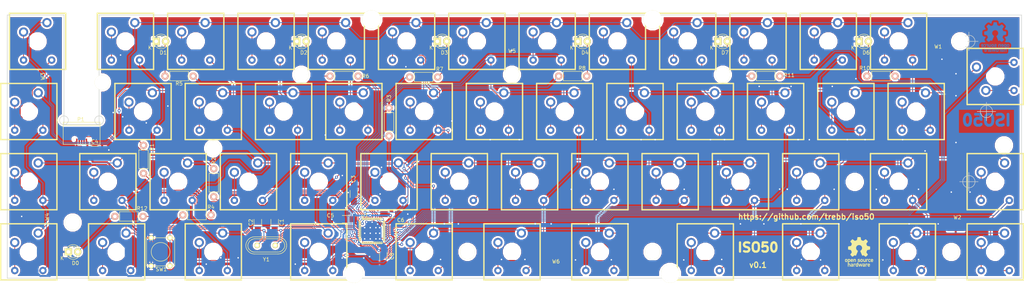
<source format=kicad_pcb>
(kicad_pcb (version 4) (host pcbnew r6904-product)
  (title_block (title ISO50) (date 2016-10-03) (rev 0.1) (comment 1 https://github.com/trebb/iso50))
  (layers (0 F.Cu signal) (31 B.Cu signal) (35 F.Paste user) (37 F.SilkS user) (39 F.Mask user) (44 Edge.Cuts user))
  (net 0 "")
  (net 1 "Net-(C1-Pad1)")
  (net 2 GND)
  (net 3 "Net-(C2-Pad1)")
  (net 4 "Net-(C3-Pad1)")
  (net 5 VCC)
  (net 6 "Net-(P1-Pad2)")
  (net 7 "Net-(P1-Pad3)")
  (net 8 "Net-(P1-Pad4)")
  (net 9 "Net-(R1-Pad2)")
  (net 10 "Net-(R2-Pad2)")
  (net 11 "Net-(R3-Pad1)")
  (net 12 "Net-(R4-Pad2)")
  (net 13 /row0)
  (net 14 /col0)
  (net 15 /row1)
  (net 16 /row2)
  (net 17 /row3)
  (net 18 /col3)
  (net 19 /col6)
  (net 20 /col7)
  (net 21 /col8)
  (net 22 /col9)
  (net 23 /colB)
  (net 24 /colA)
  (net 25 /colC)
  (net 26 /colD)
  (net 27 /col1)
  (net 28 /col2)
  (net 29 /col4)
  (net 30 /col5)
  (net 31 /led6)
  (net 32 /led4)
  (net 33 "Net-(U1-Pad42)")
  (net 34 "Net-(U00-Pad1)")
  (net 35 "Net-(U01-Pad1)")
  (net 36 "Net-(U02-Pad1)")
  (net 37 "Net-(U03-Pad1)")
  (net 38 "Net-(U04-Pad1)")
  (net 39 "Net-(U05-Pad1)")
  (net 40 "Net-(U06-Pad1)")
  (net 41 "Net-(U07-Pad1)")
  (net 42 "Net-(U08-Pad1)")
  (net 43 "Net-(U09-Pad1)")
  (net 44 "Net-(U010-Pad1)")
  (net 45 "Net-(U10-Pad1)")
  (net 46 "Net-(U011-Pad1)")
  (net 47 "Net-(U11-Pad1)")
  (net 48 "Net-(U012-Pad1)")
  (net 49 "Net-(U12-Pad1)")
  (net 50 "Net-(U13-Pad1)")
  (net 51 "Net-(U14-Pad1)")
  (net 52 "Net-(U15-Pad1)")
  (net 53 "Net-(U16-Pad1)")
  (net 54 "Net-(U17-Pad1)")
  (net 55 "Net-(U18-Pad1)")
  (net 56 "Net-(U19-Pad1)")
  (net 57 "Net-(U20-Pad1)")
  (net 58 "Net-(U21-Pad1)")
  (net 59 "Net-(U22-Pad1)")
  (net 60 "Net-(U23-Pad1)")
  (net 61 "Net-(U24-Pad1)")
  (net 62 "Net-(U25-Pad1)")
  (net 63 "Net-(U26-Pad1)")
  (net 64 "Net-(U27-Pad1)")
  (net 65 "Net-(U28-Pad1)")
  (net 66 "Net-(U29-Pad1)")
  (net 67 "Net-(U30-Pad1)")
  (net 68 "Net-(U31-Pad1)")
  (net 69 "Net-(U32-Pad1)")
  (net 70 "Net-(U34-Pad1)")
  (net 71 "Net-(U35-Pad1)")
  (net 72 "Net-(U37-Pad1)")
  (net 73 "Net-(U38-Pad1)")
  (net 74 "Net-(U110-Pad1)")
  (net 75 "Net-(U111-Pad1)")
  (net 76 "Net-(U112-Pad1)")
  (net 77 "Net-(U113-Pad1)")
  (net 78 "Net-(U210-Pad1)")
  (net 79 "Net-(U211-Pad1)")
  (net 80 "Net-(U212-Pad1)")
  (net 81 "Net-(U213-Pad1)")
  (net 82 "Net-(U310-Pad1)")
  (net 83 "Net-(U311-Pad1)")
  (net 84 "Net-(U312-Pad1)")
  (net 85 "Net-(U313-Pad1)")
  (net 86 /led7)
  (net 87 "Net-(D7-Pad2)")
  (net 88 "Net-(D6-Pad2)")
  (net 89 "Net-(D4-Pad2)")
  (net 90 "Net-(D3-Pad2)")
  (net 91 /led3)
  (net 92 "Net-(D2-Pad2)")
  (net 93 "Net-(D1-Pad2)")
  (net 94 "Net-(D0-Pad2)")
  (net 95 /led0)
  (net 96 /led1)
  (net 97 /led2)
  (module iso50:Spring-Contact_SMD (layer F.Cu) (at 235.74375 179.784375)
    (fp_text reference W6 (at 0 3.81) (layer F.SilkS))
    (fp_text value TEST_1P hide)
    (pad 1 smd rect (at 0 0) (size 2.9 4.4) (layers F.Cu F.Paste F.Mask) (net 2 GND))
  )
  (module iso50:Spring-Contact_SMD (layer F.Cu) (at 223.8375 122.634375)
    (fp_text reference W5 (at 0 3.81) (layer F.SilkS))
    (fp_text value TEST_1P hide)
    (pad 1 smd rect (at 0 0) (size 2.9 4.4) (layers F.Cu F.Paste F.Mask) (net 2 GND))
  )
  (module iso50:Spring-Contact_SMD (layer F.Cu) (at 94.059375 171.45 90)
    (fp_text reference W4 (at 0 3.81 90) (layer F.SilkS))
    (fp_text value TEST_1P hide)
    (pad 1 smd rect (at 0 0 90) (size 2.9 4.4) (layers F.Cu F.Paste F.Mask) (net 2 GND))
  )
  (module iso50:Spring-Contact_SMD (layer F.Cu) (at 92.86875 133.35 90)
    (fp_text reference W3 (at 0 3.81 90) (layer F.SilkS))
    (fp_text value TEST_1P hide)
    (pad 1 smd rect (at 0 0 90) (size 2.9 4.4) (layers F.Cu F.Paste F.Mask) (net 2 GND))
  )
  (module iso50:Spring-Contact_SMD (layer F.Cu) (at 344.090625 173.83125 90)
    (fp_text reference W2 (at 2.2225 0.460375 180) (layer F.SilkS))
    (fp_text value TEST_1P hide)
    (pad 1 smd rect (at 0 0 90) (size 2.9 4.4) (layers F.Cu F.Paste F.Mask) (net 2 GND))
  )
  (module iso50:Spring-Contact_SMD (layer F.Cu) (at 339.328125 121.44375)
    (fp_text reference W1 (at 0 3.81) (layer F.SilkS))
    (fp_text value TEST_1P hide)
    (pad 1 smd rect (at 0 0) (size 2.9 4.4) (layers F.Cu F.Paste F.Mask) (net 2 GND))
  )
  (module Mounting_Holes:MountingHole_4mm (layer F.Cu) (at 142.8496 152.88895)
    (fp_text reference REF** hide)
    (fp_text value MountingHole_4mm hide)
    (pad 1 np_thru_hole circle (at 0 0) (size 4 4) (drill 4) (layers *.Cu *.Mask F.SilkS))
  )
  (module Mounting_Holes:MountingHole_4mm (layer F.Cu) (at 342.9254 181.00675)
    (fp_text reference REF** hide)
    (fp_text value MountingHole_4mm hide)
    (pad 1 np_thru_hole circle (at 0 0) (size 4 4) (drill 4) (layers *.Cu *.Mask F.SilkS))
  )
  (module Mounting_Holes:MountingHole_4mm (layer F.Cu) (at 104.7496 173.00575)
    (fp_text reference REF** hide)
    (fp_text value MountingHole_4mm hide)
    (pad 1 np_thru_hole circle (at 0 0) (size 4 4) (drill 4) (layers *.Cu *.Mask F.SilkS))
  )
  (module Mounting_Holes:MountingHole_4mm (layer F.Cu) (at 211.7598 180.98135)
    (fp_text reference REF** hide)
    (fp_text value MountingHole_4mm hide)
    (pad 1 np_thru_hole circle (at 0 0) (size 4 4) (drill 4) (layers *.Cu *.Mask F.SilkS))
  )
  (module Mounting_Holes:MountingHole_4mm (layer F.Cu) (at 261.9248 180.98135)
    (fp_text reference REF** hide)
    (fp_text value MountingHole_4mm hide)
    (pad 1 np_thru_hole circle (at 0 0) (size 4 4) (drill 4) (layers *.Cu *.Mask F.SilkS))
  )
  (module Mounting_Holes:MountingHole_4mm (layer F.Cu) (at 316.738 161.98215)
    (fp_text reference REF** hide)
    (fp_text value MountingHole_4mm hide)
    (pad 1 np_thru_hole circle (at 0 0) (size 4 4) (drill 4) (layers *.Cu *.Mask F.SilkS))
  )
  (module Mounting_Holes:MountingHole_4mm (layer F.Cu) (at 357.1748 152.05075)
    (fp_text reference REF** hide)
    (fp_text value MountingHole_4mm hide)
    (pad 1 np_thru_hole circle (at 0 0) (size 4 4) (drill 4) (layers *.Cu *.Mask F.SilkS))
  )
  (module Mounting_Holes:MountingHole_4mm (layer F.Cu) (at 345.313 123.80595)
    (fp_text reference REF** hide)
    (fp_text value MountingHole_4mm hide)
    (pad 1 np_thru_hole circle (at 0 0) (size 4 4) (drill 4) (layers *.Cu *.Mask F.SilkS))
  )
  (module Mounting_Holes:MountingHole_4mm (layer F.Cu) (at 280.9748 132.87375)
    (fp_text reference REF** hide)
    (fp_text value MountingHole_4mm hide)
    (pad 1 np_thru_hole circle (at 0 0) (size 4 4) (drill 4) (layers *.Cu *.Mask F.SilkS))
  )
  (module Mounting_Holes:MountingHole_4mm (layer F.Cu) (at 223.8248 132.87375)
    (fp_text reference REF** hide)
    (fp_text value MountingHole_4mm hide)
    (pad 1 np_thru_hole circle (at 0 0) (size 4 4) (drill 4) (layers *.Cu *.Mask F.SilkS))
  )
  (module Mounting_Holes:MountingHole_4mm (layer F.Cu) (at 166.7256 132.87375)
    (fp_text reference REF** hide)
    (fp_text value MountingHole_4mm hide)
    (pad 1 np_thru_hole circle (at 0 0) (size 4 4) (drill 4) (layers *.Cu *.Mask F.SilkS))
  )
  (module Mounting_Holes:MountingHole_4mm (layer F.Cu) (at 112.6998 134.98195)
    (fp_text reference REF** hide)
    (fp_text value MountingHole_4mm hide)
    (pad 1 np_thru_hole circle (at 0 0) (size 4 4) (drill 4) (layers *.Cu *.Mask F.SilkS))
  )
  (module Mounting_Holes:MountingHole_5mm (layer F.Cu) (at 180.975 186.928125)
    (fp_text reference REF** hide)
    (fp_text value MountingHole_5mm hide)
    (pad 1 np_thru_hole circle (at 0 0) (size 5 5) (drill 5) (layers *.Cu *.Mask F.SilkS))
  )
  (module Mounting_Holes:MountingHole_5mm (layer F.Cu) (at 266.7 186.928125)
    (fp_text reference REF** hide)
    (fp_text value MountingHole_5mm hide)
    (pad 1 np_thru_hole circle (at 0 0) (size 5 5) (drill 5) (layers *.Cu *.Mask F.SilkS))
  )
  (module Mounting_Holes:MountingHole_5mm (layer F.Cu) (at 261.9375 117.871875)
    (fp_text reference REF** hide)
    (fp_text value MountingHole_5mm hide)
    (pad 1 np_thru_hole circle (at 0 0) (size 5 5) (drill 5) (layers *.Cu *.Mask F.SilkS))
  )
  (module Mounting_Holes:MountingHole_5mm (layer F.Cu) (at 185.7375 117.871875)
    (fp_text reference REF** hide)
    (fp_text value MountingHole_5mm hide)
    (pad 1 np_thru_hole circle (at 0 0) (size 5 5) (drill 5) (layers *.Cu *.Mask F.SilkS))
  )
  (module iso50:USB_Micro-207A-BBA0-R (layer F.Cu) (at 107.188 146.58975 180)
    (fp_text reference P1 (at 0.23114 1.57734 180) (layer F.SilkS))
    (fp_text value USB hide)
    (pad 6 smd rect (at 4 -1.45 270) (size 1.8 1.9) (layers F.Cu F.Paste F.Mask))
    (pad "" np_thru_hole circle (at -1.9 -3.8 270) (size 0.8 0.8) (drill 0.8) (layers *.Cu *.Mask F.SilkS))
    (pad 1 smd rect (at -1.3 -4.341 270) (size 1.4 0.4) (layers F.Cu F.Paste F.Mask) (net 5 VCC))
    (pad 2 smd rect (at -0.65 -4.341 270) (size 1.4 0.4) (layers F.Cu F.Paste F.Mask) (net 6 "Net-(P1-Pad2)"))
    (pad 3 smd rect (at -0.0009 -4.341 270) (size 1.4 0.4) (layers F.Cu F.Paste F.Mask) (net 7 "Net-(P1-Pad3)"))
    (pad 4 smd rect (at 0.65 -4.341 270) (size 1.4 0.4) (layers F.Cu F.Paste F.Mask) (net 8 "Net-(P1-Pad4)"))
    (pad 5 smd rect (at 1.3 -4.341 270) (size 1.4 0.4) (layers F.Cu F.Paste F.Mask) (net 2 GND))
    (pad "" np_thru_hole circle (at 1.9 -3.8 270) (size 0.8 0.8) (drill 0.8) (layers *.Cu *.Mask F.SilkS))
    (pad 6 smd rect (at -4 -1.45 270) (size 1.8 1.9) (layers F.Cu F.Paste F.Mask))
  )
  (module LEDs:LED-3MM (layer F.Cu) (at 103.584375 180.975)
    (fp_text reference D0 (at 1.91 3.06) (layer F.SilkS))
    (fp_text value Led_Small)
    (fp_text user K (at -1.69 1.74) (layer F.SilkS))
    (pad 1 thru_hole rect (at 0 0 90) (size 2 2) (drill 1.00076) (layers *.Cu *.Mask F.SilkS) (net 2 GND))
    (pad 2 thru_hole circle (at 2.54 0) (size 2 2) (drill 1.00076) (layers *.Cu *.Mask F.SilkS) (net 94 "Net-(D0-Pad2)"))
  )
  (module LEDs:LED-3MM (layer F.Cu) (at 127.396875 123.825)
    (fp_text reference D1 (at 1.91 3.06) (layer F.SilkS))
    (fp_text value Led_Small)
    (fp_text user K (at -1.69 1.74) (layer F.SilkS))
    (pad 1 thru_hole rect (at 0 0 90) (size 2 2) (drill 1.00076) (layers *.Cu *.Mask F.SilkS) (net 2 GND))
    (pad 2 thru_hole circle (at 2.54 0) (size 2 2) (drill 1.00076) (layers *.Cu *.Mask F.SilkS) (net 93 "Net-(D1-Pad2)"))
  )
  (module LEDs:LED-3MM (layer F.Cu) (at 165.496875 123.825)
    (fp_text reference D2 (at 1.91 3.06) (layer F.SilkS))
    (fp_text value Led_Small)
    (fp_text user K (at -1.69 1.74) (layer F.SilkS))
    (pad 1 thru_hole rect (at 0 0 90) (size 2 2) (drill 1.00076) (layers *.Cu *.Mask F.SilkS) (net 2 GND))
    (pad 2 thru_hole circle (at 2.54 0) (size 2 2) (drill 1.00076) (layers *.Cu *.Mask F.SilkS) (net 92 "Net-(D2-Pad2)"))
  )
  (module LEDs:LED-3MM (layer F.Cu) (at 203.596875 123.825)
    (fp_text reference D3 (at 1.91 3.06) (layer F.SilkS))
    (fp_text value Led_Small)
    (fp_text user K (at -1.69 1.74) (layer F.SilkS))
    (pad 1 thru_hole rect (at 0 0 90) (size 2 2) (drill 1.00076) (layers *.Cu *.Mask F.SilkS) (net 2 GND))
    (pad 2 thru_hole circle (at 2.54 0) (size 2 2) (drill 1.00076) (layers *.Cu *.Mask F.SilkS) (net 90 "Net-(D3-Pad2)"))
  )
  (module LEDs:LED-3MM (layer F.Cu) (at 241.696875 123.825)
    (fp_text reference D4 (at 1.91 3.06) (layer F.SilkS))
    (fp_text value Led_Small)
    (fp_text user K (at -1.69 1.74) (layer F.SilkS))
    (pad 1 thru_hole rect (at 0 0 90) (size 2 2) (drill 1.00076) (layers *.Cu *.Mask F.SilkS) (net 2 GND))
    (pad 2 thru_hole circle (at 2.54 0) (size 2 2) (drill 1.00076) (layers *.Cu *.Mask F.SilkS) (net 89 "Net-(D4-Pad2)"))
  )
  (module LEDs:LED-3MM (layer F.Cu) (at 317.896875 123.825)
    (fp_text reference D6 (at 1.91 3.06) (layer F.SilkS))
    (fp_text value Led_Small)
    (fp_text user K (at -1.69 1.74) (layer F.SilkS))
    (pad 1 thru_hole rect (at 0 0 90) (size 2 2) (drill 1.00076) (layers *.Cu *.Mask F.SilkS) (net 2 GND))
    (pad 2 thru_hole circle (at 2.54 0) (size 2 2) (drill 1.00076) (layers *.Cu *.Mask F.SilkS) (net 88 "Net-(D6-Pad2)"))
  )
  (module LEDs:LED-3MM (layer F.Cu) (at 279.638125 123.825)
    (fp_text reference D7 (at 1.91 3.06) (layer F.SilkS))
    (fp_text value Led_Small)
    (fp_text user K (at -1.69 1.74) (layer F.SilkS))
    (pad 1 thru_hole rect (at 0 0 90) (size 2 2) (drill 1.00076) (layers *.Cu *.Mask F.SilkS) (net 2 GND))
    (pad 2 thru_hole circle (at 2.54 0) (size 2 2) (drill 1.00076) (layers *.Cu *.Mask F.SilkS) (net 87 "Net-(D7-Pad2)"))
  )
  (module Resistors_ThroughHole:Resistor_Horizontal_RM7mm (layer F.Cu) (at 129.794 133.25475)
    (fp_text reference R5 (at 3.81 2.032) (layer F.SilkS))
    (fp_text value 330)
    (pad 1 thru_hole circle (at 0 0) (size 1.99898 1.99898) (drill 1.00076) (layers *.Cu *.SilkS *.Mask) (net 93 "Net-(D1-Pad2)"))
    (pad 2 thru_hole circle (at 7.62 0) (size 1.99898 1.99898) (drill 1.00076) (layers *.Cu *.SilkS *.Mask) (net 96 /led1))
  )
  (module Resistors_ThroughHole:Resistor_Horizontal_RM7mm (layer F.Cu) (at 174.498 133.25475)
    (fp_text reference R6 (at 9.652 0) (layer F.SilkS))
    (fp_text value 330)
    (pad 1 thru_hole circle (at 0 0) (size 1.99898 1.99898) (drill 1.00076) (layers *.Cu *.SilkS *.Mask) (net 92 "Net-(D2-Pad2)"))
    (pad 2 thru_hole circle (at 7.62 0) (size 1.99898 1.99898) (drill 1.00076) (layers *.Cu *.SilkS *.Mask) (net 97 /led2))
  )
  (module Resistors_ThroughHole:Resistor_Horizontal_RM7mm (layer F.Cu) (at 244.094 133.25475 180)
    (fp_text reference R8 (at 1.27 2.159 180) (layer F.SilkS))
    (fp_text value 330)
    (pad 1 thru_hole circle (at 0 0 180) (size 1.99898 1.99898) (drill 1.00076) (layers *.Cu *.SilkS *.Mask) (net 89 "Net-(D4-Pad2)"))
    (pad 2 thru_hole circle (at 7.62 0 180) (size 1.99898 1.99898) (drill 1.00076) (layers *.Cu *.SilkS *.Mask) (net 32 /led4))
  )
  (module Resistors_ThroughHole:Resistor_Horizontal_RM7mm (layer F.Cu) (at 320.04 133.25475)
    (fp_text reference R10 (at -0.635 -2.159) (layer F.SilkS))
    (fp_text value 330)
    (pad 1 thru_hole circle (at 0 0) (size 1.99898 1.99898) (drill 1.00076) (layers *.Cu *.SilkS *.Mask) (net 88 "Net-(D6-Pad2)"))
    (pad 2 thru_hole circle (at 7.62 0) (size 1.99898 1.99898) (drill 1.00076) (layers *.Cu *.SilkS *.Mask) (net 31 /led6))
  )
  (module Resistors_ThroughHole:Resistor_Horizontal_RM7mm (layer F.Cu) (at 288.798 133.25475)
    (fp_text reference R11 (at 10.16 -0.254) (layer F.SilkS))
    (fp_text value 330)
    (pad 1 thru_hole circle (at 0 0) (size 1.99898 1.99898) (drill 1.00076) (layers *.Cu *.SilkS *.Mask) (net 87 "Net-(D7-Pad2)"))
    (pad 2 thru_hole circle (at 7.62 0) (size 1.99898 1.99898) (drill 1.00076) (layers *.Cu *.SilkS *.Mask) (net 86 /led7))
  )
  (module Resistors_ThroughHole:Resistor_Horizontal_RM7mm (layer F.Cu) (at 116.205 171.35475)
    (fp_text reference R12 (at 7.366 -2.159) (layer F.SilkS))
    (fp_text value 330)
    (pad 1 thru_hole circle (at 0 0) (size 1.99898 1.99898) (drill 1.00076) (layers *.Cu *.SilkS *.Mask) (net 94 "Net-(D0-Pad2)"))
    (pad 2 thru_hole circle (at 7.62 0) (size 1.99898 1.99898) (drill 1.00076) (layers *.Cu *.SilkS *.Mask) (net 95 /led0))
  )
  (module Capacitors_SMD1:C_1206_HandSoldering (layer F.Cu) (at 159.512 173.13275 90)
    (fp_text reference C1 (at 0.127 1.905 90) (layer F.SilkS))
    (fp_text value 18p)
    (pad 1 smd rect (at -2 0 90) (size 2 1.6) (layers F.Cu F.Paste F.Mask) (net 1 "Net-(C1-Pad1)"))
    (pad 2 smd rect (at 2 0 90) (size 2 1.6) (layers F.Cu F.Paste F.Mask) (net 2 GND))
  )
  (module Capacitors_SMD1:C_1206_HandSoldering (layer F.Cu) (at 154.94 173.13275 90)
    (fp_text reference C2 (at 0.127 -1.905 90) (layer F.SilkS))
    (fp_text value 18p)
    (pad 1 smd rect (at -2 0 90) (size 2 1.6) (layers F.Cu F.Paste F.Mask) (net 3 "Net-(C2-Pad1)"))
    (pad 2 smd rect (at 2 0 90) (size 2 1.6) (layers F.Cu F.Paste F.Mask) (net 2 GND))
  )
  (module Capacitors_SMD1:C_1206_HandSoldering (layer F.Cu) (at 180.975 165.25875 90)
    (fp_text reference C3 (at 4.064 -0.127 90) (layer F.SilkS))
    (fp_text value 1u)
    (pad 1 smd rect (at -2 0 90) (size 2 1.6) (layers F.Cu F.Paste F.Mask) (net 4 "Net-(C3-Pad1)"))
    (pad 2 smd rect (at 2 0 90) (size 2 1.6) (layers F.Cu F.Paste F.Mask) (net 2 GND))
  )
  (module Capacitors_SMD1:C_1206_HandSoldering (layer F.Cu) (at 110.744 153.32075)
    (fp_text reference C4 (at 0 -2.3) (layer F.SilkS))
    (fp_text value 1u)
    (pad 1 smd rect (at -2 0) (size 2 1.6) (layers F.Cu F.Paste F.Mask) (net 5 VCC))
    (pad 2 smd rect (at 2 0) (size 2 1.6) (layers F.Cu F.Paste F.Mask) (net 2 GND))
  )
  (module Capacitors_SMD1:C_1206_HandSoldering (layer F.Cu) (at 178.816 172.11675 180)
    (fp_text reference C5 (at 4.191 1.016 180) (layer F.SilkS))
    (fp_text value 100n)
    (pad 1 smd rect (at -2 0 180) (size 2 1.6) (layers F.Cu F.Paste F.Mask) (net 5 VCC))
    (pad 2 smd rect (at 2 0 180) (size 2 1.6) (layers F.Cu F.Paste F.Mask) (net 2 GND))
  )
  (module Capacitors_SMD1:C_1206_HandSoldering (layer F.Cu) (at 191.135 170.71975)
    (fp_text reference C6 (at 2.54 1.651) (layer F.SilkS))
    (fp_text value 100n)
    (pad 1 smd rect (at -2 0) (size 2 1.6) (layers F.Cu F.Paste F.Mask) (net 5 VCC))
    (pad 2 smd rect (at 2 0) (size 2 1.6) (layers F.Cu F.Paste F.Mask) (net 2 GND))
  )
  (module Capacitors_SMD1:C_1206_HandSoldering (layer F.Cu) (at 188.976 182.14975 270)
    (fp_text reference C8 (at 0 -2.3 270) (layer F.SilkS))
    (fp_text value 100n)
    (pad 1 smd rect (at -2 0 270) (size 2 1.6) (layers F.Cu F.Paste F.Mask) (net 5 VCC))
    (pad 2 smd rect (at 2 0 270) (size 2 1.6) (layers F.Cu F.Paste F.Mask) (net 2 GND))
  )
  (module Crystals:Crystal_HC49-U_Vertical (layer F.Cu) (at 157.226 179.22875 180)
    (fp_text reference Y1 (at 0 -3.81 180) (layer F.SilkS))
    (fp_text value HC49S)
    (pad 1 thru_hole circle (at -2.44094 0 180) (size 1.50114 1.50114) (drill 0.8001) (layers *.Cu *.Mask F.SilkS) (net 1 "Net-(C1-Pad1)"))
    (pad 2 thru_hole circle (at 2.44094 0 180) (size 1.50114 1.50114) (drill 0.8001) (layers *.Cu *.Mask F.SilkS) (net 3 "Net-(C2-Pad1)"))
  )
  (module iso50:MXDIODE (layer F.Cu) (at 354.80625 180.975)
    (fp_text reference U313 hide)
    (fp_text value MX-DI hide)
    (pad 4 thru_hole circle (at 3.81 5.08) (size 2 2) (drill 1) (layers *.Cu *.Mask) (net 26 /colD))
    (pad 3 thru_hole circle (at -3.81 5.08) (size 2 2) (drill 1) (layers *.Cu *.Mask) (net 85 "Net-(U313-Pad1)"))
    (pad "" np_thru_hole circle (at 0 0) (size 4 4) (drill 4) (layers *.Cu *.Mask))
    (pad 2 thru_hole circle (at 2.54 -5.08) (size 2.49936 2.49936) (drill 1.50114) (layers *.Cu *.Mask) (net 17 /row3))
    (pad 1 thru_hole circle (at -3.81 -2.54) (size 2.49936 2.49936) (drill 1.50114) (layers *.Cu *.Mask) (net 85 "Net-(U313-Pad1)"))
  )
  (module iso50:MXDIODE (layer F.Cu) (at 330.99375 180.975)
    (fp_text reference U312 hide)
    (fp_text value MX-DI hide)
    (pad 4 thru_hole circle (at 3.81 5.08) (size 2 2) (drill 1) (layers *.Cu *.Mask) (net 25 /colC))
    (pad 3 thru_hole circle (at -3.81 5.08) (size 2 2) (drill 1) (layers *.Cu *.Mask) (net 84 "Net-(U312-Pad1)"))
    (pad "" np_thru_hole circle (at 0 0) (size 4 4) (drill 4) (layers *.Cu *.Mask))
    (pad 2 thru_hole circle (at 2.54 -5.08) (size 2.49936 2.49936) (drill 1.50114) (layers *.Cu *.Mask) (net 17 /row3))
    (pad 1 thru_hole circle (at -3.81 -2.54) (size 2.49936 2.49936) (drill 1.50114) (layers *.Cu *.Mask) (net 84 "Net-(U312-Pad1)"))
  )
  (module iso50:MXDIODE (layer F.Cu) (at 304.8 180.975)
    (fp_text reference U311 hide)
    (fp_text value MX-DI hide)
    (pad 4 thru_hole circle (at 3.81 5.08) (size 2 2) (drill 1) (layers *.Cu *.Mask) (net 23 /colB))
    (pad 3 thru_hole circle (at -3.81 5.08) (size 2 2) (drill 1) (layers *.Cu *.Mask) (net 83 "Net-(U311-Pad1)"))
    (pad "" np_thru_hole circle (at 0 0) (size 4 4) (drill 4) (layers *.Cu *.Mask))
    (pad 2 thru_hole circle (at 2.54 -5.08) (size 2.49936 2.49936) (drill 1.50114) (layers *.Cu *.Mask) (net 17 /row3))
    (pad 1 thru_hole circle (at -3.81 -2.54) (size 2.49936 2.49936) (drill 1.50114) (layers *.Cu *.Mask) (net 83 "Net-(U311-Pad1)"))
  )
  (module iso50:MXDIODE (layer F.Cu) (at 276.225 180.975)
    (fp_text reference U310 hide)
    (fp_text value MX-DI hide)
    (pad 4 thru_hole circle (at 3.81 5.08) (size 2 2) (drill 1) (layers *.Cu *.Mask) (net 24 /colA))
    (pad 3 thru_hole circle (at -3.81 5.08) (size 2 2) (drill 1) (layers *.Cu *.Mask) (net 82 "Net-(U310-Pad1)"))
    (pad "" np_thru_hole circle (at 0 0) (size 4 4) (drill 4) (layers *.Cu *.Mask))
    (pad 2 thru_hole circle (at 2.54 -5.08) (size 2.49936 2.49936) (drill 1.50114) (layers *.Cu *.Mask) (net 17 /row3))
    (pad 1 thru_hole circle (at -3.81 -2.54) (size 2.49936 2.49936) (drill 1.50114) (layers *.Cu *.Mask) (net 82 "Net-(U310-Pad1)"))
  )
  (module iso50:MXDIODE (layer F.Cu) (at 354.80625 161.925)
    (fp_text reference U213 hide)
    (fp_text value MX-DI hide)
    (pad 4 thru_hole circle (at 3.81 5.08) (size 2 2) (drill 1) (layers *.Cu *.Mask) (net 26 /colD))
    (pad 3 thru_hole circle (at -3.81 5.08) (size 2 2) (drill 1) (layers *.Cu *.Mask) (net 81 "Net-(U213-Pad1)"))
    (pad "" np_thru_hole circle (at 0 0) (size 4 4) (drill 4) (layers *.Cu *.Mask))
    (pad 2 thru_hole circle (at 2.54 -5.08) (size 2.49936 2.49936) (drill 1.50114) (layers *.Cu *.Mask) (net 16 /row2))
    (pad 1 thru_hole circle (at -3.81 -2.54) (size 2.49936 2.49936) (drill 1.50114) (layers *.Cu *.Mask) (net 81 "Net-(U213-Pad1)"))
  )
  (module iso50:MXDIODE (layer F.Cu) (at 328.6125 161.925)
    (fp_text reference U212 hide)
    (fp_text value MX-DI hide)
    (pad 4 thru_hole circle (at 3.81 5.08) (size 2 2) (drill 1) (layers *.Cu *.Mask) (net 25 /colC))
    (pad 3 thru_hole circle (at -3.81 5.08) (size 2 2) (drill 1) (layers *.Cu *.Mask) (net 80 "Net-(U212-Pad1)"))
    (pad "" np_thru_hole circle (at 0 0) (size 4 4) (drill 4) (layers *.Cu *.Mask))
    (pad 2 thru_hole circle (at 2.54 -5.08) (size 2.49936 2.49936) (drill 1.50114) (layers *.Cu *.Mask) (net 16 /row2))
    (pad 1 thru_hole circle (at -3.81 -2.54) (size 2.49936 2.49936) (drill 1.50114) (layers *.Cu *.Mask) (net 80 "Net-(U212-Pad1)"))
  )
  (module iso50:MXDIODE (layer F.Cu) (at 304.8 161.925)
    (fp_text reference U211 hide)
    (fp_text value MX-DI hide)
    (pad 4 thru_hole circle (at 3.81 5.08) (size 2 2) (drill 1) (layers *.Cu *.Mask) (net 23 /colB))
    (pad 3 thru_hole circle (at -3.81 5.08) (size 2 2) (drill 1) (layers *.Cu *.Mask) (net 79 "Net-(U211-Pad1)"))
    (pad "" np_thru_hole circle (at 0 0) (size 4 4) (drill 4) (layers *.Cu *.Mask))
    (pad 2 thru_hole circle (at 2.54 -5.08) (size 2.49936 2.49936) (drill 1.50114) (layers *.Cu *.Mask) (net 16 /row2))
    (pad 1 thru_hole circle (at -3.81 -2.54) (size 2.49936 2.49936) (drill 1.50114) (layers *.Cu *.Mask) (net 79 "Net-(U211-Pad1)"))
  )
  (module iso50:MXDIODE (layer F.Cu) (at 285.75 161.925)
    (fp_text reference U210 hide)
    (fp_text value MX-DI hide)
    (pad 4 thru_hole circle (at 3.81 5.08) (size 2 2) (drill 1) (layers *.Cu *.Mask) (net 24 /colA))
    (pad 3 thru_hole circle (at -3.81 5.08) (size 2 2) (drill 1) (layers *.Cu *.Mask) (net 78 "Net-(U210-Pad1)"))
    (pad "" np_thru_hole circle (at 0 0) (size 4 4) (drill 4) (layers *.Cu *.Mask))
    (pad 2 thru_hole circle (at 2.54 -5.08) (size 2.49936 2.49936) (drill 1.50114) (layers *.Cu *.Mask) (net 16 /row2))
    (pad 1 thru_hole circle (at -3.81 -2.54) (size 2.49936 2.49936) (drill 1.50114) (layers *.Cu *.Mask) (net 78 "Net-(U210-Pad1)"))
  )
  (module iso50:MXDIODE (layer F.Cu) (at 354.80625 133.35 90)
    (fp_text reference U113 hide)
    (fp_text value MX-DI hide)
    (pad 4 thru_hole circle (at 3.81 5.08 90) (size 2 2) (drill 1) (layers *.Cu *.Mask) (net 26 /colD))
    (pad 3 thru_hole circle (at -3.81 5.08 90) (size 2 2) (drill 1) (layers *.Cu *.Mask) (net 77 "Net-(U113-Pad1)"))
    (pad "" np_thru_hole circle (at 0 0 90) (size 4 4) (drill 4) (layers *.Cu *.Mask))
    (pad 2 thru_hole circle (at 2.54 -5.08 90) (size 2.49936 2.49936) (drill 1.50114) (layers *.Cu *.Mask) (net 15 /row1))
    (pad 1 thru_hole circle (at -3.81 -2.54 90) (size 2.49936 2.49936) (drill 1.50114) (layers *.Cu *.Mask) (net 77 "Net-(U113-Pad1)"))
  )
  (module iso50:MXDIODE (layer F.Cu) (at 333.375 142.875)
    (fp_text reference U112 hide)
    (fp_text value MX-DI hide)
    (pad 4 thru_hole circle (at 3.81 5.08) (size 2 2) (drill 1) (layers *.Cu *.Mask) (net 25 /colC))
    (pad 3 thru_hole circle (at -3.81 5.08) (size 2 2) (drill 1) (layers *.Cu *.Mask) (net 76 "Net-(U112-Pad1)"))
    (pad "" np_thru_hole circle (at 0 0) (size 4 4) (drill 4) (layers *.Cu *.Mask))
    (pad 2 thru_hole circle (at 2.54 -5.08) (size 2.49936 2.49936) (drill 1.50114) (layers *.Cu *.Mask) (net 15 /row1))
    (pad 1 thru_hole circle (at -3.81 -2.54) (size 2.49936 2.49936) (drill 1.50114) (layers *.Cu *.Mask) (net 76 "Net-(U112-Pad1)"))
  )
  (module iso50:MXDIODE (layer F.Cu) (at 314.325 142.875)
    (fp_text reference U111 hide)
    (fp_text value MX-DI hide)
    (pad 4 thru_hole circle (at 3.81 5.08) (size 2 2) (drill 1) (layers *.Cu *.Mask) (net 23 /colB))
    (pad 3 thru_hole circle (at -3.81 5.08) (size 2 2) (drill 1) (layers *.Cu *.Mask) (net 75 "Net-(U111-Pad1)"))
    (pad "" np_thru_hole circle (at 0 0) (size 4 4) (drill 4) (layers *.Cu *.Mask))
    (pad 2 thru_hole circle (at 2.54 -5.08) (size 2.49936 2.49936) (drill 1.50114) (layers *.Cu *.Mask) (net 15 /row1))
    (pad 1 thru_hole circle (at -3.81 -2.54) (size 2.49936 2.49936) (drill 1.50114) (layers *.Cu *.Mask) (net 75 "Net-(U111-Pad1)"))
  )
  (module iso50:MXDIODE (layer F.Cu) (at 295.275 142.875)
    (fp_text reference U110 hide)
    (fp_text value MX-DI hide)
    (pad 4 thru_hole circle (at 3.81 5.08) (size 2 2) (drill 1) (layers *.Cu *.Mask) (net 24 /colA))
    (pad 3 thru_hole circle (at -3.81 5.08) (size 2 2) (drill 1) (layers *.Cu *.Mask) (net 74 "Net-(U110-Pad1)"))
    (pad "" np_thru_hole circle (at 0 0) (size 4 4) (drill 4) (layers *.Cu *.Mask))
    (pad 2 thru_hole circle (at 2.54 -5.08) (size 2.49936 2.49936) (drill 1.50114) (layers *.Cu *.Mask) (net 15 /row1))
    (pad 1 thru_hole circle (at -3.81 -2.54) (size 2.49936 2.49936) (drill 1.50114) (layers *.Cu *.Mask) (net 74 "Net-(U110-Pad1)"))
  )
  (module iso50:MXDIODE (layer F.Cu) (at 247.65 180.975)
    (fp_text reference U38 hide)
    (fp_text value MX-DI hide)
    (pad 4 thru_hole circle (at 3.81 5.08) (size 2 2) (drill 1) (layers *.Cu *.Mask) (net 21 /col8))
    (pad 3 thru_hole circle (at -3.81 5.08) (size 2 2) (drill 1) (layers *.Cu *.Mask) (net 73 "Net-(U38-Pad1)"))
    (pad "" np_thru_hole circle (at 0 0) (size 4 4) (drill 4) (layers *.Cu *.Mask))
    (pad 2 thru_hole circle (at 2.54 -5.08) (size 2.49936 2.49936) (drill 1.50114) (layers *.Cu *.Mask) (net 17 /row3))
    (pad 1 thru_hole circle (at -3.81 -2.54) (size 2.49936 2.49936) (drill 1.50114) (layers *.Cu *.Mask) (net 73 "Net-(U38-Pad1)"))
  )
  (module iso50:MXDIODE (layer F.Cu) (at 223.8375 180.975)
    (fp_text reference U37 hide)
    (fp_text value MX-DI hide)
    (pad 4 thru_hole circle (at 3.81 5.08) (size 2 2) (drill 1) (layers *.Cu *.Mask) (net 20 /col7))
    (pad 3 thru_hole circle (at -3.81 5.08) (size 2 2) (drill 1) (layers *.Cu *.Mask) (net 72 "Net-(U37-Pad1)"))
    (pad "" np_thru_hole circle (at 0 0) (size 4 4) (drill 4) (layers *.Cu *.Mask))
    (pad 2 thru_hole circle (at 2.54 -5.08) (size 2.49936 2.49936) (drill 1.50114) (layers *.Cu *.Mask) (net 17 /row3))
    (pad 1 thru_hole circle (at -3.81 -2.54) (size 2.49936 2.49936) (drill 1.50114) (layers *.Cu *.Mask) (net 72 "Net-(U37-Pad1)"))
  )
  (module iso50:MXDIODE (layer F.Cu) (at 200.025 180.975)
    (fp_text reference U35 hide)
    (fp_text value MX-DI hide)
    (pad 4 thru_hole circle (at 3.81 5.08) (size 2 2) (drill 1) (layers *.Cu *.Mask) (net 30 /col5))
    (pad 3 thru_hole circle (at -3.81 5.08) (size 2 2) (drill 1) (layers *.Cu *.Mask) (net 71 "Net-(U35-Pad1)"))
    (pad "" np_thru_hole circle (at 0 0) (size 4 4) (drill 4) (layers *.Cu *.Mask))
    (pad 2 thru_hole circle (at 2.54 -5.08) (size 2.49936 2.49936) (drill 1.50114) (layers *.Cu *.Mask) (net 17 /row3))
    (pad 1 thru_hole circle (at -3.81 -2.54) (size 2.49936 2.49936) (drill 1.50114) (layers *.Cu *.Mask) (net 71 "Net-(U35-Pad1)"))
  )
  (module iso50:MXDIODE (layer F.Cu) (at 171.45 180.975)
    (fp_text reference U34 hide)
    (fp_text value MX-DI hide)
    (pad 4 thru_hole circle (at 3.81 5.08) (size 2 2) (drill 1) (layers *.Cu *.Mask) (net 29 /col4))
    (pad 3 thru_hole circle (at -3.81 5.08) (size 2 2) (drill 1) (layers *.Cu *.Mask) (net 70 "Net-(U34-Pad1)"))
    (pad "" np_thru_hole circle (at 0 0) (size 4 4) (drill 4) (layers *.Cu *.Mask))
    (pad 2 thru_hole circle (at 2.54 -5.08) (size 2.49936 2.49936) (drill 1.50114) (layers *.Cu *.Mask) (net 17 /row3))
    (pad 1 thru_hole circle (at -3.81 -2.54) (size 2.49936 2.49936) (drill 1.50114) (layers *.Cu *.Mask) (net 70 "Net-(U34-Pad1)"))
  )
  (module iso50:MXDIODE (layer F.Cu) (at 142.875 180.975)
    (fp_text reference U32 hide)
    (fp_text value MX-DI hide)
    (pad 4 thru_hole circle (at 3.81 5.08) (size 2 2) (drill 1) (layers *.Cu *.Mask) (net 28 /col2))
    (pad 3 thru_hole circle (at -3.81 5.08) (size 2 2) (drill 1) (layers *.Cu *.Mask) (net 69 "Net-(U32-Pad1)"))
    (pad "" np_thru_hole circle (at 0 0) (size 4 4) (drill 4) (layers *.Cu *.Mask))
    (pad 2 thru_hole circle (at 2.54 -5.08) (size 2.49936 2.49936) (drill 1.50114) (layers *.Cu *.Mask) (net 17 /row3))
    (pad 1 thru_hole circle (at -3.81 -2.54) (size 2.49936 2.49936) (drill 1.50114) (layers *.Cu *.Mask) (net 69 "Net-(U32-Pad1)"))
  )
  (module iso50:MXDIODE (layer F.Cu) (at 116.68125 180.975)
    (fp_text reference U31 hide)
    (fp_text value MX-DI hide)
    (pad 4 thru_hole circle (at 3.81 5.08) (size 2 2) (drill 1) (layers *.Cu *.Mask) (net 27 /col1))
    (pad 3 thru_hole circle (at -3.81 5.08) (size 2 2) (drill 1) (layers *.Cu *.Mask) (net 68 "Net-(U31-Pad1)"))
    (pad "" np_thru_hole circle (at 0 0) (size 4 4) (drill 4) (layers *.Cu *.Mask))
    (pad 2 thru_hole circle (at 2.54 -5.08) (size 2.49936 2.49936) (drill 1.50114) (layers *.Cu *.Mask) (net 17 /row3))
    (pad 1 thru_hole circle (at -3.81 -2.54) (size 2.49936 2.49936) (drill 1.50114) (layers *.Cu *.Mask) (net 68 "Net-(U31-Pad1)"))
  )
  (module iso50:MXDIODE (layer F.Cu) (at 266.7 161.925)
    (fp_text reference U29 hide)
    (fp_text value MX-DI hide)
    (pad 4 thru_hole circle (at 3.81 5.08) (size 2 2) (drill 1) (layers *.Cu *.Mask) (net 22 /col9))
    (pad 3 thru_hole circle (at -3.81 5.08) (size 2 2) (drill 1) (layers *.Cu *.Mask) (net 66 "Net-(U29-Pad1)"))
    (pad "" np_thru_hole circle (at 0 0) (size 4 4) (drill 4) (layers *.Cu *.Mask))
    (pad 2 thru_hole circle (at 2.54 -5.08) (size 2.49936 2.49936) (drill 1.50114) (layers *.Cu *.Mask) (net 16 /row2))
    (pad 1 thru_hole circle (at -3.81 -2.54) (size 2.49936 2.49936) (drill 1.50114) (layers *.Cu *.Mask) (net 66 "Net-(U29-Pad1)"))
  )
  (module iso50:MXDIODE (layer F.Cu) (at 247.65 161.925)
    (fp_text reference U28 hide)
    (fp_text value MX-DI hide)
    (pad 4 thru_hole circle (at 3.81 5.08) (size 2 2) (drill 1) (layers *.Cu *.Mask) (net 21 /col8))
    (pad 3 thru_hole circle (at -3.81 5.08) (size 2 2) (drill 1) (layers *.Cu *.Mask) (net 65 "Net-(U28-Pad1)"))
    (pad "" np_thru_hole circle (at 0 0) (size 4 4) (drill 4) (layers *.Cu *.Mask))
    (pad 2 thru_hole circle (at 2.54 -5.08) (size 2.49936 2.49936) (drill 1.50114) (layers *.Cu *.Mask) (net 16 /row2))
    (pad 1 thru_hole circle (at -3.81 -2.54) (size 2.49936 2.49936) (drill 1.50114) (layers *.Cu *.Mask) (net 65 "Net-(U28-Pad1)"))
  )
  (module iso50:MXDIODE (layer F.Cu) (at 190.5 161.925)
    (fp_text reference U25 hide)
    (fp_text value MX-DI hide)
    (pad 4 thru_hole circle (at 3.81 5.08) (size 2 2) (drill 1) (layers *.Cu *.Mask) (net 30 /col5))
    (pad 3 thru_hole circle (at -3.81 5.08) (size 2 2) (drill 1) (layers *.Cu *.Mask) (net 62 "Net-(U25-Pad1)"))
    (pad "" np_thru_hole circle (at 0 0) (size 4 4) (drill 4) (layers *.Cu *.Mask))
    (pad 2 thru_hole circle (at 2.54 -5.08) (size 2.49936 2.49936) (drill 1.50114) (layers *.Cu *.Mask) (net 16 /row2))
    (pad 1 thru_hole circle (at -3.81 -2.54) (size 2.49936 2.49936) (drill 1.50114) (layers *.Cu *.Mask) (net 62 "Net-(U25-Pad1)"))
  )
  (module iso50:MXDIODE (layer F.Cu) (at 171.45 161.925)
    (fp_text reference U24 hide)
    (fp_text value MX-DI hide)
    (pad 4 thru_hole circle (at 3.81 5.08) (size 2 2) (drill 1) (layers *.Cu *.Mask) (net 29 /col4))
    (pad 3 thru_hole circle (at -3.81 5.08) (size 2 2) (drill 1) (layers *.Cu *.Mask) (net 61 "Net-(U24-Pad1)"))
    (pad "" np_thru_hole circle (at 0 0) (size 4 4) (drill 4) (layers *.Cu *.Mask))
    (pad 2 thru_hole circle (at 2.54 -5.08) (size 2.49936 2.49936) (drill 1.50114) (layers *.Cu *.Mask) (net 16 /row2))
    (pad 1 thru_hole circle (at -3.81 -2.54) (size 2.49936 2.49936) (drill 1.50114) (layers *.Cu *.Mask) (net 61 "Net-(U24-Pad1)"))
  )
  (module iso50:MXDIODE (layer F.Cu) (at 133.35 161.925)
    (fp_text reference U22 hide)
    (fp_text value MX-DI hide)
    (pad 4 thru_hole circle (at 3.81 5.08) (size 2 2) (drill 1) (layers *.Cu *.Mask) (net 28 /col2))
    (pad 3 thru_hole circle (at -3.81 5.08) (size 2 2) (drill 1) (layers *.Cu *.Mask) (net 59 "Net-(U22-Pad1)"))
    (pad "" np_thru_hole circle (at 0 0) (size 4 4) (drill 4) (layers *.Cu *.Mask))
    (pad 2 thru_hole circle (at 2.54 -5.08) (size 2.49936 2.49936) (drill 1.50114) (layers *.Cu *.Mask) (net 16 /row2))
    (pad 1 thru_hole circle (at -3.81 -2.54) (size 2.49936 2.49936) (drill 1.50114) (layers *.Cu *.Mask) (net 59 "Net-(U22-Pad1)"))
  )
  (module iso50:MXDIODE (layer F.Cu) (at 114.3 161.925)
    (fp_text reference U21 hide)
    (fp_text value MX-DI hide)
    (pad 4 thru_hole circle (at 3.81 5.08) (size 2 2) (drill 1) (layers *.Cu *.Mask) (net 27 /col1))
    (pad 3 thru_hole circle (at -3.81 5.08) (size 2 2) (drill 1) (layers *.Cu *.Mask) (net 58 "Net-(U21-Pad1)"))
    (pad "" np_thru_hole circle (at 0 0) (size 4 4) (drill 4) (layers *.Cu *.Mask))
    (pad 2 thru_hole circle (at 2.54 -5.08) (size 2.49936 2.49936) (drill 1.50114) (layers *.Cu *.Mask) (net 16 /row2))
    (pad 1 thru_hole circle (at -3.81 -2.54) (size 2.49936 2.49936) (drill 1.50114) (layers *.Cu *.Mask) (net 58 "Net-(U21-Pad1)"))
  )
  (module iso50:MXDIODE (layer F.Cu) (at 92.86875 161.925)
    (fp_text reference U20 hide)
    (fp_text value MX-DI hide)
    (pad 4 thru_hole circle (at 3.81 5.08) (size 2 2) (drill 1) (layers *.Cu *.Mask) (net 14 /col0))
    (pad 3 thru_hole circle (at -3.81 5.08) (size 2 2) (drill 1) (layers *.Cu *.Mask) (net 57 "Net-(U20-Pad1)"))
    (pad "" np_thru_hole circle (at 0 0) (size 4 4) (drill 4) (layers *.Cu *.Mask))
    (pad 2 thru_hole circle (at 2.54 -5.08) (size 2.49936 2.49936) (drill 1.50114) (layers *.Cu *.Mask) (net 16 /row2))
    (pad 1 thru_hole circle (at -3.81 -2.54) (size 2.49936 2.49936) (drill 1.50114) (layers *.Cu *.Mask) (net 57 "Net-(U20-Pad1)"))
  )
  (module iso50:MXDIODE (layer F.Cu) (at 276.225 142.875)
    (fp_text reference U19 hide)
    (fp_text value MX-DI hide)
    (pad 4 thru_hole circle (at 3.81 5.08) (size 2 2) (drill 1) (layers *.Cu *.Mask) (net 22 /col9))
    (pad 3 thru_hole circle (at -3.81 5.08) (size 2 2) (drill 1) (layers *.Cu *.Mask) (net 56 "Net-(U19-Pad1)"))
    (pad "" np_thru_hole circle (at 0 0) (size 4 4) (drill 4) (layers *.Cu *.Mask))
    (pad 2 thru_hole circle (at 2.54 -5.08) (size 2.49936 2.49936) (drill 1.50114) (layers *.Cu *.Mask) (net 15 /row1))
    (pad 1 thru_hole circle (at -3.81 -2.54) (size 2.49936 2.49936) (drill 1.50114) (layers *.Cu *.Mask) (net 56 "Net-(U19-Pad1)"))
  )
  (module iso50:MXDIODE (layer F.Cu) (at 257.175 142.875)
    (fp_text reference U18 hide)
    (fp_text value MX-DI hide)
    (pad 4 thru_hole circle (at 3.81 5.08) (size 2 2) (drill 1) (layers *.Cu *.Mask) (net 21 /col8))
    (pad 3 thru_hole circle (at -3.81 5.08) (size 2 2) (drill 1) (layers *.Cu *.Mask) (net 55 "Net-(U18-Pad1)"))
    (pad "" np_thru_hole circle (at 0 0) (size 4 4) (drill 4) (layers *.Cu *.Mask))
    (pad 2 thru_hole circle (at 2.54 -5.08) (size 2.49936 2.49936) (drill 1.50114) (layers *.Cu *.Mask) (net 15 /row1))
    (pad 1 thru_hole circle (at -3.81 -2.54) (size 2.49936 2.49936) (drill 1.50114) (layers *.Cu *.Mask) (net 55 "Net-(U18-Pad1)"))
  )
  (module iso50:MXDIODE (layer F.Cu) (at 238.125 142.875)
    (fp_text reference U17 hide)
    (fp_text value MX-DI hide)
    (pad 4 thru_hole circle (at 3.81 5.08) (size 2 2) (drill 1) (layers *.Cu *.Mask) (net 20 /col7))
    (pad 3 thru_hole circle (at -3.81 5.08) (size 2 2) (drill 1) (layers *.Cu *.Mask) (net 54 "Net-(U17-Pad1)"))
    (pad "" np_thru_hole circle (at 0 0) (size 4 4) (drill 4) (layers *.Cu *.Mask))
    (pad 2 thru_hole circle (at 2.54 -5.08) (size 2.49936 2.49936) (drill 1.50114) (layers *.Cu *.Mask) (net 15 /row1))
    (pad 1 thru_hole circle (at -3.81 -2.54) (size 2.49936 2.49936) (drill 1.50114) (layers *.Cu *.Mask) (net 54 "Net-(U17-Pad1)"))
  )
  (module iso50:MXDIODE (layer F.Cu) (at 219.075 142.875)
    (fp_text reference U16 hide)
    (fp_text value MX-DI hide)
    (pad 4 thru_hole circle (at 3.81 5.08) (size 2 2) (drill 1) (layers *.Cu *.Mask) (net 19 /col6))
    (pad 3 thru_hole circle (at -3.81 5.08) (size 2 2) (drill 1) (layers *.Cu *.Mask) (net 53 "Net-(U16-Pad1)"))
    (pad "" np_thru_hole circle (at 0 0) (size 4 4) (drill 4) (layers *.Cu *.Mask))
    (pad 2 thru_hole circle (at 2.54 -5.08) (size 2.49936 2.49936) (drill 1.50114) (layers *.Cu *.Mask) (net 15 /row1))
    (pad 1 thru_hole circle (at -3.81 -2.54) (size 2.49936 2.49936) (drill 1.50114) (layers *.Cu *.Mask) (net 53 "Net-(U16-Pad1)"))
  )
  (module iso50:MXDIODE (layer F.Cu) (at 200.025 142.875)
    (fp_text reference U15 hide)
    (fp_text value MX-DI hide)
    (pad 4 thru_hole circle (at 3.81 5.08) (size 2 2) (drill 1) (layers *.Cu *.Mask) (net 30 /col5))
    (pad 3 thru_hole circle (at -3.81 5.08) (size 2 2) (drill 1) (layers *.Cu *.Mask) (net 52 "Net-(U15-Pad1)"))
    (pad "" np_thru_hole circle (at 0 0) (size 4 4) (drill 4) (layers *.Cu *.Mask))
    (pad 2 thru_hole circle (at 2.54 -5.08) (size 2.49936 2.49936) (drill 1.50114) (layers *.Cu *.Mask) (net 15 /row1))
    (pad 1 thru_hole circle (at -3.81 -2.54) (size 2.49936 2.49936) (drill 1.50114) (layers *.Cu *.Mask) (net 52 "Net-(U15-Pad1)"))
  )
  (module iso50:MXDIODE (layer F.Cu) (at 180.975 142.875)
    (fp_text reference U14 hide)
    (fp_text value MX-DI hide)
    (pad 4 thru_hole circle (at 3.81 5.08) (size 2 2) (drill 1) (layers *.Cu *.Mask) (net 29 /col4))
    (pad 3 thru_hole circle (at -3.81 5.08) (size 2 2) (drill 1) (layers *.Cu *.Mask) (net 51 "Net-(U14-Pad1)"))
    (pad "" np_thru_hole circle (at 0 0) (size 4 4) (drill 4) (layers *.Cu *.Mask))
    (pad 2 thru_hole circle (at 2.54 -5.08) (size 2.49936 2.49936) (drill 1.50114) (layers *.Cu *.Mask) (net 15 /row1))
    (pad 1 thru_hole circle (at -3.81 -2.54) (size 2.49936 2.49936) (drill 1.50114) (layers *.Cu *.Mask) (net 51 "Net-(U14-Pad1)"))
  )
  (module iso50:MXDIODE (layer F.Cu) (at 142.875 142.875)
    (fp_text reference U12 hide)
    (fp_text value MX-DI hide)
    (pad 4 thru_hole circle (at 3.81 5.08) (size 2 2) (drill 1) (layers *.Cu *.Mask) (net 28 /col2))
    (pad 3 thru_hole circle (at -3.81 5.08) (size 2 2) (drill 1) (layers *.Cu *.Mask) (net 49 "Net-(U12-Pad1)"))
    (pad "" np_thru_hole circle (at 0 0) (size 4 4) (drill 4) (layers *.Cu *.Mask))
    (pad 2 thru_hole circle (at 2.54 -5.08) (size 2.49936 2.49936) (drill 1.50114) (layers *.Cu *.Mask) (net 15 /row1))
    (pad 1 thru_hole circle (at -3.81 -2.54) (size 2.49936 2.49936) (drill 1.50114) (layers *.Cu *.Mask) (net 49 "Net-(U12-Pad1)"))
  )
  (module iso50:MXDIODE (layer F.Cu) (at 328.6125 123.825)
    (fp_text reference U012 hide)
    (fp_text value MX-DI hide)
    (pad 4 thru_hole circle (at 3.81 5.08) (size 2 2) (drill 1) (layers *.Cu *.Mask) (net 25 /colC))
    (pad 3 thru_hole circle (at -3.81 5.08) (size 2 2) (drill 1) (layers *.Cu *.Mask) (net 48 "Net-(U012-Pad1)"))
    (pad "" np_thru_hole circle (at 0 0) (size 4 4) (drill 4) (layers *.Cu *.Mask))
    (pad 2 thru_hole circle (at 2.54 -5.08) (size 2.49936 2.49936) (drill 1.50114) (layers *.Cu *.Mask) (net 13 /row0))
    (pad 1 thru_hole circle (at -3.81 -2.54) (size 2.49936 2.49936) (drill 1.50114) (layers *.Cu *.Mask) (net 48 "Net-(U012-Pad1)"))
  )
  (module iso50:MXDIODE (layer F.Cu) (at 123.825 142.875)
    (fp_text reference U11 hide)
    (fp_text value MX-DI hide)
    (pad 4 thru_hole circle (at 3.81 5.08) (size 2 2) (drill 1) (layers *.Cu *.Mask) (net 27 /col1))
    (pad 3 thru_hole circle (at -3.81 5.08) (size 2 2) (drill 1) (layers *.Cu *.Mask) (net 47 "Net-(U11-Pad1)"))
    (pad "" np_thru_hole circle (at 0 0) (size 4 4) (drill 4) (layers *.Cu *.Mask))
    (pad 2 thru_hole circle (at 2.54 -5.08) (size 2.49936 2.49936) (drill 1.50114) (layers *.Cu *.Mask) (net 15 /row1))
    (pad 1 thru_hole circle (at -3.81 -2.54) (size 2.49936 2.49936) (drill 1.50114) (layers *.Cu *.Mask) (net 47 "Net-(U11-Pad1)"))
  )
  (module iso50:MXDIODE (layer F.Cu) (at 309.5625 123.825)
    (fp_text reference U011 hide)
    (fp_text value MX-DI hide)
    (pad 4 thru_hole circle (at 3.81 5.08) (size 2 2) (drill 1) (layers *.Cu *.Mask) (net 23 /colB))
    (pad 3 thru_hole circle (at -3.81 5.08) (size 2 2) (drill 1) (layers *.Cu *.Mask) (net 46 "Net-(U011-Pad1)"))
    (pad "" np_thru_hole circle (at 0 0) (size 4 4) (drill 4) (layers *.Cu *.Mask))
    (pad 2 thru_hole circle (at 2.54 -5.08) (size 2.49936 2.49936) (drill 1.50114) (layers *.Cu *.Mask) (net 13 /row0))
    (pad 1 thru_hole circle (at -3.81 -2.54) (size 2.49936 2.49936) (drill 1.50114) (layers *.Cu *.Mask) (net 46 "Net-(U011-Pad1)"))
  )
  (module iso50:MXDIODE (layer F.Cu) (at 92.86875 142.875)
    (fp_text reference U10 hide)
    (fp_text value MX-DI hide)
    (pad 4 thru_hole circle (at 3.81 5.08) (size 2 2) (drill 1) (layers *.Cu *.Mask) (net 14 /col0))
    (pad 3 thru_hole circle (at -3.81 5.08) (size 2 2) (drill 1) (layers *.Cu *.Mask) (net 45 "Net-(U10-Pad1)"))
    (pad "" np_thru_hole circle (at 0 0) (size 4 4) (drill 4) (layers *.Cu *.Mask))
    (pad 2 thru_hole circle (at 2.54 -5.08) (size 2.49936 2.49936) (drill 1.50114) (layers *.Cu *.Mask) (net 15 /row1))
    (pad 1 thru_hole circle (at -3.81 -2.54) (size 2.49936 2.49936) (drill 1.50114) (layers *.Cu *.Mask) (net 45 "Net-(U10-Pad1)"))
  )
  (module iso50:MXDIODE (layer F.Cu) (at 290.5125 123.825)
    (fp_text reference U010 hide)
    (fp_text value MX-DI hide)
    (pad 4 thru_hole circle (at 3.81 5.08) (size 2 2) (drill 1) (layers *.Cu *.Mask) (net 24 /colA))
    (pad 3 thru_hole circle (at -3.81 5.08) (size 2 2) (drill 1) (layers *.Cu *.Mask) (net 44 "Net-(U010-Pad1)"))
    (pad "" np_thru_hole circle (at 0 0) (size 4 4) (drill 4) (layers *.Cu *.Mask))
    (pad 2 thru_hole circle (at 2.54 -5.08) (size 2.49936 2.49936) (drill 1.50114) (layers *.Cu *.Mask) (net 13 /row0))
    (pad 1 thru_hole circle (at -3.81 -2.54) (size 2.49936 2.49936) (drill 1.50114) (layers *.Cu *.Mask) (net 44 "Net-(U010-Pad1)"))
  )
  (module iso50:MXDIODE (layer F.Cu) (at 271.4625 123.825)
    (fp_text reference U09 hide)
    (fp_text value MX-DI hide)
    (pad 4 thru_hole circle (at 3.81 5.08) (size 2 2) (drill 1) (layers *.Cu *.Mask) (net 22 /col9))
    (pad 3 thru_hole circle (at -3.81 5.08) (size 2 2) (drill 1) (layers *.Cu *.Mask) (net 43 "Net-(U09-Pad1)"))
    (pad "" np_thru_hole circle (at 0 0) (size 4 4) (drill 4) (layers *.Cu *.Mask))
    (pad 2 thru_hole circle (at 2.54 -5.08) (size 2.49936 2.49936) (drill 1.50114) (layers *.Cu *.Mask) (net 13 /row0))
    (pad 1 thru_hole circle (at -3.81 -2.54) (size 2.49936 2.49936) (drill 1.50114) (layers *.Cu *.Mask) (net 43 "Net-(U09-Pad1)"))
  )
  (module iso50:MXDIODE (layer F.Cu) (at 252.4125 123.825)
    (fp_text reference U08 hide)
    (fp_text value MX-DI hide)
    (pad 4 thru_hole circle (at 3.81 5.08) (size 2 2) (drill 1) (layers *.Cu *.Mask) (net 21 /col8))
    (pad 3 thru_hole circle (at -3.81 5.08) (size 2 2) (drill 1) (layers *.Cu *.Mask) (net 42 "Net-(U08-Pad1)"))
    (pad "" np_thru_hole circle (at 0 0) (size 4 4) (drill 4) (layers *.Cu *.Mask))
    (pad 2 thru_hole circle (at 2.54 -5.08) (size 2.49936 2.49936) (drill 1.50114) (layers *.Cu *.Mask) (net 13 /row0))
    (pad 1 thru_hole circle (at -3.81 -2.54) (size 2.49936 2.49936) (drill 1.50114) (layers *.Cu *.Mask) (net 42 "Net-(U08-Pad1)"))
  )
  (module iso50:MXDIODE (layer F.Cu) (at 233.3625 123.825)
    (fp_text reference U07 hide)
    (fp_text value MX-DI hide)
    (pad 4 thru_hole circle (at 3.81 5.08) (size 2 2) (drill 1) (layers *.Cu *.Mask) (net 20 /col7))
    (pad 3 thru_hole circle (at -3.81 5.08) (size 2 2) (drill 1) (layers *.Cu *.Mask) (net 41 "Net-(U07-Pad1)"))
    (pad "" np_thru_hole circle (at 0 0) (size 4 4) (drill 4) (layers *.Cu *.Mask))
    (pad 2 thru_hole circle (at 2.54 -5.08) (size 2.49936 2.49936) (drill 1.50114) (layers *.Cu *.Mask) (net 13 /row0))
    (pad 1 thru_hole circle (at -3.81 -2.54) (size 2.49936 2.49936) (drill 1.50114) (layers *.Cu *.Mask) (net 41 "Net-(U07-Pad1)"))
  )
  (module iso50:MXDIODE (layer F.Cu) (at 214.3125 123.825)
    (fp_text reference U06 hide)
    (fp_text value MX-DI hide)
    (pad 4 thru_hole circle (at 3.81 5.08) (size 2 2) (drill 1) (layers *.Cu *.Mask) (net 19 /col6))
    (pad 3 thru_hole circle (at -3.81 5.08) (size 2 2) (drill 1) (layers *.Cu *.Mask) (net 40 "Net-(U06-Pad1)"))
    (pad "" np_thru_hole circle (at 0 0) (size 4 4) (drill 4) (layers *.Cu *.Mask))
    (pad 2 thru_hole circle (at 2.54 -5.08) (size 2.49936 2.49936) (drill 1.50114) (layers *.Cu *.Mask) (net 13 /row0))
    (pad 1 thru_hole circle (at -3.81 -2.54) (size 2.49936 2.49936) (drill 1.50114) (layers *.Cu *.Mask) (net 40 "Net-(U06-Pad1)"))
  )
  (module iso50:MXDIODE (layer F.Cu) (at 195.2625 123.825)
    (fp_text reference U05 hide)
    (fp_text value MX-DI hide)
    (pad 4 thru_hole circle (at 3.81 5.08) (size 2 2) (drill 1) (layers *.Cu *.Mask) (net 30 /col5))
    (pad 3 thru_hole circle (at -3.81 5.08) (size 2 2) (drill 1) (layers *.Cu *.Mask) (net 39 "Net-(U05-Pad1)"))
    (pad "" np_thru_hole circle (at 0 0) (size 4 4) (drill 4) (layers *.Cu *.Mask))
    (pad 2 thru_hole circle (at 2.54 -5.08) (size 2.49936 2.49936) (drill 1.50114) (layers *.Cu *.Mask) (net 13 /row0))
    (pad 1 thru_hole circle (at -3.81 -2.54) (size 2.49936 2.49936) (drill 1.50114) (layers *.Cu *.Mask) (net 39 "Net-(U05-Pad1)"))
  )
  (module iso50:MXDIODE (layer F.Cu) (at 176.2125 123.825)
    (fp_text reference U04 hide)
    (fp_text value MX-DI hide)
    (pad 4 thru_hole circle (at 3.81 5.08) (size 2 2) (drill 1) (layers *.Cu *.Mask) (net 29 /col4))
    (pad 3 thru_hole circle (at -3.81 5.08) (size 2 2) (drill 1) (layers *.Cu *.Mask) (net 38 "Net-(U04-Pad1)"))
    (pad "" np_thru_hole circle (at 0 0) (size 4 4) (drill 4) (layers *.Cu *.Mask))
    (pad 2 thru_hole circle (at 2.54 -5.08) (size 2.49936 2.49936) (drill 1.50114) (layers *.Cu *.Mask) (net 13 /row0))
    (pad 1 thru_hole circle (at -3.81 -2.54) (size 2.49936 2.49936) (drill 1.50114) (layers *.Cu *.Mask) (net 38 "Net-(U04-Pad1)"))
  )
  (module iso50:MXDIODE (layer F.Cu) (at 157.1625 123.825)
    (fp_text reference U03 hide)
    (fp_text value MX-DI hide)
    (pad 4 thru_hole circle (at 3.81 5.08) (size 2 2) (drill 1) (layers *.Cu *.Mask) (net 18 /col3))
    (pad 3 thru_hole circle (at -3.81 5.08) (size 2 2) (drill 1) (layers *.Cu *.Mask) (net 37 "Net-(U03-Pad1)"))
    (pad "" np_thru_hole circle (at 0 0) (size 4 4) (drill 4) (layers *.Cu *.Mask))
    (pad 2 thru_hole circle (at 2.54 -5.08) (size 2.49936 2.49936) (drill 1.50114) (layers *.Cu *.Mask) (net 13 /row0))
    (pad 1 thru_hole circle (at -3.81 -2.54) (size 2.49936 2.49936) (drill 1.50114) (layers *.Cu *.Mask) (net 37 "Net-(U03-Pad1)"))
  )
  (module iso50:MXDIODE (layer F.Cu) (at 138.1125 123.825)
    (fp_text reference U02 hide)
    (fp_text value MX-DI hide)
    (pad 4 thru_hole circle (at 3.81 5.08) (size 2 2) (drill 1) (layers *.Cu *.Mask) (net 28 /col2))
    (pad 3 thru_hole circle (at -3.81 5.08) (size 2 2) (drill 1) (layers *.Cu *.Mask) (net 36 "Net-(U02-Pad1)"))
    (pad "" np_thru_hole circle (at 0 0) (size 4 4) (drill 4) (layers *.Cu *.Mask))
    (pad 2 thru_hole circle (at 2.54 -5.08) (size 2.49936 2.49936) (drill 1.50114) (layers *.Cu *.Mask) (net 13 /row0))
    (pad 1 thru_hole circle (at -3.81 -2.54) (size 2.49936 2.49936) (drill 1.50114) (layers *.Cu *.Mask) (net 36 "Net-(U02-Pad1)"))
  )
  (module iso50:MXDIODE (layer F.Cu) (at 119.0625 123.825)
    (fp_text reference U01 hide)
    (fp_text value MX-DI hide)
    (pad 4 thru_hole circle (at 3.81 5.08) (size 2 2) (drill 1) (layers *.Cu *.Mask) (net 27 /col1))
    (pad 3 thru_hole circle (at -3.81 5.08) (size 2 2) (drill 1) (layers *.Cu *.Mask) (net 35 "Net-(U01-Pad1)"))
    (pad "" np_thru_hole circle (at 0 0) (size 4 4) (drill 4) (layers *.Cu *.Mask))
    (pad 2 thru_hole circle (at 2.54 -5.08) (size 2.49936 2.49936) (drill 1.50114) (layers *.Cu *.Mask) (net 13 /row0))
    (pad 1 thru_hole circle (at -3.81 -2.54) (size 2.49936 2.49936) (drill 1.50114) (layers *.Cu *.Mask) (net 35 "Net-(U01-Pad1)"))
  )
  (module SMD_Packages:MLF-44_Atmel (layer F.Cu) (at 185.8645 175.29175 270)
    (fp_text reference U1 (at -4.318 1.9685) (layer F.SilkS))
    (fp_text value ATmega32U4)
    (pad 1 smd oval (at -3.32486 -2.49936 270) (size 0.6985 0.29972) (layers F.Cu F.Paste F.Mask) (net 86 /led7))
    (pad 2 smd oval (at -3.32486 -1.99898 270) (size 0.6985 0.29972) (layers F.Cu F.Paste F.Mask) (net 5 VCC))
    (pad 3 smd oval (at -3.32486 -1.4986 270) (size 0.6985 0.29972) (layers F.Cu F.Paste F.Mask) (net 10 "Net-(R2-Pad2)"))
    (pad 4 smd oval (at -3.32486 -0.99822 270) (size 0.6985 0.29972) (layers F.Cu F.Paste F.Mask) (net 9 "Net-(R1-Pad2)"))
    (pad 5 smd oval (at -3.32486 -0.49784 270) (size 0.6985 0.29972) (layers F.Cu F.Paste F.Mask) (net 2 GND))
    (pad 6 smd oval (at -3.32486 0 270) (size 0.6985 0.29972) (layers F.Cu F.Paste F.Mask) (net 4 "Net-(C3-Pad1)"))
    (pad 7 smd oval (at -3.32486 0.49784 270) (size 0.6985 0.29972) (layers F.Cu F.Paste F.Mask) (net 5 VCC))
    (pad 8 smd oval (at -3.32486 0.99822 270) (size 0.6985 0.29972) (layers F.Cu F.Paste F.Mask) (net 30 /col5))
    (pad 9 smd oval (at -3.32486 1.4986 270) (size 0.6985 0.29972) (layers F.Cu F.Paste F.Mask) (net 19 /col6))
    (pad 10 smd oval (at -3.32486 1.99898 270) (size 0.6985 0.29972) (layers F.Cu F.Paste F.Mask) (net 20 /col7))
    (pad 11 smd oval (at -3.32486 2.49936 270) (size 0.6985 0.29972) (layers F.Cu F.Paste F.Mask) (net 31 /led6))
    (pad 12 smd oval (at -2.49936 3.32486 270) (size 0.29972 0.6985) (layers F.Cu F.Paste F.Mask) (net 18 /col3))
    (pad 13 smd oval (at -1.99898 3.32486 270) (size 0.29972 0.6985) (layers F.Cu F.Paste F.Mask) (net 12 "Net-(R4-Pad2)"))
    (pad 14 smd oval (at -1.4986 3.32486 270) (size 0.29972 0.6985) (layers F.Cu F.Paste F.Mask) (net 5 VCC))
    (pad 15 smd oval (at -0.99822 3.32486 270) (size 0.29972 0.6985) (layers F.Cu F.Paste F.Mask) (net 2 GND))
    (pad 16 smd oval (at -0.49784 3.32486 270) (size 0.29972 0.6985) (layers F.Cu F.Paste F.Mask) (net 1 "Net-(C1-Pad1)"))
    (pad 17 smd oval (at 0 3.32486 270) (size 0.29972 0.6985) (layers F.Cu F.Paste F.Mask) (net 3 "Net-(C2-Pad1)"))
    (pad 18 smd oval (at 0.49784 3.32486 270) (size 0.29972 0.6985) (layers F.Cu F.Paste F.Mask) (net 29 /col4))
    (pad 19 smd oval (at 0.99822 3.32486 270) (size 0.29972 0.6985) (layers F.Cu F.Paste F.Mask) (net 32 /led4))
    (pad 20 smd oval (at 1.4986 3.32486 270) (size 0.29972 0.6985) (layers F.Cu F.Paste F.Mask) (net 91 /led3))
    (pad 21 smd oval (at 1.99898 3.32486 270) (size 0.29972 0.6985) (layers F.Cu F.Paste F.Mask) (net 97 /led2))
    (pad 22 smd oval (at 2.49936 3.32486 270) (size 0.29972 0.6985) (layers F.Cu F.Paste F.Mask) (net 96 /led1))
    (pad 23 smd oval (at 3.32486 2.49936 270) (size 0.6985 0.29972) (layers F.Cu F.Paste F.Mask) (net 2 GND))
    (pad 24 smd oval (at 3.32486 1.99898 270) (size 0.6985 0.29972) (layers F.Cu F.Paste F.Mask) (net 5 VCC))
    (pad 25 smd oval (at 3.32486 1.4986 270) (size 0.6985 0.29972) (layers F.Cu F.Paste F.Mask) (net 95 /led0))
    (pad 26 smd oval (at 3.32486 0.99822 270) (size 0.6985 0.29972) (layers F.Cu F.Paste F.Mask) (net 28 /col2))
    (pad 27 smd oval (at 3.32486 0.49784 270) (size 0.6985 0.29972) (layers F.Cu F.Paste F.Mask) (net 27 /col1))
    (pad 28 smd oval (at 3.32486 0 270) (size 0.6985 0.29972) (layers F.Cu F.Paste F.Mask) (net 14 /col0))
    (pad 29 smd oval (at 3.32486 -0.49784 270) (size 0.6985 0.29972) (layers F.Cu F.Paste F.Mask) (net 17 /row3))
    (pad 30 smd oval (at 3.32486 -0.99822 270) (size 0.6985 0.29972) (layers F.Cu F.Paste F.Mask) (net 26 /colD))
    (pad 31 smd oval (at 3.32486 -1.4986 270) (size 0.6985 0.29972) (layers F.Cu F.Paste F.Mask) (net 13 /row0))
    (pad 32 smd oval (at 3.32486 -1.99898 270) (size 0.6985 0.29972) (layers F.Cu F.Paste F.Mask) (net 15 /row1))
    (pad 33 smd oval (at 3.32486 -2.49936 270) (size 0.6985 0.29972) (layers F.Cu F.Paste F.Mask) (net 11 "Net-(R3-Pad1)"))
    (pad 34 smd oval (at 2.49936 -3.32486 270) (size 0.29972 0.6985) (layers F.Cu F.Paste F.Mask) (net 5 VCC))
    (pad 35 smd oval (at 1.99898 -3.32486 270) (size 0.29972 0.6985) (layers F.Cu F.Paste F.Mask) (net 2 GND))
    (pad 36 smd oval (at 1.4986 -3.32486 270) (size 0.29972 0.6985) (layers F.Cu F.Paste F.Mask) (net 25 /colC))
    (pad 37 smd oval (at 0.99822 -3.32486 270) (size 0.29972 0.6985) (layers F.Cu F.Paste F.Mask) (net 23 /colB))
    (pad 38 smd oval (at 0.49784 -3.32486 270) (size 0.29972 0.6985) (layers F.Cu F.Paste F.Mask) (net 24 /colA))
    (pad 39 smd oval (at 0 -3.32486 270) (size 0.29972 0.6985) (layers F.Cu F.Paste F.Mask) (net 22 /col9))
    (pad 40 smd oval (at -0.49784 -3.32486 270) (size 0.29972 0.6985) (layers F.Cu F.Paste F.Mask) (net 21 /col8))
    (pad 41 smd oval (at -0.99822 -3.32486 270) (size 0.29972 0.6985) (layers F.Cu F.Paste F.Mask) (net 16 /row2))
    (pad 42 smd oval (at -1.4986 -3.32486 270) (size 0.29972 0.6985) (layers F.Cu F.Paste F.Mask) (net 33 "Net-(U1-Pad42)"))
    (pad 43 smd oval (at -1.99898 -3.32486 270) (size 0.29972 0.6985) (layers F.Cu F.Paste F.Mask) (net 2 GND))
    (pad 44 smd oval (at -2.49936 -3.32486 270) (size 0.29972 0.6985) (layers F.Cu F.Paste F.Mask) (net 5 VCC))
  )
  (module Buttons_Switches_ThroughHole:SW_PUSH_SMALL (layer F.Cu) (at 128.5875 180.975 270)
    (fp_text reference SW1 (at 4.73075 -0.1905) (layer F.SilkS))
    (fp_text value SW_PUSH)
    (pad 1 thru_hole circle (at 3.81 -2.54 270) (size 1.397 1.397) (drill 0.8128) (layers *.Cu *.Mask F.SilkS) (net 12 "Net-(R4-Pad2)"))
    (pad 2 thru_hole circle (at 3.81 2.54 270) (size 1.397 1.397) (drill 0.8128) (layers *.Cu *.Mask F.SilkS) (net 2 GND))
    (pad 1 thru_hole circle (at -3.81 -2.54 270) (size 1.397 1.397) (drill 0.8128) (layers *.Cu *.Mask F.SilkS) (net 12 "Net-(R4-Pad2)"))
    (pad 2 thru_hole circle (at -3.81 2.54 270) (size 1.397 1.397) (drill 0.8128) (layers *.Cu *.Mask F.SilkS) (net 2 GND))
  )
  (module Resistors_ThroughHole:Resistor_Horizontal_RM7mm (layer F.Cu) (at 142.24 170.97375 180)
    (fp_text reference R4 (at 0 2.159 180) (layer F.SilkS))
    (fp_text value 10k)
    (pad 1 thru_hole circle (at 0 0 180) (size 1.99898 1.99898) (drill 1.00076) (layers *.Cu *.SilkS *.Mask) (net 5 VCC))
    (pad 2 thru_hole circle (at 7.62 0 180) (size 1.99898 1.99898) (drill 1.00076) (layers *.Cu *.SilkS *.Mask) (net 12 "Net-(R4-Pad2)"))
  )
  (module Resistors_ThroughHole:Resistor_Horizontal_RM7mm (layer F.Cu) (at 190.5 149.51075 90)
    (fp_text reference R3 (at 10.207625 0 90) (layer F.SilkS))
    (fp_text value 10k)
    (pad 1 thru_hole circle (at 0 0 90) (size 1.99898 1.99898) (drill 1.00076) (layers *.Cu *.SilkS *.Mask) (net 11 "Net-(R3-Pad1)"))
    (pad 2 thru_hole circle (at 7.62 0 90) (size 1.99898 1.99898) (drill 1.00076) (layers *.Cu *.SilkS *.Mask) (net 2 GND))
  )
  (module Resistors_ThroughHole:Resistor_Horizontal_RM7mm (layer F.Cu) (at 143.002 158.40075 270)
    (fp_text reference R2 (at -2.159 0 270) (layer F.SilkS))
    (fp_text value 22)
    (pad 1 thru_hole circle (at 0 0 270) (size 1.99898 1.99898) (drill 1.00076) (layers *.Cu *.SilkS *.Mask) (net 6 "Net-(P1-Pad2)"))
    (pad 2 thru_hole circle (at 7.62 0 270) (size 1.99898 1.99898) (drill 1.00076) (layers *.Cu *.SilkS *.Mask) (net 10 "Net-(R2-Pad2)"))
  )
  (module Resistors_ThroughHole:Resistor_Horizontal_RM7mm (layer F.Cu) (at 123.952 152.05075 270)
    (fp_text reference R1 (at 0.508 -2.286 270) (layer F.SilkS))
    (fp_text value 22)
    (pad 1 thru_hole circle (at 0 0 270) (size 1.99898 1.99898) (drill 1.00076) (layers *.Cu *.SilkS *.Mask) (net 7 "Net-(P1-Pad3)"))
    (pad 2 thru_hole circle (at 7.62 0 270) (size 1.99898 1.99898) (drill 1.00076) (layers *.Cu *.SilkS *.Mask) (net 9 "Net-(R1-Pad2)"))
  )
  (module iso50:MXDIODE (layer F.Cu) (at 152.4 161.925)
    (fp_text reference U23 hide)
    (fp_text value MX-DI hide)
    (pad 4 thru_hole circle (at 3.81 5.08) (size 2 2) (drill 1) (layers *.Cu *.Mask) (net 18 /col3))
    (pad 3 thru_hole circle (at -3.81 5.08) (size 2 2) (drill 1) (layers *.Cu *.Mask) (net 60 "Net-(U23-Pad1)"))
    (pad "" np_thru_hole circle (at 0 0) (size 4 4) (drill 4) (layers *.Cu *.Mask))
    (pad 2 thru_hole circle (at 2.54 -5.08) (size 2.49936 2.49936) (drill 1.50114) (layers *.Cu *.Mask) (net 16 /row2))
    (pad 1 thru_hole circle (at -3.81 -2.54) (size 2.49936 2.49936) (drill 1.50114) (layers *.Cu *.Mask) (net 60 "Net-(U23-Pad1)"))
  )
  (module iso50:MXDIODE (layer F.Cu) (at 161.925 142.875)
    (fp_text reference U13 hide)
    (fp_text value MX-DI hide)
    (pad 4 thru_hole circle (at 3.81 5.08) (size 2 2) (drill 1) (layers *.Cu *.Mask) (net 18 /col3))
    (pad 3 thru_hole circle (at -3.81 5.08) (size 2 2) (drill 1) (layers *.Cu *.Mask) (net 50 "Net-(U13-Pad1)"))
    (pad "" np_thru_hole circle (at 0 0) (size 4 4) (drill 4) (layers *.Cu *.Mask))
    (pad 2 thru_hole circle (at 2.54 -5.08) (size 2.49936 2.49936) (drill 1.50114) (layers *.Cu *.Mask) (net 15 /row1))
    (pad 1 thru_hole circle (at -3.81 -2.54) (size 2.49936 2.49936) (drill 1.50114) (layers *.Cu *.Mask) (net 50 "Net-(U13-Pad1)"))
  )
  (module iso50:MXDIODE (layer F.Cu) (at 209.55 161.925)
    (fp_text reference U26 hide)
    (fp_text value MX-DI hide)
    (pad 4 thru_hole circle (at 3.81 5.08) (size 2 2) (drill 1) (layers *.Cu *.Mask) (net 19 /col6))
    (pad 3 thru_hole circle (at -3.81 5.08) (size 2 2) (drill 1) (layers *.Cu *.Mask) (net 63 "Net-(U26-Pad1)"))
    (pad "" np_thru_hole circle (at 0 0) (size 4 4) (drill 4) (layers *.Cu *.Mask))
    (pad 2 thru_hole circle (at 2.54 -5.08) (size 2.49936 2.49936) (drill 1.50114) (layers *.Cu *.Mask) (net 16 /row2))
    (pad 1 thru_hole circle (at -3.81 -2.54) (size 2.49936 2.49936) (drill 1.50114) (layers *.Cu *.Mask) (net 63 "Net-(U26-Pad1)"))
  )
  (module iso50:MXDIODE (layer F.Cu) (at 95.25 123.825)
    (fp_text reference U00 hide)
    (fp_text value MX-DI hide)
    (pad 4 thru_hole circle (at 3.81 5.08) (size 2 2) (drill 1) (layers *.Cu *.Mask) (net 14 /col0))
    (pad 3 thru_hole circle (at -3.81 5.08) (size 2 2) (drill 1) (layers *.Cu *.Mask) (net 34 "Net-(U00-Pad1)"))
    (pad "" np_thru_hole circle (at 0 0) (size 4 4) (drill 4) (layers *.Cu *.Mask))
    (pad 2 thru_hole circle (at 2.54 -5.08) (size 2.49936 2.49936) (drill 1.50114) (layers *.Cu *.Mask) (net 13 /row0))
    (pad 1 thru_hole circle (at -3.81 -2.54) (size 2.49936 2.49936) (drill 1.50114) (layers *.Cu *.Mask) (net 34 "Net-(U00-Pad1)"))
  )
  (module Resistors_ThroughHole:Resistor_Horizontal_RM7mm (layer F.Cu) (at 203.708 133.50875 180)
    (fp_text reference R7 (at -0.508 2.159 180) (layer F.SilkS))
    (fp_text value 330)
    (pad 1 thru_hole circle (at 0 0 180) (size 1.99898 1.99898) (drill 1.00076) (layers *.Cu *.SilkS *.Mask) (net 90 "Net-(D3-Pad2)"))
    (pad 2 thru_hole circle (at 7.62 0 180) (size 1.99898 1.99898) (drill 1.00076) (layers *.Cu *.SilkS *.Mask) (net 91 /led3))
  )
  (module iso50:MXDIODE (layer F.Cu) (at 228.6 161.925)
    (fp_text reference U27 hide)
    (fp_text value MX-DI hide)
    (pad 4 thru_hole circle (at 3.81 5.08) (size 2 2) (drill 1) (layers *.Cu *.Mask) (net 20 /col7))
    (pad 3 thru_hole circle (at -3.81 5.08) (size 2 2) (drill 1) (layers *.Cu *.Mask) (net 64 "Net-(U27-Pad1)"))
    (pad "" np_thru_hole circle (at 0 0) (size 4 4) (drill 4) (layers *.Cu *.Mask))
    (pad 2 thru_hole circle (at 2.54 -5.08) (size 2.49936 2.49936) (drill 1.50114) (layers *.Cu *.Mask) (net 16 /row2))
    (pad 1 thru_hole circle (at -3.81 -2.54) (size 2.49936 2.49936) (drill 1.50114) (layers *.Cu *.Mask) (net 64 "Net-(U27-Pad1)"))
  )
  (module iso50:MXDIODE (layer F.Cu) (at 92.86875 180.975)
    (fp_text reference U30 hide)
    (fp_text value MX-DI hide)
    (pad 4 thru_hole circle (at 3.81 5.08) (size 2 2) (drill 1) (layers *.Cu *.Mask) (net 14 /col0))
    (pad 3 thru_hole circle (at -3.81 5.08) (size 2 2) (drill 1) (layers *.Cu *.Mask) (net 67 "Net-(U30-Pad1)"))
    (pad "" np_thru_hole circle (at 0 0) (size 4 4) (drill 4) (layers *.Cu *.Mask))
    (pad 2 thru_hole circle (at 2.54 -5.08) (size 2.49936 2.49936) (drill 1.50114) (layers *.Cu *.Mask) (net 17 /row3))
    (pad 1 thru_hole circle (at -3.81 -2.54) (size 2.49936 2.49936) (drill 1.50114) (layers *.Cu *.Mask) (net 67 "Net-(U30-Pad1)"))
  )
  (module Symbols:OSHW-Logo_7.5x8mm_SilkScreen (layer F.Cu) (at 317.896875 180.975)
    (fp_text reference REF*** hide)
    (fp_text value OSHW-Logo_7.5x8mm_SilkScreen hide)
  )
  (module Symbols:OSHW-Logo_7.5x8mm_Copper (layer B.Cu) (at 354.80625 122.634375 180)
    (fp_text reference REF*** hide)
    (fp_text value OSHW-Logo_7.5x8mm_Copper hide)
    (fp_poly (pts (xy -2.53664 -1.952468) (xy -2.501408 -1.969874) (xy -2.45796 -2.000206) (xy -2.426294 -2.033283) (xy -2.404606 -2.074817) (xy -2.391097 -2.130522) (xy -2.383962 -2.206111) (xy -2.3814 -2.307296) (xy -2.38125 -2.350797) (xy -2.381688 -2.446135) (xy -2.383504 -2.514271) (xy -2.387455 -2.561418) (xy -2.394298 -2.59379) (xy -2.404789 -2.6176) (xy -2.415704 -2.633843) (xy -2.485381 -2.702952) (xy -2.567434 -2.744521) (xy -2.65595 -2.757023) (xy -2.745019 -2.738934) (xy -2.773237 -2.726142) (xy -2.84079 -2.690931) (xy -2.84079 -3.2427) (xy -2.791488 -3.217205) (xy -2.726527 -3.19748) (xy -2.64668 -3.192427) (xy -2.566948 -3.201756) (xy -2.506735 -3.222714) (xy -2.456792 -3.262627) (xy -2.414119 -3.319741) (xy -2.41091 -3.325605) (xy -2.397378 -3.353227) (xy -2.387495 -3.381068) (xy -2.380691 -3.414794) (xy -2.376399 -3.460071) (xy -2.374049 -3.522562) (xy -2.373072 -3.607935) (xy -2.372895 -3.70401) (xy -2.372895 -4.010526) (xy -2.556711 -4.010526) (xy -2.556711 -3.445339) (xy -2.608125 -3.402077) (xy -2.661534 -3.367472) (xy -2.712112 -3.36118) (xy -2.76297 -3.377372) (xy -2.790075 -3.393227) (xy -2.810249 -3.41581) (xy -2.824597 -3.44994) (xy -2.834224 -3.500434) (xy -2.840237 -3.572111) (xy -2.84374 -3.669788) (xy -2.844974 -3.734802) (xy -2.849145 -4.002171) (xy -2.936875 -4.007222) (xy -3.024606 -4.012273) (xy -3.024606 -2.353101) (xy -2.84079 -2.353101) (xy -2.836104 -2.4456) (xy -2.820312 -2.509809) (xy -2.790817 -2.549759) (xy -2.74502 -2.56948) (xy -2.69875 -2.573421) (xy -2.646372 -2.568892) (xy -2.61161 -2.551069) (xy -2.589872 -2.527519) (xy -2.57276 -2.502189) (xy -2.562573 -2.473969) (xy -2.55804 -2.434431) (xy -2.557891 -2.375142) (xy -2.559416 -2.325498) (xy -2.562919 -2.25071) (xy -2.568133 -2.201611) (xy -2.576913 -2.170467) (xy -2.591114 -2.149545) (xy -2.604516 -2.137452) (xy -2.660513 -2.111081) (xy -2.726789 -2.106822) (xy -2.764844 -2.115906) (xy -2.802523 -2.148196) (xy -2.827481 -2.211006) (xy -2.839578 -2.303894) (xy -2.84079 -2.353101) (xy -3.024606 -2.353101) (xy -3.024606 -1.938421) (xy -2.932698 -1.938421) (xy -2.877517 -1.940603) (xy -2.849048 -1.948351) (xy -2.840794 -1.963468) (xy -2.84079 -1.963916) (xy -2.83696 -1.97872) (xy -2.820067 -1.977039) (xy -2.786481 -1.960772) (xy -2.708222 -1.935887) (xy -2.620173 -1.933271) (xy -2.53664 -1.952468)) (layer B.Cu) (width 0.01))
    (fp_poly (pts (xy -1.839543 -3.198184) (xy -1.76093 -3.21916) (xy -1.701084 -3.25718) (xy -1.658853 -3.306978) (xy -1.645725 -3.32823) (xy -1.636032 -3.350492) (xy -1.629256 -3.37897) (xy -1.624877 -3.418871) (xy -1.622376 -3.475401) (xy -1.621232 -3.553767) (xy -1.620928 -3.659176) (xy -1.620922 -3.687142) (xy -1.620922 -4.010526) (xy -1.701132 -4.010526) (xy -1.752294 -4.006943) (xy -1.790123 -3.997866) (xy -1.799601 -3.992268) (xy -1.825512 -3.982606) (xy -1.851976 -3.992268) (xy -1.895548 -4.00433) (xy -1.95884 -4.009185) (xy -2.02899 -4.007078) (xy -2.09314 -3.998256) (xy -2.130593 -3.986937) (xy -2.203067 -3.940412) (xy -2.24836 -3.875846) (xy -2.268722 -3.79) (xy -2.268912 -3.787796) (xy -2.267125 -3.749713) (xy -2.105527 -3.749713) (xy -2.091399 -3.79303) (xy -2.068388 -3.817408) (xy -2.022196 -3.835845) (xy -1.961225 -3.843205) (xy -1.899051 -3.839583) (xy -1.849249 -3.825074) (xy -1.835297 -3.815765) (xy -1.810915 -3.772753) (xy -1.804737 -3.723857) (xy -1.804737 -3.659605) (xy -1.897182 -3.659605) (xy -1.985005 -3.666366) (xy -2.051582 -3.68552) (xy -2.092998 -3.715376) (xy -2.105527 -3.749713) (xy -2.267125 -3.749713) (xy -2.26451 -3.694004) (xy -2.233576 -3.619847) (xy -2.175419 -3.563767) (xy -2.16738 -3.558665) (xy -2.132837 -3.542055) (xy -2.090082 -3.531996) (xy -2.030314 -3.527107) (xy -1.95931 -3.525983) (xy -1.804737 -3.525921) (xy -1.804737 -3.461125) (xy -1.811294 -3.41085) (xy -1.828025 -3.377169) (xy -1.829984 -3.375376) (xy -1.867217 -3.360642) (xy -1.92342 -3.354931) (xy -1.985533 -3.357737) (xy -2.04049 -3.368556) (xy -2.073101 -3.384782) (xy -2.090772 -3.39778) (xy -2.109431 -3.400262) (xy -2.135181 -3.389613) (xy -2.174127 -3.363218) (xy -2.23237 -3.318465) (xy -2.237716 -3.314273) (xy -2.234977 -3.29876) (xy -2.212124 -3.27296) (xy -2.177391 -3.244289) (xy -2.13901 -3.220166) (xy -2.126952 -3.21447) (xy -2.082966 -3.203103) (xy -2.018513 -3.194995) (xy -1.946503 -3.191743) (xy -1.943136 -3.191736) (xy -1.839543 -3.198184)) (layer B.Cu) (width 0.01))
    (fp_poly (pts (xy -1.320119 -3.193486) (xy -1.295112 -3.200982) (xy -1.28705 -3.217451) (xy -1.286711 -3.224886) (xy -1.285264 -3.245594) (xy -1.275302 -3.248845) (xy -1.248388 -3.234648) (xy -1.232402 -3.224948) (xy -1.181967 -3.204175) (xy -1.121728 -3.193904) (xy -1.058566 -3.193114) (xy -0.999363 -3.200786) (xy -0.950998 -3.215898) (xy -0.920354 -3.237432) (xy -0.914311 -3.264366) (xy -0.917361 -3.27166) (xy -0.939594 -3.301937) (xy -0.97407 -3.339175) (xy -0.980306 -3.345195) (xy -1.013167 -3.372875) (xy -1.04152 -3.381818) (xy -1.081173 -3.375576) (xy -1.097058 -3.371429) (xy -1.146491 -3.361467) (xy -1.181248 -3.365947) (xy -1.2106 -3.381746) (xy -1.237487 -3.402949) (xy -1.25729 -3.429614) (xy -1.271052 -3.466827) (xy -1.279816 -3.519673) (xy -1.284626 -3.593237) (xy -1.286526 -3.692605) (xy -1.286711 -3.752601) (xy -1.286711 -4.010526) (xy -1.453816 -4.010526) (xy -1.453816 -3.19171) (xy -1.370264 -3.19171) (xy -1.320119 -3.193486)) (layer B.Cu) (width 0.01))
    (fp_poly (pts (xy -0.267369 -4.010526) (xy -0.359277 -4.010526) (xy -0.412623 -4.008962) (xy -0.440407 -4.002485) (xy -0.45041 -3.988418) (xy -0.451185 -3.978906) (xy -0.452872 -3.959832) (xy -0.46351 -3.956174) (xy -0.491465 -3.967932) (xy -0.513205 -3.978906) (xy -0.596668 -4.004911) (xy -0.687396 -4.006416) (xy -0.761158 -3.987021) (xy -0.829846 -3.940165) (xy -0.882206 -3.871004) (xy -0.910878 -3.789427) (xy -0.911608 -3.784866) (xy -0.915868 -3.735101) (xy -0.917986 -3.663659) (xy -0.917816 -3.609626) (xy -0.73528 -3.609626) (xy -0.731051 -3.681441) (xy -0.721432 -3.740634) (xy -0.70841 -3.77406) (xy -0.659144 -3.81974) (xy -0.60065 -3.836115) (xy -0.540329 -3.822873) (xy -0.488783 -3.783373) (xy -0.469262 -3.756807) (xy -0.457848 -3.725106) (xy -0.452502 -3.678832) (xy -0.451185 -3.609328) (xy -0.453542 -3.540499) (xy -0.459767 -3.480026) (xy -0.468592 -3.439556) (xy -0.470063 -3.435929) (xy -0.505653 -3.392802) (xy -0.5576 -3.369124) (xy -0.615722 -3.365301) (xy -0.66984 -3.381738) (xy -0.709774 -3.41884) (xy -0.713917 -3.426222) (xy -0.726884 -3.471239) (xy -0.733948 -3.535967) (xy -0.73528 -3.609626) (xy -0.917816 -3.609626) (xy -0.917729 -3.58223) (xy -0.916528 -3.538405) (xy -0.908355 -3.429988) (xy -0.89137 -3.348588) (xy -0.863113 -3.288412) (xy -0.821128 -3.243666) (xy -0.780368 -3.2174) (xy -0.723419 -3.198935) (xy -0.652589 -3.192602) (xy -0.580059 -3.19776) (xy -0.518014 -3.213769) (xy -0.485232 -3.23292) (xy -0.451185 -3.263732) (xy -0.451185 -2.87421) (xy -0.267369 -2.87421) (xy -0.267369 -4.010526)) (layer B.Cu) (width 0.01))
    (fp_poly (pts (xy 0.37413 -3.195104) (xy 0.44022 -3.200066) (xy 0.526626 -3.459079) (xy 0.613031 -3.718092) (xy 0.640124 -3.626184) (xy 0.656428 -3.569384) (xy 0.677875 -3.492625) (xy 0.701035 -3.408251) (xy 0.71328 -3.362993) (xy 0.759344 -3.19171) (xy 0.949387 -3.19171) (xy 0.892582 -3.371349) (xy 0.864607 -3.459704) (xy 0.830813 -3.566281) (xy 0.79552 -3.677454) (xy 0.764013 -3.776579) (xy 0.69225 -4.002171) (xy 0.537286 -4.012253) (xy 0.49527 -3.873528) (xy 0.469359 -3.787351) (xy 0.441083 -3.692347) (xy 0.416369 -3.608441) (xy 0.415394 -3.605102) (xy 0.396935 -3.548248) (xy 0.380649 -3.509456) (xy 0.369242 -3.494787) (xy 0.366898 -3.496483) (xy 0.358671 -3.519225) (xy 0.343038 -3.56794) (xy 0.321904 -3.636502) (xy 0.29717 -3.718785) (xy 0.283787 -3.764046) (xy 0.211311 -4.010526) (xy 0.057495 -4.010526) (xy -0.065469 -3.622006) (xy -0.100012 -3.513022) (xy -0.131479 -3.414048) (xy -0.158384 -3.329736) (xy -0.179241 -3.264734) (xy -0.192562 -3.223692) (xy -0.196612 -3.211701) (xy -0.193406 -3.199423) (xy -0.168235 -3.194046) (xy -0.115854 -3.194584) (xy -0.107655 -3.19499) (xy -0.010518 -3.200066) (xy 0.0531 -3.434013) (xy 0.076484 -3.519333) (xy 0.097381 -3.594335) (xy 0.113951 -3.652507) (xy 0.124354 -3.687337) (xy 0.126276 -3.693016) (xy 0.134241 -3.686486) (xy 0.150304 -3.652654) (xy 0.172621 -3.596127) (xy 0.199345 -3.52151) (xy 0.221937 -3.454107) (xy 0.308041 -3.190143) (xy 0.37413 -3.195104)) (layer B.Cu) (width 0.01))
    (fp_poly (pts (xy 1.379992 -3.196673) (xy 1.450427 -3.21378) (xy 1.470787 -3.222844) (xy 1.510253 -3.246583) (xy 1.540541 -3.273321) (xy 1.562952 -3.307699) (xy 1.578786 -3.35436) (xy 1.589343 -3.417946) (xy 1.595924 -3.503099) (xy 1.599828 -3.614462) (xy 1.60131 -3.688849) (xy 1.606765 -4.010526) (xy 1.51358 -4.010526) (xy 1.457047 -4.008156) (xy 1.427922 -4.000055) (xy 1.420394 -3.986451) (xy 1.41642 -3.971741) (xy 1.398652 -3.974554) (xy 1.37444 -3.986348) (xy 1.313828 -4.004427) (xy 1.235929 -4.009299) (xy 1.153995 -4.00133) (xy 1.081281 -3.980889) (xy 1.074759 -3.978051) (xy 1.008302 -3.931365) (xy 0.964491 -3.866464) (xy 0.944332 -3.7906) (xy 0.945872 -3.763344) (xy 1.110345 -3.763344) (xy 1.124837 -3.800024) (xy 1.167805 -3.826309) (xy 1.237129 -3.840417) (xy 1.274177 -3.84229) (xy 1.335919 -3.837494) (xy 1.37696 -3.818858) (xy 1.386973 -3.81) (xy 1.4141 -3.761806) (xy 1.420394 -3.718092) (xy 1.420394 -3.659605) (xy 1.33893 -3.659605) (xy 1.244234 -3.664432) (xy 1.177813 -3.679613) (xy 1.135846 -3.7062) (xy 1.126449 -3.718052) (xy 1.110345 -3.763344) (xy 0.945872 -3.763344) (xy 0.948829 -3.711026) (xy 0.978985 -3.634995) (xy 1.020131 -3.583612) (xy 1.045052 -3.561397) (xy 1.069448 -3.546798) (xy 1.101191 -3.537897) (xy 1.148152 -3.532775) (xy 1.218204 -3.529515) (xy 1.24599 -3.528577) (xy 1.420394 -3.522879) (xy 1.420138 -3.470091) (xy 1.413384 -3.414603) (xy 1.388964 -3.381052) (xy 1.33963 -3.359618) (xy 1.338306 -3.359236) (xy 1.26836 -3.350808) (xy 1.199914 -3.361816) (xy 1.149047 -3.388585) (xy 1.128637 -3.401803) (xy 1.106654 -3.399974) (xy 1.072826 -3.380824) (xy 1.052961 -3.367308) (xy 1.014106 -3.338432) (xy 0.990038 -3.316786) (xy 0.986176 -3.310589) (xy 1.002079 -3.278519) (xy 1.049065 -3.240219) (xy 1.069473 -3.227297) (xy 1.128143 -3.205041) (xy 1.207212 -3.192432) (xy 1.295041 -3.1896) (xy 1.379992 -3.196673)) (layer B.Cu) (width 0.01))
    (fp_poly (pts (xy 2.173167 -3.191447) (xy 2.237408 -3.204112) (xy 2.27398 -3.222864) (xy 2.312453 -3.254017) (xy 2.257717 -3.323127) (xy 2.223969 -3.364979) (xy 2.201053 -3.385398) (xy 2.178279 -3.388517) (xy 2.144956 -3.378472) (xy 2.129314 -3.372789) (xy 2.065542 -3.364404) (xy 2.00714 -3.382378) (xy 1.964264 -3.422982) (xy 1.957299 -3.435929) (xy 1.949713 -3.470224) (xy 1.943859 -3.533427) (xy 1.940011 -3.62106) (xy 1.938443 -3.72864) (xy 1.938421 -3.743944) (xy 1.938421 -4.010526) (xy 1.754605 -4.010526) (xy 1.754605 -3.19171) (xy 1.846513 -3.19171) (xy 1.899507 -3.193094) (xy 1.927115 -3.199252) (xy 1.937324 -3.213194) (xy 1.938421 -3.226344) (xy 1.938421 -3.260978) (xy 1.98245 -3.226344) (xy 2.032937 -3.202716) (xy 2.10076 -3.191033) (xy 2.173167 -3.191447)) (layer B.Cu) (width 0.01))
    (fp_poly (pts (xy 2.701193 -3.196078) (xy 2.781068 -3.216845) (xy 2.847962 -3.259705) (xy 2.880351 -3.291723) (xy 2.933445 -3.367413) (xy 2.963873 -3.455216) (xy 2.974327 -3.56315) (xy 2.97438 -3.571875) (xy 2.974473 -3.659605) (xy 2.469534 -3.659605) (xy 2.480298 -3.705559) (xy 2.499732 -3.747178) (xy 2.533745 -3.790544) (xy 2.54086 -3.797467) (xy 2.602003 -3.834935) (xy 2.671729 -3.841289) (xy 2.751987 -3.816638) (xy 2.765592 -3.81) (xy 2.807319 -3.789819) (xy 2.835268 -3.778321) (xy 2.840145 -3.777258) (xy 2.857168 -3.787583) (xy 2.889633 -3.812845) (xy 2.906114 -3.82665) (xy 2.940264 -3.858361) (xy 2.951478 -3.879299) (xy 2.943695 -3.89856) (xy 2.939535 -3.903827) (xy 2.911357 -3.926878) (xy 2.864862 -3.954892) (xy 2.832434 -3.971246) (xy 2.740385 -4.000059) (xy 2.638476 -4.009395) (xy 2.541963 -3.998332) (xy 2.514934 -3.990412) (xy 2.431276 -3.945581) (xy 2.369266 -3.876598) (xy 2.328545 -3.782794) (xy 2.308755 -3.663498) (xy 2.306582 -3.601118) (xy 2.312926 -3.510298) (xy 2.473157 -3.510298) (xy 2.488655 -3.517012) (xy 2.530312 -3.52228) (xy 2.590876 -3.525389) (xy 2.631907 -3.525921) (xy 2.705711 -3.525408) (xy 2.752293 -3.523006) (xy 2.777848 -3.517422) (xy 2.788569 -3.507361) (xy 2.790657 -3.492763) (xy 2.776331 -3.447796) (xy 2.740262 -3.403353) (xy 2.692815 -3.369242) (xy 2.645349 -3.355288) (xy 2.580879 -3.367666) (xy 2.52507 -3.403452) (xy 2.486374 -3.455033) (xy 2.473157 -3.510298) (xy 2.312926 -3.510298) (xy 2.315821 -3.468866) (xy 2.344336 -3.363498) (xy 2.392729 -3.284178) (xy 2.461604 -3.230071) (xy 2.551565 -3.200343) (xy 2.6003 -3.194618) (xy 2.701193 -3.196078)) (layer B.Cu) (width 0.01))
    (fp_poly (pts (xy -3.373216 -1.947104) (xy -3.285795 -1.985754) (xy -3.21943 -2.05029) (xy -3.174024 -2.140812) (xy -3.149482 -2.257418) (xy -3.147723 -2.275624) (xy -3.146344 -2.403984) (xy -3.164216 -2.516496) (xy -3.20025 -2.607688) (xy -3.219545 -2.637022) (xy -3.286755 -2.699106) (xy -3.37235 -2.739316) (xy -3.46811 -2.756003) (xy -3.565813 -2.747517) (xy -3.640083 -2.72138) (xy -3.703953 -2.677335) (xy -3.756154 -2.619587) (xy -3.757057 -2.618236) (xy -3.778256 -2.582593) (xy -3.792033 -2.546752) (xy -3.800376 -2.501519) (xy -3.805273 -2.437701) (xy -3.807431 -2.385368) (xy -3.808329 -2.33791) (xy -3.641257 -2.33791) (xy -3.639624 -2.385154) (xy -3.633696 -2.448046) (xy -3.623239 -2.488407) (xy -3.604381 -2.517122) (xy -3.586719 -2.533896) (xy -3.524106 -2.569016) (xy -3.458592 -2.57371) (xy -3.397579 -2.54844) (xy -3.367072 -2.520124) (xy -3.345089 -2.491589) (xy -3.332231 -2.464284) (xy -3.326588 -2.42875) (xy -3.326249 -2.375524) (xy -3.327988 -2.326506) (xy -3.331729 -2.256482) (xy -3.337659 -2.211064) (xy -3.348347 -2.18144) (xy -3.366361 -2.158797) (xy -3.380637 -2.145855) (xy -3.440349 -2.11186) (xy -3.504766 -2.110165) (xy -3.558781 -2.130301) (xy -3.60486 -2.172352) (xy -3.632311 -2.241428) (xy -3.641257 -2.33791) (xy -3.808329 -2.33791) (xy -3.809401 -2.281299) (xy -3.806036 -2.203468) (xy -3.795955 -2.14493) (xy -3.777774 -2.098737) (xy -3.75011 -2.057942) (xy -3.739854 -2.045828) (xy -3.675722 -1.985474) (xy -3.606934 -1.95022) (xy -3.522811 -1.93545) (xy -3.481791 -1.934243) (xy -3.373216 -1.947104)) (layer B.Cu) (width 0.01))
    (fp_poly (pts (xy -1.802982 -1.957027) (xy -1.78633 -1.964866) (xy -1.728695 -2.007086) (xy -1.674195 -2.0687) (xy -1.633501 -2.136543) (xy -1.621926 -2.167734) (xy -1.611366 -2.223449) (xy -1.605069 -2.290781) (xy -1.604304 -2.318585) (xy -1.604211 -2.406316) (xy -2.10915 -2.406316) (xy -2.098387 -2.45227) (xy -2.071967 -2.50662) (xy -2.025778 -2.553591) (xy -1.970828 -2.583848) (xy -1.935811 -2.590131) (xy -1.888323 -2.582506) (xy -1.831665 -2.563383) (xy -1.812418 -2.554584) (xy -1.741241 -2.519036) (xy -1.680498 -2.565367) (xy -1.645448 -2.596703) (xy -1.626798 -2.622567) (xy -1.625853 -2.630158) (xy -1.642515 -2.648556) (xy -1.67903 -2.676515) (xy -1.712172 -2.698327) (xy -1.801607 -2.737537) (xy -1.901871 -2.755285) (xy -2.001246 -2.75067) (xy -2.080461 -2.726551) (xy -2.16212 -2.674884) (xy -2.220151 -2.606856) (xy -2.256454 -2.518843) (xy -2.272928 -2.407216) (xy -2.274389 -2.356138) (xy -2.268543 -2.239091) (xy -2.267825 -2.235686) (xy -2.100511 -2.235686) (xy -2.095903 -2.246662) (xy -2.076964 -2.252715) (xy -2.037902 -2.25531) (xy -1.972923 -2.25591) (xy -1.947903 -2.255921) (xy -1.871779 -2.255014) (xy -1.823504 -2.25172) (xy -1.79754 -2.245181) (xy -1.788352 -2.234537) (xy -1.788027 -2.231119) (xy -1.798513 -2.203956) (xy -1.824758 -2.165903) (xy -1.836041 -2.152579) (xy -1.877928 -2.114896) (xy -1.921591 -2.10008) (xy -1.945115 -2.098842) (xy -2.008757 -2.114329) (xy -2.062127 -2.15593) (xy -2.095981 -2.216353) (xy -2.096581 -2.218322) (xy -2.100511 -2.235686) (xy -2.267825 -2.235686) (xy -2.249101 -2.146928) (xy -2.214078 -2.07319) (xy -2.171244 -2.020848) (xy -2.092052 -1.964092) (xy -1.99896 -1.933762) (xy -1.899945 -1.931021) (xy -1.802982 -1.957027)) (layer B.Cu) (width 0.01))
    (fp_poly (pts (xy 0.018628 -1.935547) (xy 0.081908 -1.947548) (xy 0.147557 -1.972648) (xy 0.154572 -1.975848) (xy 0.204356 -2.002026) (xy 0.238834 -2.026353) (xy 0.249978 -2.041937) (xy 0.239366 -2.067353) (xy 0.213588 -2.104853) (xy 0.202146 -2.118852) (xy 0.154992 -2.173954) (xy 0.094201 -2.138086) (xy 0.036347 -2.114192) (xy -0.0305 -2.10142) (xy -0.094606 -2.100613) (xy -0.144236 -2.112615) (xy -0.156146 -2.120105) (xy -0.178828 -2.15445) (xy -0.181584 -2.194013) (xy -0.164612 -2.22492) (xy -0.154573 -2.230913) (xy -0.12449 -2.238357) (xy -0.071611 -2.247106) (xy -0.006425 -2.255467) (xy 0.0056 -2.256778) (xy 0.110297 -2.274888) (xy 0.186232 -2.305651) (xy 0.236592 -2.351907) (xy 0.264564 -2.416497) (xy 0.273278 -2.495387) (xy 0.26124 -2.585065) (xy 0.222151 -2.655486) (xy 0.155855 -2.706777) (xy 0.062194 -2.739067) (xy -0.041777 -2.751807) (xy -0.126562 -2.751654) (xy -0.195335 -2.740083) (xy -0.242303 -2.724109) (xy -0.30165 -2.696275) (xy -0.356494 -2.663973) (xy -0.375987 -2.649755) (xy -0.426119 -2.608835) (xy -0.305197 -2.486477) (xy -0.236457 -2.531967) (xy -0.167512 -2.566133) (xy -0.093889 -2.584004) (xy -0.023117 -2.585889) (xy 0.037274 -2.572101) (xy 0.079757 -2.542949) (xy 0.093474 -2.518352) (xy 0.091417 -2.478904) (xy 0.05733 -2.448737) (xy -0.008692 -2.427906) (xy -0.081026 -2.418279) (xy -0.192348 -2.39991) (xy -0.275048 -2.365254) (xy -0.330235 -2.313297) (xy -0.359012 -2.243023) (xy -0.362999 -2.159707) (xy -0.343307 -2.072681) (xy -0.298411 -2.006902) (xy -0.227909 -1.962068) (xy -0.131399 -1.937879) (xy -0.0599 -1.933137) (xy 0.018628 -1.935547)) (layer B.Cu) (width 0.01))
    (fp_poly (pts (xy 0.811669 -1.94831) (xy 0.896192 -1.99434) (xy 0.962321 -2.067006) (xy 0.993478 -2.126106) (xy 1.006855 -2.178305) (xy 1.015522 -2.252719) (xy 1.019237 -2.338442) (xy 1.017754 -2.424569) (xy 1.010831 -2.500193) (xy 1.002745 -2.540584) (xy 0.975465 -2.59584) (xy 0.92822 -2.65453) (xy 0.871282 -2.705852) (xy 0.814924 -2.739005) (xy 0.81355 -2.739531) (xy 0.743616 -2.754018) (xy 0.660737 -2.754377) (xy 0.581977 -2.741188) (xy 0.551566 -2.730617) (xy 0.473239 -2.686201) (xy 0.417143 -2.628007) (xy 0.380286 -2.550965) (xy 0.35968 -2.450001) (xy 0.355018 -2.397116) (xy 0.355613 -2.330663) (xy 0.534736 -2.330663) (xy 0.54077 -2.42763) (xy 0.558138 -2.501523) (xy 0.58574 -2.548736) (xy 0.605404 -2.562237) (xy 0.655787 -2.571651) (xy 0.715673 -2.568864) (xy 0.767449 -2.555316) (xy 0.781027 -2.547862) (xy 0.816849 -2.504451) (xy 0.840493 -2.438014) (xy 0.850558 -2.357161) (xy 0.845642 -2.270502) (xy 0.834655 -2.218349) (xy 0.803109 -2.157951) (xy 0.753311 -2.120197) (xy 0.693337 -2.107143) (xy 0.631264 -2.120849) (xy 0.583582 -2.154372) (xy 0.558525 -2.182031) (xy 0.5439 -2.209294) (xy 0.536929 -2.24619) (xy 0.534833 -2.30275) (xy 0.534736 -2.330663) (xy 0.355613 -2.330663) (xy 0.356282 -2.255994) (xy 0.379265 -2.140271) (xy 0.423972 -2.049941) (xy 0.490405 -1.985) (xy 0.578565 -1.945445) (xy 0.597495 -1.940858) (xy 0.711266 -1.93009) (xy 0.811669 -1.94831)) (layer B.Cu) (width 0.01))
    (fp_poly (pts (xy 1.320131 -2.198533) (xy 1.32171 -2.321089) (xy 1.327481 -2.414179) (xy 1.338991 -2.481651) (xy 1.35779 -2.527355) (xy 1.385426 -2.555139) (xy 1.423448 -2.568854) (xy 1.470526 -2.572358) (xy 1.519832 -2.568432) (xy 1.557283 -2.554089) (xy 1.584428 -2.525478) (xy 1.602815 -2.478751) (xy 1.613993 -2.410058) (xy 1.619511 -2.31555) (xy 1.620921 -2.198533) (xy 1.620921 -1.938421) (xy 1.804736 -1.938421) (xy 1.804736 -2.740526) (xy 1.712828 -2.740526) (xy 1.657422 -2.738281) (xy 1.628891 -2.730396) (xy 1.620921 -2.715428) (xy 1.61612 -2.702097) (xy 1.597014 -2.704917) (xy 1.558504 -2.723783) (xy 1.470239 -2.752887) (xy 1.376623 -2.750825) (xy 1.286921 -2.719221) (xy 1.244204 -2.694257) (xy 1.211621 -2.667226) (xy 1.187817 -2.633405) (xy 1.171439 -2.588068) (xy 1.161131 -2.526489) (xy 1.155541 -2.443943) (xy 1.153312 -2.335705) (xy 1.153026 -2.252004) (xy 1.153026 -1.938421) (xy 1.320131 -1.938421) (xy 1.320131 -2.198533)) (layer B.Cu) (width 0.01))
    (fp_poly (pts (xy 2.946576 -1.945419) (xy 3.043395 -1.986549) (xy 3.07389 -2.006571) (xy 3.112865 -2.03734) (xy 3.137331 -2.061533) (xy 3.141578 -2.069413) (xy 3.129584 -2.086899) (xy 3.098887 -2.11657) (xy 3.074312 -2.137279) (xy 3.007046 -2.191336) (xy 2.95393 -2.146642) (xy 2.912884 -2.117789) (xy 2.872863 -2.107829) (xy 2.827059 -2.110261) (xy 2.754324 -2.128345) (xy 2.704256 -2.165881) (xy 2.673829 -2.226562) (xy 2.660017 -2.314081) (xy 2.660013 -2.314136) (xy 2.661208 -2.411958) (xy 2.679772 -2.48373) (xy 2.716804 -2.532595) (xy 2.74205 -2.549143) (xy 2.809097 -2.569749) (xy 2.880709 -2.569762) (xy 2.943015 -2.549768) (xy 2.957763 -2.54) (xy 2.99475 -2.515047) (xy 3.023668 -2.510958) (xy 3.054856 -2.52953) (xy 3.089336 -2.562887) (xy 3.143912 -2.619196) (xy 3.083318 -2.669142) (xy 2.989698 -2.725513) (xy 2.884125 -2.753293) (xy 2.773798 -2.751282) (xy 2.701343 -2.732862) (xy 2.616656 -2.68731) (xy 2.548927 -2.61565) (xy 2.518157 -2.565066) (xy 2.493236 -2.492488) (xy 2.480766 -2.400569) (xy 2.48067 -2.300948) (xy 2.49287 -2.205267) (xy 2.51729 -2.125169) (xy 2.521136 -2.116956) (xy 2.578093 -2.036413) (xy 2.655209 -1.977771) (xy 2.74639 -1.942247) (xy 2.845543 -1.931057) (xy 2.946576 -1.945419)) (layer B.Cu) (width 0.01))
    (fp_poly (pts (xy 3.558784 -1.935554) (xy 3.601574 -1.945949) (xy 3.683609 -1.984013) (xy 3.753757 -2.042149) (xy 3.802305 -2.111852) (xy 3.808975 -2.127502) (xy 3.818124 -2.168496) (xy 3.824529 -2.229138) (xy 3.82671 -2.29043) (xy 3.82671 -2.406316) (xy 3.584407 -2.406316) (xy 3.484471 -2.406693) (xy 3.414069 -2.408987) (xy 3.369313 -2.414938) (xy 3.346315 -2.426285) (xy 3.341189 -2.444771) (xy 3.350048 -2.472136) (xy 3.365917 -2.504155) (xy 3.410184 -2.557592) (xy 3.471699 -2.584215) (xy 3.546885 -2.583347) (xy 3.632053 -2.554371) (xy 3.705659 -2.518611) (xy 3.766734 -2.566904) (xy 3.82781 -2.615197) (xy 3.770351 -2.668285) (xy 3.693641 -2.718445) (xy 3.599302 -2.748688) (xy 3.497827 -2.757151) (xy 3.399711 -2.741974) (xy 3.383881 -2.736824) (xy 3.297647 -2.691791) (xy 3.233501 -2.624652) (xy 3.190091 -2.533405) (xy 3.166064 -2.416044) (xy 3.165784 -2.413529) (xy 3.163633 -2.285627) (xy 3.172329 -2.239997) (xy 3.342105 -2.239997) (xy 3.357697 -2.247013) (xy 3.400029 -2.252388) (xy 3.462434 -2.255457) (xy 3.501981 -2.255921) (xy 3.575728 -2.25563) (xy 3.62184 -2.253783) (xy 3.6461 -2.248912) (xy 3.654294 -2.239555) (xy 3.652206 -2.224245) (xy 3.650455 -2.218322) (xy 3.62056 -2.162668) (xy 3.573542 -2.117815) (xy 3.532049 -2.098105) (xy 3.476926 -2.099295) (xy 3.421068 -2.123875) (xy 3.374212 -2.16457) (xy 3.346094 -2.214108) (xy 3.342105 -2.239997) (xy 3.172329 -2.239997) (xy 3.185074 -2.173133) (xy 3.227611 -2.078727) (xy 3.288747 -2.005088) (xy 3.365985 -1.954893) (xy 3.45683 -1.930822) (xy 3.558784 -1.935554)) (layer B.Cu) (width 0.01))
    (fp_poly (pts (xy -1.002043 -1.952226) (xy -0.960454 -1.97209) (xy -0.920175 -2.000784) (xy -0.88949 -2.033809) (xy -0.867139 -2.075931) (xy -0.851864 -2.131915) (xy -0.842408 -2.206528) (xy -0.837513 -2.304535) (xy -0.835919 -2.430702) (xy -0.835894 -2.443914) (xy -0.835527 -2.740526) (xy -1.019343 -2.740526) (xy -1.019343 -2.467081) (xy -1.019473 -2.365777) (xy -1.020379 -2.292353) (xy -1.022827 -2.241271) (xy -1.027586 -2.20699) (xy -1.035426 -2.183971) (xy -1.047115 -2.166673) (xy -1.063398 -2.149581) (xy -1.120366 -2.112857) (xy -1.182555 -2.106042) (xy -1.241801 -2.129261) (xy -1.262405 -2.146543) (xy -1.27753 -2.162791) (xy -1.28839 -2.180191) (xy -1.29569 -2.204212) (xy -1.300137 -2.240322) (xy -1.302436 -2.293988) (xy -1.303296 -2.37068) (xy -1.303422 -2.464043) (xy -1.303422 -2.740526) (xy -1.487237 -2.740526) (xy -1.487237 -1.938421) (xy -1.395329 -1.938421) (xy -1.340149 -1.940603) (xy -1.31168 -1.948351) (xy -1.303425 -1.963468) (xy -1.303422 -1.963916) (xy -1.299592 -1.97872) (xy -1.282699 -1.97704) (xy -1.249112 -1.960773) (xy -1.172937 -1.93684) (xy -1.0858 -1.934178) (xy -1.002043 -1.952226)) (layer B.Cu) (width 0.01))
    (fp_poly (pts (xy 2.391388 -1.937645) (xy 2.448865 -1.955206) (xy 2.485872 -1.977395) (xy 2.497927 -1.994942) (xy 2.494609 -2.015742) (xy 2.473079 -2.048419) (xy 2.454874 -2.071562) (xy 2.417344 -2.113402) (xy 2.389148 -2.131005) (xy 2.365111 -2.129856) (xy 2.293808 -2.11171) (xy 2.241442 -2.112534) (xy 2.198918 -2.133098) (xy 2.184642 -2.145134) (xy 2.138947 -2.187483) (xy 2.138947 -2.740526) (xy 1.955131 -2.740526) (xy 1.955131 -1.938421) (xy 2.047039 -1.938421) (xy 2.102219 -1.940603) (xy 2.130688 -1.948351) (xy 2.138943 -1.963468) (xy 2.138947 -1.963916) (xy 2.142845 -1.979749) (xy 2.160474 -1.977684) (xy 2.184901 -1.966261) (xy 2.23535 -1.945005) (xy 2.276316 -1.932216) (xy 2.329028 -1.928938) (xy 2.391388 -1.937645)) (layer B.Cu) (width 0.01))
    (fp_poly (pts (xy 0.500964 3.601424) (xy 0.576513 3.200678) (xy 1.134041 2.970846) (xy 1.468465 3.198252) (xy 1.562122 3.261569) (xy 1.646782 3.318104) (xy 1.718495 3.365273) (xy 1.773311 3.400498) (xy 1.80728 3.421195) (xy 1.81653 3.425658) (xy 1.833195 3.41418) (xy 1.868806 3.382449) (xy 1.919371 3.334517) (xy 1.9809 3.274438) (xy 2.049399 3.206267) (xy 2.120879 3.134055) (xy 2.191347 3.061858) (xy 2.256811 2.993727) (xy 2.31328 2.933717) (xy 2.356763 2.885881) (xy 2.383268 2.854273) (xy 2.389605 2.843695) (xy 2.380486 2.824194) (xy 2.35492 2.781469) (xy 2.315597 2.719702) (xy 2.265203 2.643069) (xy 2.206427 2.555752) (xy 2.172368 2.505948) (xy 2.110289 2.415007) (xy 2.055126 2.332941) (xy 2.009554 2.263837) (xy 1.97625 2.211778) (xy 1.95789 2.18085) (xy 1.955131 2.17435) (xy 1.961385 2.155879) (xy 1.978434 2.112828) (xy 2.003703 2.051251) (xy 2.034622 1.977201) (xy 2.068618 1.89673) (xy 2.103118 1.815893) (xy 2.135551 1.740742) (xy 2.163343 1.677329) (xy 2.183923 1.631707) (xy 2.194719 1.609931) (xy 2.195356 1.609074) (xy 2.212307 1.604916) (xy 2.257451 1.595639) (xy 2.32611 1.582156) (xy 2.413602 1.565379) (xy 2.51525 1.546219) (xy 2.574556 1.53517) (xy 2.683172 1.51449) (xy 2.781277 1.494811) (xy 2.863909 1.477211) (xy 2.926104 1.462767) (xy 2.962899 1.452554) (xy 2.970296 1.449314) (xy 2.97754 1.427383) (xy 2.983385 1.377853) (xy 2.987835 1.306515) (xy 2.990893 1.219161) (xy 2.992565 1.121583) (xy 2.992853 1.019574) (xy 2.991761 0.918925) (xy 2.989294 0.825428) (xy 2.985456 0.744875) (xy 2.98025 0.683058) (xy 2.973681 0.64577) (xy 2.969741 0.638007) (xy 2.946188 0.628702) (xy 2.896282 0.6154) (xy 2.826623 0.599663) (xy 2.743813 0.583054) (xy 2.714905 0.577681) (xy 2.575531 0.552152) (xy 2.465436 0.531592) (xy 2.380982 0.515185) (xy 2.31853 0.502113) (xy 2.274444 0.491559) (xy 2.245085 0.482706) (xy 2.226815 0.474737) (xy 2.215998 0.466835) (xy 2.214485 0.465273) (xy 2.199377 0.440114) (xy 2.176329 0.39115) (xy 2.147644 0.324379) (xy 2.115622 0.245795) (xy 2.082565 0.161393) (xy 2.050773 0.07717) (xy 2.022549 -0.000879) (xy 2.000193 -0.066759) (xy 1.986007 -0.114473) (xy 1.982293 -0.138027) (xy 1.982602 -0.138852) (xy 1.995189 -0.158104) (xy 2.023744 -0.200463) (xy 2.065267 -0.261521) (xy 2.116756 -0.336868) (xy 2.175211 -0.422096) (xy 2.191858 -0.446315) (xy 2.251215 -0.534123) (xy 2.303447 -0.614238) (xy 2.345708 -0.682062) (xy 2.375153 -0.732993) (xy 2.388937 -0.762431) (xy 2.389605 -0.766048) (xy 2.378024 -0.785057) (xy 2.346024 -0.822714) (xy 2.297718 -0.874973) (xy 2.23722 -0.937786) (xy 2.168644 -1.007106) (xy 2.096104 -1.078885) (xy 2.023712 -1.149077) (xy 1.955584 -1.213635) (xy 1.895832 -1.26851) (xy 1.848571 -1.309656) (xy 1.817913 -1.333026) (xy 1.809432 -1.336842) (xy 1.789691 -1.327855) (xy 1.749274 -1.303616) (xy 1.694763 -1.268209) (xy 1.652823 -1.239711) (xy 1.576829 -1.187418) (xy 1.486834 -1.125845) (xy 1.396564 -1.06437) (xy 1.348032 -1.031469) (xy 1.183762 -0.920359) (xy 1.045869 -0.994916) (xy 0.983049 -1.027578) (xy 0.929629 -1.052966) (xy 0.893484 -1.067446) (xy 0.884284 -1.06946) (xy 0.873221 -1.054584) (xy 0.851394 -1.012547) (xy 0.820434 -0.947227) (xy 0.78197 -0.8625) (xy 0.737632 -0.762245) (xy 0.689047 -0.650339) (xy 0.637846 -0.530659) (xy 0.585659 -0.407084) (xy 0.534113 -0.283491) (xy 0.48484 -0.163757) (xy 0.439467 -0.051759) (xy 0.399625 0.048623) (xy 0.366942 0.133514) (xy 0.343049 0.199035) (xy 0.329574 0.24131) (xy 0.327406 0.255828) (xy 0.344583 0.274347) (xy 0.38219 0.30441) (xy 0.432366 0.339768) (xy 0.436578 0.342566) (xy 0.566264 0.446375) (xy 0.670834 0.567485) (xy 0.749381 0.702024) (xy 0.800999 0.846118) (xy 0.824782 0.995895) (xy 0.819823 1.147483) (xy 0.785217 1.297008) (xy 0.720057 1.4406) (xy 0.700886 1.472016) (xy 0.601174 1.598875) (xy 0.483377 1.700745) (xy 0.351571 1.777096) (xy 0.209833 1.827398) (xy 0.062242 1.851121) (xy -0.087127 1.847735) (xy -0.234197 1.816712) (xy -0.374889 1.75752) (xy -0.505127 1.669631) (xy -0.545414 1.633958) (xy -0.647945 1.522294) (xy -0.722659 1.404743) (xy -0.77391 1.27298) (xy -0.802454 1.142493) (xy -0.8095 0.995784) (xy -0.786004 0.848347) (xy -0.734351 0.705166) (xy -0.656929 0.571223) (xy -0.556125 0.451502) (xy -0.434324 0.350986) (xy -0.418316 0.340391) (xy -0.367602 0.305694) (xy -0.32905 0.27563) (xy -0.310619 0.256435) (xy -0.310351 0.255828) (xy -0.314308 0.235064) (xy -0.329993 0.187938) (xy -0.355778 0.118327) (xy -0.390031 0.030107) (xy -0.431123 -0.072844) (xy -0.477424 -0.18665) (xy -0.527304 -0.307435) (xy -0.579133 -0.431321) (xy -0.631281 -0.554432) (xy -0.682118 -0.672891) (xy -0.730013 -0.782823) (xy -0.773338 -0.880349) (xy -0.810462 -0.961593) (xy -0.839756 -1.022679) (xy -0.859588 -1.05973) (xy -0.867574 -1.06946) (xy -0.891979 -1.061883) (xy -0.937642 -1.04156) (xy -0.99669 -1.012125) (xy -1.02916 -0.994916) (xy -1.167053 -0.920359) (xy -1.331323 -1.031469) (xy -1.415179 -1.08839) (xy -1.506987 -1.15103) (xy -1.59302 -1.210011) (xy -1.636113 -1.239711) (xy -1.696723 -1.28041) (xy -1.748045 -1.312663) (xy -1.783385 -1.332384) (xy -1.794863 -1.336554) (xy -1.81157 -1.325307) (xy -1.848546 -1.293911) (xy -1.902205 -1.245624) (xy -1.968962 -1.183708) (xy -2.045234 -1.111421) (xy -2.093473 -1.065008) (xy -2.177867 -0.982087) (xy -2.250803 -0.90792) (xy -2.309331 -0.84568) (xy -2.350503 -0.798541) (xy -2.371372 -0.769673) (xy -2.373374 -0.763815) (xy -2.364083 -0.741532) (xy -2.338409 -0.696477) (xy -2.2992 -0.633211) (xy -2.249303 -0.556295) (xy -2.191567 -0.470292) (xy -2.175149 -0.446315) (xy -2.115323 -0.35917) (xy -2.06165 -0.28071) (xy -2.01713 -0.215345) (xy -1.984765 -0.167484) (xy -1.967555 -0.141535) (xy -1.965893 -0.138852) (xy -1.968379 -0.118172) (xy -1.981577 -0.072704) (xy -2.003186 -0.008444) (xy -2.030904 0.068613) (xy -2.06243 0.152471) (xy -2.095463 0.237134) (xy -2.127701 0.316608) (xy -2.156843 0.384896) (xy -2.180588 0.436003) (xy -2.196635 0.463933) (xy -2.197775 0.465273) (xy -2.207588 0.473255) (xy -2.224161 0.481149) (xy -2.251132 0.489771) (xy -2.292139 0.499938) (xy -2.35082 0.512469) (xy -2.430813 0.528179) (xy -2.535755 0.547887) (xy -2.669285 0.572408) (xy -2.698196 0.577681) (xy -2.783882 0.594236) (xy -2.858582 0.610431) (xy -2.915694 0.624704) (xy -2.948617 0.635492) (xy -2.953031 0.638007) (xy -2.960306 0.660304) (xy -2.966219 0.710131) (xy -2.970766 0.781696) (xy -2.973945 0.869207) (xy -2.975749 0.966872) (xy -2.976177 1.068899) (xy -2.975223 1.169497) (xy -2.972884 1.262873) (xy -2.969156 1.343235) (xy -2.964034 1.404791) (xy -2.957516 1.44175) (xy -2.953586 1.449314) (xy -2.931708 1.456944) (xy -2.881891 1.469358) (xy -2.809097 1.485478) (xy -2.718289 1.504227) (xy -2.614431 1.524529) (xy -2.557846 1.53517) (xy -2.450486 1.55524) (xy -2.354746 1.57342) (xy -2.275306 1.588801) (xy -2.216846 1.600469) (xy -2.184045 1.607512) (xy -2.178646 1.609074) (xy -2.169522 1.626678) (xy -2.150235 1.669082) (xy -2.123355 1.730228) (xy -2.091454 1.804057) (xy -2.057102 1.884511) (xy -2.022871 1.965532) (xy -1.991331 2.041063) (xy -1.965054 2.105045) (xy -1.946611 2.15142) (xy -1.938571 2.174131) (xy -1.938422 2.175124) (xy -1.947535 2.193039) (xy -1.973086 2.234267) (xy -2.012388 2.294709) (xy -2.062757 2.370269) (xy -2.121506 2.456848) (xy -2.155658 2.506579) (xy -2.21789 2.597764) (xy -2.273164 2.680551) (xy -2.318782 2.750751) (xy -2.352048 2.804176) (xy -2.370264 2.836639) (xy -2.372895 2.843917) (xy -2.361586 2.860855) (xy -2.330319 2.897022) (xy -2.28309 2.948365) (xy -2.223892 3.010833) (xy -2.156719 3.080374) (xy -2.085566 3.152935) (xy -2.014426 3.224465) (xy -1.947293 3.290913) (xy -1.888161 3.348226) (xy -1.841025 3.392353) (xy -1.809877 3.419241) (xy -1.799457 3.425658) (xy -1.782491 3.416635) (xy -1.741911 3.391285) (xy -1.681663 3.35219) (xy -1.605693 3.301929) (xy -1.517946 3.243083) (xy -1.451756 3.198252) (xy -1.117332 2.970846) (xy -0.838567 3.085762) (xy -0.559803 3.200678) (xy -0.484254 3.601424) (xy -0.408706 4.002171) (xy 0.425415 4.002171) (xy 0.500964 3.601424)) (layer B.Cu) (width 0.01))
  )
  (gr_text v0.1 (at 290.5125 184.546875) (layer F.SilkS) (effects (font (size 1.5 1.5) (thickness 0.3))))
  (gr_text https://github.com/trebb/iso50 (at 303.609375 171.45) (layer F.SilkS) (effects (font (size 1.5 1.5) (thickness 0.3))))
  (gr_text ISO50 (at 352.425 145.25625) (layer B.Cu) (effects (font (size 3 3) (thickness 0.75)) (justify mirror)))
  (gr_text ISO50 (at 290.5125 179.784375) (layer F.SilkS) (effects (font (size 2.5 2.5) (thickness 0.6))))
  (target plus (at 347.6625 123.825) (size 5) (width 0.15) (layer Edge.Cuts))
  (target plus (at 347.6625 161.925) (size 5) (width 0.15) (layer Edge.Cuts))
  (gr_circle (center 102.39375 145.25625) (end 102.39375 146.446875) (layer Edge.Cuts) (width 0.15))
  (gr_circle (center 111.91875 145.25625) (end 111.91875 146.446875) (layer Edge.Cuts) (width 0.15))
  (target plus (at 352.425 142.875) (size 5) (width 0.15) (layer Edge.Cuts))
  (gr_line (start 87.025 116.68125) (end 87.025 188.11875) (angle 90) (layer Edge.Cuts) (width 0.15))
  (gr_line (start 102.39375 116.68125) (end 87.025 116.68125) (angle 90) (layer Edge.Cuts) (width 0.15))
  (gr_line (start 102.39375 146.446875) (end 102.39375 116.68125) (angle 90) (layer Edge.Cuts) (width 0.15))
  (gr_line (start 111.91875 146.446875) (end 102.39375 146.446875) (angle 90) (layer Edge.Cuts) (width 0.15))
  (gr_line (start 111.91875 116.68125) (end 111.91875 146.446875) (angle 90) (layer Edge.Cuts) (width 0.15))
  (gr_line (start 361.95 116.68125) (end 111.91875 116.68125) (angle 90) (layer Edge.Cuts) (width 0.15))
  (gr_line (start 361.95 188.11875) (end 361.95 116.68125) (angle 90) (layer Edge.Cuts) (width 0.15))
  (gr_line (start 87.025 188.11875) (end 361.95 188.11875) (angle 90) (layer Edge.Cuts) (width 0.15))
  (segment (start 181.299387 173.89475) (end 182.198547 174.79391) (width 0.2) (layer F.Cu) (net 1))
  (segment (start 160.782 175.13275) (end 161.83 175.13275) (width 0.2) (layer F.Cu) (net 1))
  (segment (start 161.83 175.13275) (end 163.798055 173.164695) (width 0.2) (layer F.Cu) (net 1))
  (segment (start 163.798055 173.164695) (end 170.119445 173.164695) (width 0.2) (layer F.Cu) (net 1))
  (segment (start 170.119445 173.164695) (end 170.8495 173.89475) (width 0.2) (layer F.Cu) (net 1))
  (segment (start 170.8495 173.89475) (end 181.299387 173.89475) (width 0.2) (layer F.Cu) (net 1))
  (segment (start 182.198547 174.79391) (end 182.53964 174.79391) (width 0.2) (layer F.Cu) (net 1))
  (segment (start 161.163 177.73269) (end 161.163 175.730437) (width 0.2) (layer B.Cu) (net 1))
  (segment (start 159.66694 179.22875) (end 161.163 177.73269) (width 0.2) (layer B.Cu) (net 1))
  (segment (start 161.163 175.730437) (end 161.163 175.164752) (width 0.2) (layer B.Cu) (net 1))
  (segment (start 161.130998 175.13275) (end 161.163 175.164752) (width 0.2) (layer F.Cu) (net 1))
  (segment (start 160.782 175.13275) (end 161.130998 175.13275) (width 0.2) (layer F.Cu) (net 1))
  (via (at 161.163 175.164752) (size 0.8) (drill 0.4) (layers F.Cu B.Cu) (net 1))
  (segment (start 160.782 175.13275) (end 160.02 175.13275) (width 0.2) (layer F.Cu) (net 1))
  (segment (start 90.932 171.35475) (end 90.932 163.614252) (width 0.5) (layer F.Cu) (net 2))
  (segment (start 90.932 163.614252) (end 90.418749 163.101001) (width 0.5) (layer F.Cu) (net 2))
  (segment (start 92.11875 133.35) (end 92.86875 133.35) (width 0.5) (layer F.Cu) (net 2))
  (segment (start 90.418749 163.101001) (end 90.418749 160.748999) (width 0.5) (layer F.Cu) (net 2))
  (segment (start 90.932 144.564252) (end 90.418749 144.051001) (width 0.5) (layer F.Cu) (net 2))
  (segment (start 90.418749 141.698999) (end 90.932 141.185748) (width 0.5) (layer F.Cu) (net 2))
  (segment (start 90.418749 160.748999) (end 90.932 160.235748) (width 0.5) (layer F.Cu) (net 2))
  (segment (start 90.932 160.235748) (end 90.932 144.564252) (width 0.5) (layer F.Cu) (net 2))
  (segment (start 90.418749 144.051001) (end 90.418749 141.698999) (width 0.5) (layer F.Cu) (net 2))
  (segment (start 90.932 141.185748) (end 90.932 134.53675) (width 0.5) (layer F.Cu) (net 2))
  (segment (start 90.932 134.53675) (end 92.11875 133.35) (width 0.5) (layer F.Cu) (net 2))
  (segment (start 144.910433 182.59274) (end 144.910423 182.59275) (width 0.5) (layer F.Cu) (net 2))
  (segment (start 144.904198 182.598975) (end 144.910423 182.59275) (width 0.5) (layer B.Cu) (net 2))
  (segment (start 144.904198 182.600537) (end 144.904198 182.598975) (width 0.5) (layer B.Cu) (net 2))
  (segment (start 150.005999 182.992739) (end 149.606 182.59274) (width 0.5) (layer B.Cu) (net 2))
  (segment (start 165.100008 184.30875) (end 151.32201 184.30875) (width 0.5) (layer B.Cu) (net 2))
  (via (at 144.910423 182.59275) (size 0.8) (drill 0.4) (layers F.Cu B.Cu) (net 2))
  (segment (start 143.195985 184.30875) (end 144.904198 182.600537) (width 0.5) (layer B.Cu) (net 2))
  (segment (start 140.97 184.30875) (end 143.195985 184.30875) (width 0.5) (layer B.Cu) (net 2))
  (segment (start 149.606 182.59274) (end 144.910433 182.59274) (width 0.5) (layer F.Cu) (net 2))
  (via (at 149.606 182.59274) (size 0.8) (drill 0.4) (layers F.Cu B.Cu) (net 2))
  (segment (start 151.32201 184.30875) (end 150.005999 182.992739) (width 0.5) (layer B.Cu) (net 2))
  (segment (start 118.315319 144.30375) (end 118.315319 139.018431) (width 0.5) (layer B.Cu) (net 2))
  (segment (start 118.315319 139.018431) (end 121.073011 136.260739) (width 0.5) (layer B.Cu) (net 2))
  (segment (start 121.073011 136.260739) (end 121.073011 127.878739) (width 0.5) (layer B.Cu) (net 2))
  (segment (start 121.073011 127.878739) (end 125.12675 123.825) (width 0.5) (layer B.Cu) (net 2))
  (segment (start 125.12675 123.825) (end 127.396875 123.825) (width 0.5) (layer B.Cu) (net 2))
  (segment (start 117.729 127.53975) (end 117.729 136.17575) (width 0.5) (layer B.Cu) (net 2))
  (segment (start 117.729 136.17575) (end 115.739979 138.164771) (width 0.5) (layer B.Cu) (net 2))
  (segment (start 115.739979 138.164771) (end 115.739979 142.584035) (width 0.5) (layer B.Cu) (net 2))
  (segment (start 115.739979 142.584035) (end 115.739979 143.14972) (width 0.5) (layer B.Cu) (net 2))
  (segment (start 334.00999 183.03875) (end 333.609991 183.438749) (width 0.5) (layer F.Cu) (net 2))
  (segment (start 324.630997 183.438749) (end 324.358 183.165752) (width 0.5) (layer F.Cu) (net 2))
  (segment (start 307.467 183.16575) (end 324.357998 183.16575) (width 0.5) (layer B.Cu) (net 2))
  (via (at 324.358 183.165752) (size 0.8) (drill 0.4) (layers F.Cu B.Cu) (net 2))
  (segment (start 333.609991 183.438749) (end 324.630997 183.438749) (width 0.5) (layer F.Cu) (net 2))
  (segment (start 324.357998 183.16575) (end 324.358 183.165752) (width 0.5) (layer B.Cu) (net 2))
  (segment (start 227.33 183.03875) (end 240.919 183.03875) (width 0.5) (layer B.Cu) (net 2))
  (segment (start 241.407912 183.527662) (end 241.046 183.16575) (width 0.5) (layer F.Cu) (net 2))
  (via (at 241.046 183.16575) (size 0.8) (drill 0.4) (layers F.Cu B.Cu) (net 2))
  (segment (start 250.75999 183.127663) (end 250.359991 183.527662) (width 0.5) (layer F.Cu) (net 2))
  (segment (start 250.359991 183.527662) (end 241.407912 183.527662) (width 0.5) (layer F.Cu) (net 2))
  (segment (start 240.919 183.03875) (end 241.046 183.16575) (width 0.5) (layer B.Cu) (net 2))
  (segment (start 270.655999 183.438749) (end 270.383 183.16575) (width 0.5) (layer F.Cu) (net 2))
  (segment (start 280.67 183.03875) (end 280.270001 183.438749) (width 0.5) (layer F.Cu) (net 2))
  (segment (start 270.021088 183.527662) (end 270.383 183.16575) (width 0.5) (layer B.Cu) (net 2))
  (segment (start 251.159989 183.527662) (end 270.021088 183.527662) (width 0.5) (layer B.Cu) (net 2))
  (via (at 270.383 183.16575) (size 0.8) (drill 0.4) (layers F.Cu B.Cu) (net 2))
  (segment (start 280.270001 183.438749) (end 270.655999 183.438749) (width 0.5) (layer F.Cu) (net 2))
  (segment (start 250.75999 183.127663) (end 251.159989 183.527662) (width 0.5) (layer B.Cu) (net 2))
  (via (at 250.75999 183.127663) (size 0.8) (drill 0.4) (layers F.Cu B.Cu) (net 2))
  (segment (start 234.442 173.38675) (end 244.475 173.38675) (width 0.5) (layer F.Cu) (net 2))
  (segment (start 244.729 173.38675) (end 244.602 173.51375) (width 0.5) (layer B.Cu) (net 2))
  (segment (start 255.27 173.38675) (end 244.729 173.38675) (width 0.5) (layer B.Cu) (net 2))
  (segment (start 244.475 173.38675) (end 244.602 173.51375) (width 0.5) (layer F.Cu) (net 2))
  (via (at 244.602 173.51375) (size 0.8) (drill 0.4) (layers F.Cu B.Cu) (net 2))
  (segment (start 307.194001 183.438749) (end 307.467 183.16575) (width 0.5) (layer F.Cu) (net 2))
  (segment (start 302.659999 183.438749) (end 307.194001 183.438749) (width 0.5) (layer F.Cu) (net 2))
  (segment (start 302.26 183.03875) (end 302.659999 183.438749) (width 0.5) (layer F.Cu) (net 2))
  (via (at 307.467 183.16575) (size 0.8) (drill 0.4) (layers F.Cu B.Cu) (net 2))
  (segment (start 292.1 173.38675) (end 302.133 173.38675) (width 0.5) (layer F.Cu) (net 2))
  (segment (start 312.42 173.38675) (end 302.133 173.38675) (width 0.5) (layer B.Cu) (net 2))
  (via (at 302.133 173.38675) (size 0.8) (drill 0.4) (layers F.Cu B.Cu) (net 2))
  (segment (start 246.708755 150.451995) (end 246.634 150.52675) (width 0.5) (layer B.Cu) (net 2))
  (segment (start 249.685012 150.451995) (end 246.708755 150.451995) (width 0.5) (layer B.Cu) (net 2))
  (segment (start 225.806 150.52675) (end 246.634 150.52675) (width 0.5) (layer F.Cu) (net 2))
  (via (at 246.634 150.52675) (size 0.8) (drill 0.4) (layers F.Cu B.Cu) (net 2))
  (segment (start 249.759767 150.52675) (end 249.685012 150.451995) (width 0.5) (layer F.Cu) (net 2))
  (segment (start 258.826 150.52675) (end 249.759767 150.52675) (width 0.5) (layer F.Cu) (net 2))
  (via (at 249.685012 150.451995) (size 0.8) (drill 0.4) (layers F.Cu B.Cu) (net 2))
  (segment (start 239.502997 164.388749) (end 239.902996 163.98875) (width 0.5) (layer F.Cu) (net 2))
  (segment (start 226.459999 164.388749) (end 239.502997 164.388749) (width 0.5) (layer F.Cu) (net 2))
  (segment (start 245.11 163.98875) (end 239.902996 163.98875) (width 0.5) (layer B.Cu) (net 2))
  (segment (start 226.06 163.98875) (end 226.459999 164.388749) (width 0.5) (layer F.Cu) (net 2))
  (via (at 239.902996 163.98875) (size 0.8) (drill 0.4) (layers F.Cu B.Cu) (net 2))
  (segment (start 298.45 163.98875) (end 296.417998 163.98875) (width 0.5) (layer F.Cu) (net 2))
  (segment (start 296.317036 163.98875) (end 296.367517 163.938269) (width 0.5) (layer B.Cu) (net 2))
  (segment (start 288.29 163.98875) (end 296.317036 163.98875) (width 0.5) (layer B.Cu) (net 2))
  (segment (start 296.417998 163.98875) (end 296.367517 163.938269) (width 0.5) (layer F.Cu) (net 2))
  (via (at 296.367517 163.938269) (size 0.8) (drill 0.4) (layers F.Cu B.Cu) (net 2))
  (segment (start 301.371002 150.526748) (end 301.371 150.52675) (width 0.5) (layer B.Cu) (net 2))
  (segment (start 304.419 150.526748) (end 301.371002 150.526748) (width 0.5) (layer B.Cu) (net 2))
  (segment (start 296.672 150.52675) (end 301.371 150.52675) (width 0.5) (layer F.Cu) (net 2))
  (via (at 301.371 150.52675) (size 0.8) (drill 0.4) (layers F.Cu B.Cu) (net 2))
  (segment (start 281.432 150.52675) (end 296.672 150.52675) (width 0.5) (layer F.Cu) (net 2))
  (segment (start 304.419002 150.52675) (end 304.419 150.526748) (width 0.5) (layer F.Cu) (net 2))
  (segment (start 314.706 150.52675) (end 304.419002 150.52675) (width 0.5) (layer F.Cu) (net 2))
  (via (at 304.419 150.526748) (size 0.8) (drill 0.4) (layers F.Cu B.Cu) (net 2))
  (segment (start 310.642 136.04875) (end 299.466 136.04875) (width 0.5) (layer F.Cu) (net 2))
  (segment (start 290.83 136.04875) (end 299.466 136.04875) (width 0.5) (layer B.Cu) (net 2))
  (via (at 299.466 136.04875) (size 0.8) (drill 0.4) (layers F.Cu B.Cu) (net 2))
  (segment (start 315.801738 125.973739) (end 316.103 126.275001) (width 0.5) (layer B.Cu) (net 2))
  (segment (start 311.039763 125.973739) (end 315.801738 125.973739) (width 0.5) (layer B.Cu) (net 2))
  (segment (start 310.738501 126.275001) (end 311.039763 125.973739) (width 0.5) (layer B.Cu) (net 2))
  (segment (start 308.386499 126.275001) (end 310.738501 126.275001) (width 0.5) (layer B.Cu) (net 2))
  (segment (start 302.921178 125.973739) (end 308.085237 125.973739) (width 0.5) (layer B.Cu) (net 2))
  (segment (start 302.619916 126.275001) (end 302.921178 125.973739) (width 0.5) (layer B.Cu) (net 2))
  (segment (start 308.085237 125.973739) (end 308.386499 126.275001) (width 0.5) (layer B.Cu) (net 2))
  (segment (start 279.4 126.275001) (end 302.619916 126.275001) (width 0.5) (layer B.Cu) (net 2))
  (segment (start 310.642 136.04875) (end 314.96 136.04875) (width 0.5) (layer B.Cu) (net 2))
  (segment (start 314.96 136.04875) (end 317.042482 133.966268) (width 0.5) (layer B.Cu) (net 2))
  (segment (start 324.022235 134.747267) (end 317.823481 134.747267) (width 0.5) (layer F.Cu) (net 2))
  (segment (start 339.132249 127.454999) (end 331.314503 127.454999) (width 0.5) (layer F.Cu) (net 2))
  (segment (start 317.442481 134.366267) (end 317.042482 133.966268) (width 0.5) (layer F.Cu) (net 2))
  (segment (start 331.314503 127.454999) (end 324.022235 134.747267) (width 0.5) (layer F.Cu) (net 2))
  (via (at 317.042482 133.966268) (size 0.8) (drill 0.4) (layers F.Cu B.Cu) (net 2))
  (segment (start 317.823481 134.747267) (end 317.442481 134.366267) (width 0.5) (layer F.Cu) (net 2))
  (segment (start 339.328125 127.650875) (end 339.132249 127.454999) (width 0.5) (layer F.Cu) (net 2))
  (segment (start 168.640168 184.30875) (end 165.665693 184.30875) (width 0.5) (layer F.Cu) (net 2))
  (segment (start 173.201822 185.366761) (end 169.698178 185.366761) (width 0.5) (layer F.Cu) (net 2))
  (segment (start 177.8 182.65775) (end 175.910832 182.65775) (width 0.5) (layer F.Cu) (net 2))
  (segment (start 169.698178 185.366761) (end 168.640168 184.30875) (width 0.5) (layer F.Cu) (net 2))
  (segment (start 175.910832 182.65775) (end 173.201822 185.366761) (width 0.5) (layer F.Cu) (net 2))
  (segment (start 165.665693 184.30875) (end 165.100008 184.30875) (width 0.5) (layer F.Cu) (net 2))
  (segment (start 183.242001 183.057749) (end 183.642 182.65775) (width 0.5) (layer B.Cu) (net 2))
  (segment (start 177.8 182.65775) (end 178.199999 183.057749) (width 0.5) (layer B.Cu) (net 2))
  (segment (start 178.199999 183.057749) (end 183.242001 183.057749) (width 0.5) (layer B.Cu) (net 2))
  (segment (start 127.396875 133.002874) (end 127.396875 125.325) (width 0.5) (layer B.Cu) (net 2))
  (segment (start 130.556 136.161999) (end 127.396875 133.002874) (width 0.5) (layer B.Cu) (net 2))
  (segment (start 130.556 141.38275) (end 130.556 136.161999) (width 0.5) (layer B.Cu) (net 2))
  (segment (start 139.7 184.30875) (end 140.97 184.30875) (width 0.5) (layer F.Cu) (net 2))
  (via (at 140.97 184.30875) (size 0.8) (drill 0.4) (layers F.Cu B.Cu) (net 2))
  (segment (start 133.303532 184.30875) (end 139.7 184.30875) (width 0.5) (layer F.Cu) (net 2))
  (via (at 177.8 182.65775) (size 0.8) (drill 0.4) (layers F.Cu B.Cu) (net 2))
  (via (at 183.642 182.65775) (size 0.8) (drill 0.4) (layers F.Cu B.Cu) (net 2))
  (segment (start 185.652 183.80075) (end 185.674 183.80075) (width 0.5) (layer F.Cu) (net 2))
  (segment (start 184.509 182.65775) (end 185.652 183.80075) (width 0.5) (layer F.Cu) (net 2))
  (segment (start 183.642 182.65775) (end 184.509 182.65775) (width 0.5) (layer F.Cu) (net 2))
  (segment (start 185.674 183.80075) (end 186.817 183.80075) (width 0.5) (layer F.Cu) (net 2))
  (via (at 165.100008 184.30875) (size 0.8) (drill 0.4) (layers F.Cu B.Cu) (net 2))
  (segment (start 127.196001 185.933501) (end 131.678781 185.933501) (width 0.5) (layer F.Cu) (net 2))
  (segment (start 126.0475 184.785) (end 127.196001 185.933501) (width 0.5) (layer F.Cu) (net 2))
  (segment (start 131.678781 185.933501) (end 133.303532 184.30875) (width 0.5) (layer F.Cu) (net 2))
  (segment (start 165.496875 126.809458) (end 165.496875 125.325) (width 0.5) (layer F.Cu) (net 2))
  (segment (start 173.228 134.540583) (end 165.496875 126.809458) (width 0.5) (layer F.Cu) (net 2))
  (segment (start 165.496875 125.325) (end 165.496875 123.825) (width 0.5) (layer F.Cu) (net 2))
  (segment (start 173.228 149.25675) (end 173.228 134.540583) (width 0.5) (layer F.Cu) (net 2))
  (segment (start 179.451 164.87775) (end 179.451 164.78275) (width 0.5) (layer F.Cu) (net 2))
  (segment (start 179.451 164.78275) (end 180.975 163.25875) (width 0.5) (layer F.Cu) (net 2))
  (segment (start 179.051001 165.277749) (end 179.451 164.87775) (width 0.5) (layer B.Cu) (net 2))
  (segment (start 175.006 169.32275) (end 179.051001 165.277749) (width 0.5) (layer B.Cu) (net 2))
  (segment (start 179.051001 164.477751) (end 179.451 164.87775) (width 0.5) (layer F.Cu) (net 2))
  (segment (start 177.846706 160.24881) (end 177.846706 163.273456) (width 0.5) (layer F.Cu) (net 2))
  (segment (start 180.016685 164.87775) (end 179.451 164.87775) (width 0.5) (layer F.Cu) (net 2))
  (segment (start 185.325 164.87775) (end 180.016685 164.87775) (width 0.5) (layer F.Cu) (net 2))
  (segment (start 175.006 172.11675) (end 175.006 169.32275) (width 0.5) (layer B.Cu) (net 2))
  (segment (start 177.846706 163.273456) (end 179.051001 164.477751) (width 0.5) (layer F.Cu) (net 2))
  (segment (start 186.944 163.25875) (end 185.325 164.87775) (width 0.5) (layer F.Cu) (net 2))
  (via (at 179.451 164.87775) (size 0.8) (drill 0.4) (layers F.Cu B.Cu) (net 2))
  (segment (start 119.126 153.19375) (end 118.315319 152.383069) (width 0.5) (layer B.Cu) (net 2))
  (segment (start 118.315319 152.383069) (end 118.315319 144.30375) (width 0.5) (layer B.Cu) (net 2))
  (segment (start 114.554 153.32075) (end 112.744 153.32075) (width 0.5) (layer F.Cu) (net 2))
  (segment (start 119.126 163.842998) (end 119.126 153.19375) (width 0.5) (layer B.Cu) (net 2))
  (segment (start 114.554 153.32075) (end 118.999 153.32075) (width 0.5) (layer B.Cu) (net 2))
  (segment (start 118.999 153.32075) (end 119.126 153.19375) (width 0.5) (layer B.Cu) (net 2))
  (segment (start 187.687001 160.795752) (end 187.687001 164.858751) (width 0.5) (layer B.Cu) (net 2))
  (segment (start 188.468 160.014753) (end 187.687001 160.795752) (width 0.5) (layer B.Cu) (net 2))
  (segment (start 190.119 165.25875) (end 188.652685 165.25875) (width 0.5) (layer F.Cu) (net 2))
  (segment (start 188.468 158.01975) (end 188.468 160.014753) (width 0.5) (layer B.Cu) (net 2))
  (segment (start 188.652685 165.25875) (end 188.087 165.25875) (width 0.5) (layer F.Cu) (net 2))
  (segment (start 187.687001 164.858751) (end 188.087 165.25875) (width 0.5) (layer B.Cu) (net 2))
  (segment (start 192.405 167.54475) (end 190.119 165.25875) (width 0.5) (layer F.Cu) (net 2))
  (via (at 188.087 165.25875) (size 0.8) (drill 0.4) (layers F.Cu B.Cu) (net 2))
  (segment (start 188.468 158.585435) (end 188.468 158.01975) (width 0.5) (layer F.Cu) (net 2))
  (segment (start 186.944 162.02958) (end 188.468 160.50558) (width 0.5) (layer F.Cu) (net 2))
  (segment (start 188.468 160.50558) (end 188.468 158.585435) (width 0.5) (layer F.Cu) (net 2))
  (segment (start 186.944 163.25875) (end 186.944 162.02958) (width 0.5) (layer F.Cu) (net 2))
  (via (at 188.468 158.01975) (size 0.8) (drill 0.4) (layers F.Cu B.Cu) (net 2))
  (segment (start 188.119 163.25875) (end 192.405 167.54475) (width 0.5) (layer F.Cu) (net 2))
  (segment (start 192.405 167.54475) (end 195.180001 170.319751) (width 0.5) (layer F.Cu) (net 2))
  (segment (start 186.944 163.25875) (end 188.119 163.25875) (width 0.5) (layer F.Cu) (net 2))
  (segment (start 191.340319 152.238427) (end 191.340319 158.583485) (width 0.5) (layer B.Cu) (net 2))
  (segment (start 191.340319 158.583485) (end 196.469 163.712166) (width 0.5) (layer B.Cu) (net 2))
  (segment (start 192.489989 151.088757) (end 191.340319 152.238427) (width 0.5) (layer B.Cu) (net 2))
  (segment (start 192.489989 143.880739) (end 192.489989 151.088757) (width 0.5) (layer B.Cu) (net 2))
  (segment (start 196.469 163.712166) (end 196.469 164.375001) (width 0.5) (layer B.Cu) (net 2))
  (segment (start 190.5 141.89075) (end 192.489989 143.880739) (width 0.5) (layer B.Cu) (net 2))
  (via (at 114.554 153.32075) (size 0.8) (drill 0.4) (layers F.Cu B.Cu) (net 2))
  (segment (start 173.228 149.25675) (end 178.246705 154.275455) (width 0.5) (layer B.Cu) (net 2))
  (segment (start 178.246705 159.848811) (end 177.846706 160.24881) (width 0.5) (layer B.Cu) (net 2))
  (via (at 177.846706 160.24881) (size 0.8) (drill 0.4) (layers F.Cu B.Cu) (net 2))
  (segment (start 178.246705 154.275455) (end 178.246705 159.848811) (width 0.5) (layer B.Cu) (net 2))
  (segment (start 204.47 183.038754) (end 205.739996 184.30875) (width 0.5) (layer B.Cu) (net 2))
  (segment (start 205.739996 184.30875) (end 219.71 184.30875) (width 0.5) (layer B.Cu) (net 2))
  (segment (start 219.71 184.30875) (end 220.580001 183.438749) (width 0.5) (layer B.Cu) (net 2))
  (segment (start 220.580001 183.438749) (end 220.98 183.03875) (width 0.5) (layer B.Cu) (net 2))
  (segment (start 344.17 132.61975) (end 344.17 138.588758) (width 0.5) (layer B.Cu) (net 2))
  (via (at 344.17 138.588758) (size 0.8) (drill 0.4) (layers F.Cu B.Cu) (net 2))
  (segment (start 344.17 151.28875) (end 344.17 138.588758) (width 0.5) (layer F.Cu) (net 2))
  (segment (start 344.735685 151.28875) (end 344.17 151.28875) (width 0.5) (layer B.Cu) (net 2))
  (segment (start 347.796002 151.28875) (end 344.735685 151.28875) (width 0.5) (layer B.Cu) (net 2))
  (segment (start 360.066251 179.341001) (end 360.066251 163.558999) (width 0.5) (layer B.Cu) (net 2))
  (segment (start 355.606502 183.80075) (end 360.066251 179.341001) (width 0.5) (layer B.Cu) (net 2))
  (segment (start 334.77199 183.80075) (end 355.606502 183.80075) (width 0.5) (layer B.Cu) (net 2))
  (segment (start 334.00999 183.03875) (end 334.77199 183.80075) (width 0.5) (layer B.Cu) (net 2))
  (segment (start 335.788 153.57475) (end 338.074 151.28875) (width 0.5) (layer F.Cu) (net 2))
  (segment (start 360.066251 163.558999) (end 347.796002 151.28875) (width 0.5) (layer B.Cu) (net 2))
  (segment (start 343.604315 151.28875) (end 344.17 151.28875) (width 0.5) (layer F.Cu) (net 2))
  (segment (start 338.074 151.28875) (end 343.604315 151.28875) (width 0.5) (layer F.Cu) (net 2))
  (via (at 344.17 151.28875) (size 0.8) (drill 0.4) (layers F.Cu B.Cu) (net 2))
  (segment (start 290.430001 136.448749) (end 290.83 136.04875) (width 0.5) (layer F.Cu) (net 2))
  (segment (start 281.831999 145.046751) (end 290.430001 136.448749) (width 0.5) (layer F.Cu) (net 2))
  (segment (start 281.831999 150.126751) (end 281.831999 145.046751) (width 0.5) (layer F.Cu) (net 2))
  (segment (start 281.432 150.52675) (end 281.831999 150.126751) (width 0.5) (layer F.Cu) (net 2))
  (via (at 290.83 136.04875) (size 0.8) (drill 0.4) (layers F.Cu B.Cu) (net 2))
  (segment (start 196.469 164.375001) (end 225.108064 164.375001) (width 0.5) (layer B.Cu) (net 2))
  (segment (start 225.108064 164.375001) (end 225.494315 163.98875) (width 0.5) (layer B.Cu) (net 2))
  (segment (start 225.494315 163.98875) (end 226.06 163.98875) (width 0.5) (layer B.Cu) (net 2))
  (via (at 226.06 163.98875) (size 0.8) (drill 0.4) (layers F.Cu B.Cu) (net 2))
  (segment (start 245.509999 164.388749) (end 245.11 163.98875) (width 0.5) (layer F.Cu) (net 2))
  (segment (start 251.059999 164.388749) (end 245.509999 164.388749) (width 0.5) (layer F.Cu) (net 2))
  (segment (start 251.459998 163.98875) (end 251.059999 164.388749) (width 0.5) (layer F.Cu) (net 2))
  (via (at 245.11 163.98875) (size 0.8) (drill 0.4) (layers F.Cu B.Cu) (net 2))
  (segment (start 263.594315 163.98875) (end 251.459998 163.98875) (width 0.5) (layer B.Cu) (net 2))
  (segment (start 264.16 163.98875) (end 263.594315 163.98875) (width 0.5) (layer B.Cu) (net 2))
  (via (at 251.459998 163.98875) (size 0.8) (drill 0.4) (layers F.Cu B.Cu) (net 2))
  (segment (start 264.559999 164.388749) (end 264.16 163.98875) (width 0.5) (layer F.Cu) (net 2))
  (segment (start 270.109991 164.388749) (end 264.559999 164.388749) (width 0.5) (layer F.Cu) (net 2))
  (segment (start 270.50999 163.98875) (end 270.109991 164.388749) (width 0.5) (layer F.Cu) (net 2))
  (via (at 264.16 163.98875) (size 0.8) (drill 0.4) (layers F.Cu B.Cu) (net 2))
  (segment (start 282.644315 163.98875) (end 270.50999 163.98875) (width 0.5) (layer B.Cu) (net 2))
  (segment (start 283.21 163.98875) (end 282.644315 163.98875) (width 0.5) (layer B.Cu) (net 2))
  (via (at 270.50999 163.98875) (size 0.8) (drill 0.4) (layers F.Cu B.Cu) (net 2))
  (segment (start 283.609999 164.388749) (end 283.21 163.98875) (width 0.5) (layer F.Cu) (net 2))
  (segment (start 287.890001 164.388749) (end 283.609999 164.388749) (width 0.5) (layer F.Cu) (net 2))
  (segment (start 288.29 163.98875) (end 287.890001 164.388749) (width 0.5) (layer F.Cu) (net 2))
  (via (at 283.21 163.98875) (size 0.8) (drill 0.4) (layers F.Cu B.Cu) (net 2))
  (via (at 288.29 163.98875) (size 0.8) (drill 0.4) (layers F.Cu B.Cu) (net 2))
  (segment (start 298.849999 164.388749) (end 298.45 163.98875) (width 0.5) (layer B.Cu) (net 2))
  (segment (start 310.750001 164.388749) (end 298.849999 164.388749) (width 0.5) (layer B.Cu) (net 2))
  (segment (start 311.15 163.98875) (end 310.750001 164.388749) (width 0.5) (layer B.Cu) (net 2))
  (via (at 298.45 163.98875) (size 0.8) (drill 0.4) (layers F.Cu B.Cu) (net 2))
  (segment (start 311.549999 164.388749) (end 311.15 163.98875) (width 0.5) (layer F.Cu) (net 2))
  (segment (start 312.42 165.25875) (end 311.549999 164.388749) (width 0.5) (layer F.Cu) (net 2))
  (segment (start 322.58 163.98875) (end 321.31 165.25875) (width 0.5) (layer F.Cu) (net 2))
  (segment (start 321.31 165.25875) (end 312.42 165.25875) (width 0.5) (layer F.Cu) (net 2))
  (via (at 311.15 163.98875) (size 0.8) (drill 0.4) (layers F.Cu B.Cu) (net 2))
  (segment (start 322.979999 164.388749) (end 322.58 163.98875) (width 0.5) (layer B.Cu) (net 2))
  (segment (start 334.01 163.98875) (end 333.610001 164.388749) (width 0.5) (layer B.Cu) (net 2))
  (segment (start 333.610001 164.388749) (end 322.979999 164.388749) (width 0.5) (layer B.Cu) (net 2))
  (via (at 322.58 163.98875) (size 0.8) (drill 0.4) (layers F.Cu B.Cu) (net 2))
  (segment (start 334.01 164.24275) (end 334.01 163.98875) (width 0.5) (layer F.Cu) (net 2))
  (segment (start 334.518 164.75075) (end 334.01 164.24275) (width 0.5) (layer F.Cu) (net 2))
  (via (at 334.01 163.98875) (size 0.8) (drill 0.4) (layers F.Cu B.Cu) (net 2))
  (segment (start 342.9 164.75075) (end 334.518 164.75075) (width 0.5) (layer F.Cu) (net 2))
  (via (at 334.00999 183.03875) (size 0.8) (drill 0.4) (layers F.Cu B.Cu) (net 2))
  (segment (start 281.235685 183.03875) (end 302.26 183.03875) (width 0.5) (layer B.Cu) (net 2))
  (segment (start 280.67 183.03875) (end 281.235685 183.03875) (width 0.5) (layer B.Cu) (net 2))
  (via (at 302.26 183.03875) (size 0.8) (drill 0.4) (layers F.Cu B.Cu) (net 2))
  (via (at 280.67 183.03875) (size 0.8) (drill 0.4) (layers F.Cu B.Cu) (net 2))
  (segment (start 226.930001 183.438749) (end 227.33 183.03875) (width 0.5) (layer F.Cu) (net 2))
  (segment (start 220.98 183.03875) (end 221.379999 183.438749) (width 0.5) (layer F.Cu) (net 2))
  (segment (start 221.379999 183.438749) (end 226.930001 183.438749) (width 0.5) (layer F.Cu) (net 2))
  (via (at 227.33 183.03875) (size 0.8) (drill 0.4) (layers F.Cu B.Cu) (net 2))
  (via (at 220.98 183.03875) (size 0.8) (drill 0.4) (layers F.Cu B.Cu) (net 2))
  (segment (start 205.486 173.38675) (end 204.47 174.40275) (width 0.5) (layer F.Cu) (net 2))
  (segment (start 204.47 182.473069) (end 204.47 183.038754) (width 0.5) (layer F.Cu) (net 2))
  (segment (start 204.070001 183.438753) (end 204.47 183.038754) (width 0.5) (layer F.Cu) (net 2))
  (segment (start 186.817 183.80075) (end 203.708004 183.80075) (width 0.5) (layer F.Cu) (net 2))
  (via (at 204.47 183.038754) (size 0.8) (drill 0.4) (layers F.Cu B.Cu) (net 2))
  (segment (start 204.47 174.40275) (end 204.47 182.473069) (width 0.5) (layer F.Cu) (net 2))
  (segment (start 203.708004 183.80075) (end 204.070001 183.438753) (width 0.5) (layer F.Cu) (net 2))
  (segment (start 187.959982 175.92675) (end 187.959982 174.402782) (width 0.5) (layer F.Cu) (net 2))
  (segment (start 187.959982 174.402782) (end 187.960014 174.40275) (width 0.5) (layer F.Cu) (net 2))
  (segment (start 187.960022 177.45075) (end 187.960022 175.92679) (width 0.5) (layer F.Cu) (net 2))
  (segment (start 187.960022 175.92679) (end 187.959982 175.92675) (width 0.5) (layer F.Cu) (net 2))
  (segment (start 186.944 175.92675) (end 186.944 177.45075) (width 0.5) (layer F.Cu) (net 2))
  (segment (start 186.944 174.40275) (end 186.944 175.92675) (width 0.5) (layer F.Cu) (net 2))
  (segment (start 187.392898 173.445852) (end 187.392898 173.953852) (width 0.5) (layer F.Cu) (net 2))
  (segment (start 187.392898 173.953852) (end 186.944 174.40275) (width 0.5) (layer F.Cu) (net 2))
  (segment (start 185.42 174.40275) (end 185.42 173.424266) (width 0.5) (layer F.Cu) (net 2))
  (segment (start 185.42 173.424266) (end 185.93107 172.913196) (width 0.5) (layer F.Cu) (net 2))
  (segment (start 185.42 175.92675) (end 185.42 174.40275) (width 0.5) (layer F.Cu) (net 2))
  (segment (start 185.42 177.45075) (end 185.42 175.92675) (width 0.5) (layer F.Cu) (net 2))
  (segment (start 183.895962 175.92675) (end 183.895962 177.450712) (width 0.5) (layer F.Cu) (net 2))
  (segment (start 183.895962 177.450712) (end 183.896 177.45075) (width 0.5) (layer F.Cu) (net 2))
  (segment (start 183.895998 174.40275) (end 183.895998 175.926714) (width 0.5) (layer F.Cu) (net 2))
  (segment (start 183.895998 175.926714) (end 183.895962 175.92675) (width 0.5) (layer F.Cu) (net 2))
  (segment (start 184.404 173.763836) (end 184.404 173.894748) (width 0.5) (layer F.Cu) (net 2))
  (segment (start 184.404 173.894748) (end 183.895998 174.40275) (width 0.5) (layer F.Cu) (net 2))
  (segment (start 184.405943 172.915095) (end 184.405943 173.892805) (width 0.5) (layer B.Cu) (net 2))
  (segment (start 184.405943 173.892805) (end 183.895998 174.40275) (width 0.5) (layer B.Cu) (net 2))
  (segment (start 187.960014 174.40275) (end 187.960014 174.012968) (width 0.5) (layer B.Cu) (net 2))
  (segment (start 187.960014 174.012968) (end 187.392898 173.445852) (width 0.5) (layer B.Cu) (net 2))
  (segment (start 186.944 177.45075) (end 187.960022 177.45075) (width 0.5) (layer B.Cu) (net 2))
  (segment (start 185.42 177.45075) (end 186.944 177.45075) (width 0.5) (layer B.Cu) (net 2))
  (segment (start 183.896 177.45075) (end 185.42 177.45075) (width 0.5) (layer B.Cu) (net 2))
  (segment (start 186.944 175.92675) (end 187.959982 175.92675) (width 0.5) (layer B.Cu) (net 2))
  (segment (start 185.42 175.92675) (end 186.944 175.92675) (width 0.5) (layer B.Cu) (net 2))
  (segment (start 183.895962 175.92675) (end 185.42 175.92675) (width 0.5) (layer B.Cu) (net 2))
  (segment (start 186.944 174.40275) (end 187.960014 174.40275) (width 0.5) (layer B.Cu) (net 2))
  (segment (start 185.42 174.40275) (end 186.944 174.40275) (width 0.5) (layer B.Cu) (net 2))
  (segment (start 183.895998 174.40275) (end 185.42 174.40275) (width 0.5) (layer B.Cu) (net 2))
  (segment (start 185.93107 172.913196) (end 186.860242 172.913196) (width 0.5) (layer B.Cu) (net 2))
  (segment (start 186.860242 172.913196) (end 187.392898 173.445852) (width 0.5) (layer B.Cu) (net 2))
  (segment (start 184.405943 172.915095) (end 185.929171 172.915095) (width 0.5) (layer B.Cu) (net 2))
  (segment (start 185.929171 172.915095) (end 185.93107 172.913196) (width 0.5) (layer B.Cu) (net 2))
  (segment (start 185.52922 174.40275) (end 186.944 174.40275) (width 0.2) (layer F.Cu) (net 2))
  (segment (start 186.944 174.40275) (end 188.331369 174.40275) (width 0.2) (layer F.Cu) (net 2))
  (via (at 186.944 174.40275) (size 0.8) (drill 0.4) (layers F.Cu B.Cu) (net 2))
  (segment (start 185.931074 172.913196) (end 185.93107 172.913196) (width 0.5) (layer B.Cu) (net 2))
  (segment (start 186.331068 173.31319) (end 185.931074 172.913196) (width 0.5) (layer B.Cu) (net 2))
  (segment (start 185.896201 173.51375) (end 185.93107 173.478881) (width 0.5) (layer B.Cu) (net 2))
  (segment (start 185.93107 173.478881) (end 185.93107 172.913196) (width 0.5) (layer B.Cu) (net 2))
  (segment (start 185.801 173.51375) (end 185.896201 173.51375) (width 0.5) (layer B.Cu) (net 2))
  (via (at 185.93107 172.913196) (size 0.8) (drill 0.4) (layers F.Cu B.Cu) (net 2))
  (segment (start 185.801 173.51375) (end 185.202345 172.915095) (width 0.5) (layer B.Cu) (net 2))
  (segment (start 184.405943 173.761893) (end 184.405943 173.48078) (width 0.5) (layer F.Cu) (net 2))
  (segment (start 184.971628 172.915095) (end 184.405943 172.915095) (width 0.5) (layer B.Cu) (net 2))
  (segment (start 184.405943 173.48078) (end 184.405943 172.915095) (width 0.5) (layer F.Cu) (net 2))
  (segment (start 185.202345 172.915095) (end 184.971628 172.915095) (width 0.5) (layer B.Cu) (net 2))
  (segment (start 184.404 173.763836) (end 184.405943 173.761893) (width 0.5) (layer F.Cu) (net 2))
  (via (at 184.405943 172.915095) (size 0.8) (drill 0.4) (layers F.Cu B.Cu) (net 2))
  (segment (start 187.960014 174.910736) (end 187.960014 174.40275) (width 0.5) (layer B.Cu) (net 2))
  (segment (start 186.944 175.92675) (end 187.960014 174.910736) (width 0.5) (layer B.Cu) (net 2))
  (segment (start 187.560015 174.802749) (end 187.960014 174.40275) (width 0.5) (layer B.Cu) (net 2))
  (segment (start 187.560015 175.163545) (end 187.560015 174.802749) (width 0.5) (layer B.Cu) (net 2))
  (segment (start 187.56122 175.16475) (end 187.560015 175.163545) (width 0.5) (layer B.Cu) (net 2))
  (segment (start 188.331369 174.40275) (end 187.960014 174.40275) (width 0.2) (layer F.Cu) (net 2))
  (via (at 187.960014 174.40275) (size 0.8) (drill 0.4) (layers F.Cu B.Cu) (net 2))
  (segment (start 186.436 175.41875) (end 186.544001 175.526751) (width 0.5) (layer F.Cu) (net 2))
  (segment (start 186.436 174.40275) (end 186.436 175.41875) (width 0.5) (layer F.Cu) (net 2))
  (segment (start 186.544001 175.526751) (end 186.944 175.92675) (width 0.5) (layer B.Cu) (net 2))
  (segment (start 185.870315 174.40275) (end 186.436 174.40275) (width 0.5) (layer F.Cu) (net 2))
  (segment (start 186.544001 175.018751) (end 186.544001 175.526751) (width 0.5) (layer B.Cu) (net 2))
  (via (at 186.944 175.92675) (size 0.8) (drill 0.4) (layers F.Cu B.Cu) (net 2))
  (segment (start 186.036001 174.002751) (end 186.036001 174.510751) (width 0.5) (layer B.Cu) (net 2))
  (segment (start 186.036001 174.510751) (end 186.544001 175.018751) (width 0.5) (layer B.Cu) (net 2))
  (segment (start 186.544001 175.526751) (end 186.944 175.92675) (width 0.5) (layer F.Cu) (net 2))
  (segment (start 185.52922 174.40275) (end 186.436 174.40275) (width 0.5) (layer F.Cu) (net 2))
  (segment (start 185.928 174.91075) (end 186.436 174.91075) (width 0.5) (layer B.Cu) (net 2))
  (segment (start 186.436 174.91075) (end 186.544001 175.018751) (width 0.5) (layer B.Cu) (net 2))
  (segment (start 188.196657 174.40275) (end 187.452 174.40275) (width 0.5) (layer B.Cu) (net 2))
  (segment (start 187.559983 175.526751) (end 187.959982 175.92675) (width 0.5) (layer B.Cu) (net 2))
  (segment (start 187.559983 175.165987) (end 187.559983 175.526751) (width 0.5) (layer B.Cu) (net 2))
  (segment (start 187.56122 175.16475) (end 187.559983 175.165987) (width 0.5) (layer B.Cu) (net 2))
  (segment (start 187.959982 177.290712) (end 187.959982 176.492435) (width 0.5) (layer F.Cu) (net 2))
  (segment (start 187.959982 176.492435) (end 187.959982 175.92675) (width 0.5) (layer F.Cu) (net 2))
  (segment (start 187.96 177.29073) (end 187.959982 177.290712) (width 0.5) (layer F.Cu) (net 2))
  (via (at 187.959982 175.92675) (size 0.8) (drill 0.4) (layers F.Cu B.Cu) (net 2))
  (segment (start 188.556009 178.046737) (end 188.360021 177.850749) (width 0.5) (layer B.Cu) (net 2))
  (segment (start 187.96 177.450772) (end 187.960022 177.45075) (width 0.2) (layer F.Cu) (net 2))
  (segment (start 185.232955 182.251759) (end 187.283192 182.251759) (width 0.5) (layer B.Cu) (net 2))
  (segment (start 187.96 177.762722) (end 187.96 177.450772) (width 0.2) (layer F.Cu) (net 2))
  (segment (start 187.890799 177.381527) (end 187.960022 177.45075) (width 0.2) (layer F.Cu) (net 2))
  (segment (start 188.360021 177.850749) (end 187.960022 177.45075) (width 0.5) (layer B.Cu) (net 2))
  (segment (start 187.521223 177.381527) (end 187.890799 177.381527) (width 0.2) (layer F.Cu) (net 2))
  (segment (start 187.452 177.45075) (end 187.521223 177.381527) (width 0.2) (layer F.Cu) (net 2))
  (segment (start 188.556009 180.978942) (end 188.556009 178.046737) (width 0.5) (layer B.Cu) (net 2))
  (segment (start 187.283192 182.251759) (end 188.556009 180.978942) (width 0.5) (layer B.Cu) (net 2))
  (via (at 187.960022 177.45075) (size 0.8) (drill 0.4) (layers F.Cu B.Cu) (net 2))
  (segment (start 186.944 176.885065) (end 186.944 177.45075) (width 0.5) (layer B.Cu) (net 2))
  (segment (start 187.56122 175.16475) (end 186.944 175.78197) (width 0.5) (layer B.Cu) (net 2))
  (segment (start 186.944 175.78197) (end 186.944 176.885065) (width 0.5) (layer B.Cu) (net 2))
  (segment (start 185.42 175.92675) (end 186.944 177.45075) (width 0.5) (layer F.Cu) (net 2))
  (via (at 186.944 177.45075) (size 0.8) (drill 0.4) (layers F.Cu B.Cu) (net 2))
  (segment (start 183.896 175.92675) (end 183.895962 175.92675) (width 0.5) (layer B.Cu) (net 2))
  (segment (start 185.42 174.40275) (end 183.896 175.92675) (width 0.5) (layer B.Cu) (net 2))
  (via (at 183.895962 175.92675) (size 0.8) (drill 0.4) (layers F.Cu B.Cu) (net 2))
  (segment (start 184.329328 177.45075) (end 185.42 177.45075) (width 0.2) (layer F.Cu) (net 2))
  (segment (start 187.452 177.45075) (end 185.42 177.45075) (width 0.2) (layer F.Cu) (net 2))
  (segment (start 184.854315 177.45075) (end 185.42 177.45075) (width 0.2) (layer F.Cu) (net 2))
  (via (at 185.42 177.45075) (size 0.8) (drill 0.4) (layers F.Cu B.Cu) (net 2))
  (segment (start 185.928 175.41875) (end 185.819999 175.526751) (width 0.5) (layer B.Cu) (net 2))
  (segment (start 185.928 174.91075) (end 185.928 175.41875) (width 0.5) (layer B.Cu) (net 2))
  (segment (start 185.819999 175.526751) (end 185.42 175.92675) (width 0.5) (layer B.Cu) (net 2))
  (via (at 185.42 175.92675) (size 0.8) (drill 0.4) (layers F.Cu B.Cu) (net 2))
  (segment (start 185.020001 174.002751) (end 185.42 174.40275) (width 0.5) (layer F.Cu) (net 2))
  (segment (start 184.781086 173.763836) (end 185.020001 174.002751) (width 0.5) (layer F.Cu) (net 2))
  (segment (start 184.404 173.763836) (end 184.781086 173.763836) (width 0.5) (layer F.Cu) (net 2))
  (segment (start 185.928 174.91075) (end 185.42 174.40275) (width 0.5) (layer B.Cu) (net 2))
  (via (at 185.42 174.40275) (size 0.8) (drill 0.4) (layers F.Cu B.Cu) (net 2))
  (via (at 183.895998 174.40275) (size 0.8) (drill 0.4) (layers F.Cu B.Cu) (net 2))
  (segment (start 187.96 174.40275) (end 188.331369 174.40275) (width 0.2) (layer F.Cu) (net 2))
  (segment (start 185.42 174.29353) (end 185.52922 174.40275) (width 0.2) (layer F.Cu) (net 2))
  (segment (start 187.706 174.14875) (end 187.96 174.40275) (width 0.2) (layer F.Cu) (net 2))
  (segment (start 185.801 173.51375) (end 185.801 173.76775) (width 0.5) (layer B.Cu) (net 2))
  (segment (start 184.912 174.91075) (end 185.928 174.91075) (width 0.5) (layer B.Cu) (net 2))
  (segment (start 185.42 173.89475) (end 185.928 173.89475) (width 0.5) (layer B.Cu) (net 2))
  (segment (start 185.928 173.89475) (end 186.036001 174.002751) (width 0.5) (layer B.Cu) (net 2))
  (segment (start 185.801 173.76775) (end 186.036001 174.002751) (width 0.5) (layer B.Cu) (net 2))
  (segment (start 186.463722 173.445844) (end 187.392906 173.445844) (width 0.5) (layer B.Cu) (net 2))
  (segment (start 186.331068 173.31319) (end 186.463722 173.445844) (width 0.5) (layer B.Cu) (net 2))
  (segment (start 187.392906 173.445844) (end 187.392898 173.445852) (width 0.5) (layer B.Cu) (net 2))
  (via (at 187.392898 173.445852) (size 0.8) (drill 0.4) (layers F.Cu B.Cu) (net 2))
  (segment (start 187.96 174.40275) (end 187.96 177.762722) (width 0.5) (layer F.Cu) (net 2))
  (segment (start 187.96 177.29073) (end 187.96 177.762722) (width 0.2) (layer F.Cu) (net 2))
  (segment (start 184.329328 177.45075) (end 187.452 177.45075) (width 0.5) (layer F.Cu) (net 2))
  (segment (start 184.112664 177.667414) (end 184.329328 177.45075) (width 0.5) (layer F.Cu) (net 2))
  (segment (start 183.496001 177.850749) (end 183.896 177.45075) (width 0.2) (layer F.Cu) (net 2))
  (segment (start 183.36514 178.61661) (end 183.36514 177.98161) (width 0.2) (layer F.Cu) (net 2))
  (segment (start 183.36514 177.98161) (end 183.496001 177.850749) (width 0.2) (layer F.Cu) (net 2))
  (segment (start 184.112664 177.667414) (end 183.896 177.45075) (width 0.5) (layer F.Cu) (net 2))
  (via (at 183.896 177.45075) (size 0.8) (drill 0.4) (layers F.Cu B.Cu) (net 2))
  (segment (start 186.549747 173.531868) (end 186.331068 173.31319) (width 0.5) (layer B.Cu) (net 2))
  (segment (start 187.089118 173.531868) (end 186.549747 173.531868) (width 0.5) (layer B.Cu) (net 2))
  (segment (start 195.58 170.71975) (end 196.469 169.83075) (width 0.5) (layer B.Cu) (net 2))
  (segment (start 196.469 169.83075) (end 196.469 164.375001) (width 0.5) (layer B.Cu) (net 2))
  (segment (start 188.976 184.14975) (end 187.676 184.14975) (width 0.5) (layer F.Cu) (net 2))
  (segment (start 187.676 184.14975) (end 187.327 183.80075) (width 0.5) (layer F.Cu) (net 2))
  (segment (start 187.327 183.80075) (end 186.817 183.80075) (width 0.5) (layer F.Cu) (net 2))
  (segment (start 183.417957 180.436761) (end 184.832956 181.85176) (width 0.5) (layer B.Cu) (net 2))
  (segment (start 180.024011 180.436761) (end 183.417957 180.436761) (width 0.5) (layer B.Cu) (net 2))
  (segment (start 178.650002 175.699752) (end 178.127709 176.222045) (width 0.5) (layer B.Cu) (net 2))
  (segment (start 175.006 172.11675) (end 175.952685 172.11675) (width 0.5) (layer B.Cu) (net 2))
  (segment (start 175.952685 172.11675) (end 178.650002 174.814067) (width 0.5) (layer B.Cu) (net 2))
  (segment (start 178.127709 176.222045) (end 178.127709 178.540459) (width 0.5) (layer B.Cu) (net 2))
  (segment (start 178.650002 174.814067) (end 178.650002 175.699752) (width 0.5) (layer B.Cu) (net 2))
  (segment (start 178.127709 178.540459) (end 180.024011 180.436761) (width 0.5) (layer B.Cu) (net 2))
  (via (at 185.232955 182.251759) (size 0.8) (drill 0.4) (layers F.Cu B.Cu) (net 2))
  (segment (start 184.832956 181.85176) (end 185.232955 182.251759) (width 0.5) (layer B.Cu) (net 2))
  (segment (start 195.180001 170.319751) (end 195.58 170.71975) (width 0.5) (layer F.Cu) (net 2))
  (segment (start 195.014315 170.71975) (end 195.58 170.71975) (width 0.5) (layer F.Cu) (net 2))
  (segment (start 192.982315 170.84675) (end 193.109315 170.71975) (width 0.5) (layer F.Cu) (net 2))
  (segment (start 193.109315 170.71975) (end 195.014315 170.71975) (width 0.5) (layer F.Cu) (net 2))
  (via (at 195.58 170.71975) (size 0.8) (drill 0.4) (layers F.Cu B.Cu) (net 2))
  (segment (start 192.935 170.71975) (end 192.935 170.799435) (width 0.5) (layer F.Cu) (net 2))
  (segment (start 192.935 170.799435) (end 192.982315 170.84675) (width 0.5) (layer F.Cu) (net 2))
  (segment (start 189.992 173.324758) (end 190.504307 173.324758) (width 0.5) (layer F.Cu) (net 2))
  (segment (start 190.504307 173.324758) (end 192.982315 170.84675) (width 0.5) (layer F.Cu) (net 2))
  (segment (start 175.006 172.11675) (end 176.816 172.11675) (width 0.5) (layer F.Cu) (net 2))
  (segment (start 174.022 171.13275) (end 174.606001 171.716751) (width 0.5) (layer F.Cu) (net 2))
  (segment (start 159.512 171.13275) (end 174.022 171.13275) (width 0.5) (layer F.Cu) (net 2))
  (segment (start 174.606001 171.716751) (end 175.006 172.11675) (width 0.5) (layer F.Cu) (net 2))
  (via (at 175.006 172.11675) (size 0.8) (drill 0.4) (layers F.Cu B.Cu) (net 2))
  (segment (start 185.001675 173.166161) (end 184.404 173.763836) (width 0.5) (layer F.Cu) (net 2))
  (segment (start 105.578999 151.239751) (end 105.888 150.93075) (width 0.2) (layer F.Cu) (net 2))
  (segment (start 104.152998 157.38475) (end 104.152998 152.665752) (width 0.5) (layer F.Cu) (net 2))
  (segment (start 104.152998 152.665752) (end 105.578999 151.239751) (width 0.5) (layer F.Cu) (net 2))
  (segment (start 104.152998 157.38475) (end 94.059375 167.478373) (width 0.5) (layer F.Cu) (net 2))
  (segment (start 110.856 157.38475) (end 104.152998 157.38475) (width 0.5) (layer F.Cu) (net 2))
  (segment (start 154.94 171.13275) (end 153.394982 171.13275) (width 0.5) (layer F.Cu) (net 2))
  (segment (start 134.323751 165.554999) (end 130.937 168.94175) (width 0.5) (layer F.Cu) (net 2))
  (segment (start 153.394982 171.13275) (end 152.104491 172.423241) (width 0.5) (layer F.Cu) (net 2))
  (segment (start 123.909751 168.94175) (end 120.523 165.554999) (width 0.5) (layer F.Cu) (net 2))
  (segment (start 152.104491 172.423241) (end 141.544243 172.423241) (width 0.5) (layer F.Cu) (net 2))
  (segment (start 141.544243 172.423241) (end 139.465979 170.344977) (width 0.5) (layer F.Cu) (net 2))
  (segment (start 139.465979 170.344977) (end 139.465979 166.609142) (width 0.5) (layer F.Cu) (net 2))
  (segment (start 139.465979 166.609142) (end 138.011825 165.154988) (width 0.5) (layer F.Cu) (net 2))
  (segment (start 120.523 165.554999) (end 117.390249 165.554999) (width 0.5) (layer F.Cu) (net 2))
  (segment (start 138.011825 165.154988) (end 135.295304 165.154988) (width 0.5) (layer F.Cu) (net 2))
  (segment (start 135.295304 165.154988) (end 134.895293 165.554999) (width 0.5) (layer F.Cu) (net 2))
  (segment (start 134.895293 165.554999) (end 134.323751 165.554999) (width 0.5) (layer F.Cu) (net 2))
  (segment (start 130.937 168.94175) (end 123.909751 168.94175) (width 0.5) (layer F.Cu) (net 2))
  (segment (start 117.390249 165.554999) (end 117.348 165.51275) (width 0.5) (layer F.Cu) (net 2))
  (segment (start 116.894009 144.30375) (end 116.139978 143.549719) (width 0.5) (layer F.Cu) (net 2))
  (segment (start 116.139978 143.549719) (end 115.739979 143.14972) (width 0.5) (layer F.Cu) (net 2))
  (via (at 115.739979 143.14972) (size 0.8) (drill 0.4) (layers F.Cu B.Cu) (net 2))
  (segment (start 118.315319 144.30375) (end 116.894009 144.30375) (width 0.5) (layer F.Cu) (net 2))
  (segment (start 95.318751 178.339186) (end 90.932 173.952435) (width 0.5) (layer B.Cu) (net 2))
  (segment (start 95.318751 185.268997) (end 95.318751 178.339186) (width 0.5) (layer B.Cu) (net 2))
  (segment (start 90.932 171.920435) (end 90.932 171.35475) (width 0.5) (layer B.Cu) (net 2))
  (segment (start 103.584375 182.475) (end 98.554374 187.505001) (width 0.5) (layer B.Cu) (net 2))
  (segment (start 95.982749 187.505001) (end 95.228749 186.751001) (width 0.5) (layer B.Cu) (net 2))
  (segment (start 98.554374 187.505001) (end 95.982749 187.505001) (width 0.5) (layer B.Cu) (net 2))
  (segment (start 103.584375 180.975) (end 103.584375 182.475) (width 0.5) (layer B.Cu) (net 2))
  (segment (start 91.02725 171.45) (end 90.932 171.35475) (width 0.5) (layer F.Cu) (net 2))
  (segment (start 90.932 173.952435) (end 90.932 171.920435) (width 0.5) (layer B.Cu) (net 2))
  (segment (start 94.059375 171.45) (end 91.02725 171.45) (width 0.5) (layer F.Cu) (net 2))
  (segment (start 95.228749 186.751001) (end 95.228749 185.358999) (width 0.5) (layer B.Cu) (net 2))
  (segment (start 95.228749 185.358999) (end 95.318751 185.268997) (width 0.5) (layer B.Cu) (net 2))
  (via (at 90.932 171.35475) (size 0.8) (drill 0.4) (layers F.Cu B.Cu) (net 2))
  (segment (start 189.992 173.324758) (end 189.18936 173.29277) (width 0.2) (layer F.Cu) (net 2))
  (segment (start 94.059375 167.478373) (end 94.059375 169.5) (width 0.5) (layer F.Cu) (net 2))
  (segment (start 94.059375 169.5) (end 94.059375 171.45) (width 0.5) (layer F.Cu) (net 2))
  (segment (start 203.454 126.275001) (end 223.774 126.275001) (width 0.5) (layer B.Cu) (net 2))
  (segment (start 223.774 126.275001) (end 241.554 126.275001) (width 0.5) (layer B.Cu) (net 2))
  (segment (start 223.8375 122.634375) (end 223.8375 126.211501) (width 0.5) (layer F.Cu) (net 2))
  (segment (start 223.8375 126.211501) (end 223.774 126.275001) (width 0.5) (layer F.Cu) (net 2))
  (via (at 223.774 126.275001) (size 0.8) (drill 0.4) (layers F.Cu B.Cu) (net 2))
  (segment (start 235.74375 179.784375) (end 235.74375 174.6885) (width 0.5) (layer F.Cu) (net 2))
  (segment (start 235.74375 174.6885) (end 234.442 173.38675) (width 0.5) (layer F.Cu) (net 2))
  (segment (start 344.090625 173.83125) (end 339.7885 173.83125) (width 0.5) (layer F.Cu) (net 2))
  (segment (start 339.7885 173.83125) (end 339.344 173.38675) (width 0.5) (layer F.Cu) (net 2))
  (segment (start 339.328125 127.650875) (end 340.36 128.68275) (width 0.5) (layer F.Cu) (net 2))
  (segment (start 339.328125 121.44375) (end 339.328125 127.650875) (width 0.5) (layer F.Cu) (net 2))
  (segment (start 195.072 130.71475) (end 201.96175 123.825) (width 0.5) (layer B.Cu) (net 2))
  (segment (start 201.96175 123.825) (end 203.596875 123.825) (width 0.5) (layer B.Cu) (net 2))
  (segment (start 190.5 141.89075) (end 190.5 135.28675) (width 0.5) (layer F.Cu) (net 2))
  (via (at 195.072 130.71475) (size 0.8) (drill 0.4) (layers F.Cu B.Cu) (net 2))
  (segment (start 190.5 135.28675) (end 195.072 130.71475) (width 0.5) (layer F.Cu) (net 2))
  (via (at 173.228 149.25675) (size 0.8) (drill 0.4) (layers F.Cu B.Cu) (net 2))
  (segment (start 127.396875 125.325) (end 127.396875 123.825) (width 0.5) (layer B.Cu) (net 2))
  (segment (start 124.714 145.95475) (end 125.984 145.95475) (width 0.5) (layer F.Cu) (net 2))
  (segment (start 125.984 145.95475) (end 130.556 141.38275) (width 0.5) (layer F.Cu) (net 2))
  (via (at 130.556 141.38275) (size 0.8) (drill 0.4) (layers F.Cu B.Cu) (net 2))
  (segment (start 118.315319 144.30375) (end 119.966319 145.95475) (width 0.5) (layer B.Cu) (net 2))
  (segment (start 119.966319 145.95475) (end 124.714 145.95475) (width 0.5) (layer B.Cu) (net 2))
  (via (at 124.714 145.95475) (size 0.8) (drill 0.4) (layers F.Cu B.Cu) (net 2))
  (via (at 310.642 136.04875) (size 0.8) (drill 0.4) (layers F.Cu B.Cu) (net 2))
  (segment (start 329.692 150.52675) (end 332.74 150.52675) (width 0.5) (layer B.Cu) (net 2))
  (segment (start 332.74 150.52675) (end 335.788 153.57475) (width 0.5) (layer B.Cu) (net 2))
  (via (at 335.788 153.57475) (size 0.8) (drill 0.4) (layers F.Cu B.Cu) (net 2))
  (segment (start 319.532 150.52675) (end 329.692 150.52675) (width 0.5) (layer F.Cu) (net 2))
  (via (at 329.692 150.52675) (size 0.8) (drill 0.4) (layers F.Cu B.Cu) (net 2))
  (segment (start 314.706 150.52675) (end 319.532 150.52675) (width 0.5) (layer B.Cu) (net 2))
  (via (at 319.532 150.52675) (size 0.8) (drill 0.4) (layers F.Cu B.Cu) (net 2))
  (via (at 314.706 150.52675) (size 0.8) (drill 0.4) (layers F.Cu B.Cu) (net 2))
  (segment (start 277.622 150.52675) (end 281.432 150.52675) (width 0.5) (layer B.Cu) (net 2))
  (via (at 281.432 150.52675) (size 0.8) (drill 0.4) (layers F.Cu B.Cu) (net 2))
  (segment (start 262.636 150.52675) (end 277.622 150.52675) (width 0.5) (layer F.Cu) (net 2))
  (via (at 277.622 150.52675) (size 0.8) (drill 0.4) (layers F.Cu B.Cu) (net 2))
  (segment (start 258.826 150.52675) (end 262.636 150.52675) (width 0.5) (layer B.Cu) (net 2))
  (via (at 262.636 150.52675) (size 0.8) (drill 0.4) (layers F.Cu B.Cu) (net 2))
  (via (at 258.826 150.52675) (size 0.8) (drill 0.4) (layers F.Cu B.Cu) (net 2))
  (segment (start 217.932 150.52675) (end 225.806 150.52675) (width 0.5) (layer B.Cu) (net 2))
  (via (at 225.806 150.52675) (size 0.8) (drill 0.4) (layers F.Cu B.Cu) (net 2))
  (segment (start 207.518 145.44675) (end 212.598 150.52675) (width 0.5) (layer F.Cu) (net 2))
  (segment (start 212.598 150.52675) (end 217.932 150.52675) (width 0.5) (layer F.Cu) (net 2))
  (via (at 217.932 150.52675) (size 0.8) (drill 0.4) (layers F.Cu B.Cu) (net 2))
  (segment (start 190.5 141.89075) (end 194.056 145.44675) (width 0.5) (layer B.Cu) (net 2))
  (segment (start 194.056 145.44675) (end 207.518 145.44675) (width 0.5) (layer B.Cu) (net 2))
  (via (at 207.518 145.44675) (size 0.8) (drill 0.4) (layers F.Cu B.Cu) (net 2))
  (segment (start 347.98 164.75075) (end 342.9 164.75075) (width 0.5) (layer B.Cu) (net 2))
  (via (at 342.9 164.75075) (size 0.8) (drill 0.4) (layers F.Cu B.Cu) (net 2))
  (segment (start 339.344 173.38675) (end 347.98 164.75075) (width 0.5) (layer F.Cu) (net 2))
  (via (at 347.98 164.75075) (size 0.8) (drill 0.4) (layers F.Cu B.Cu) (net 2))
  (segment (start 331.47 173.38675) (end 339.344 173.38675) (width 0.5) (layer B.Cu) (net 2))
  (via (at 339.344 173.38675) (size 0.8) (drill 0.4) (layers F.Cu B.Cu) (net 2))
  (segment (start 312.42 173.38675) (end 331.47 173.38675) (width 0.5) (layer F.Cu) (net 2))
  (via (at 331.47 173.38675) (size 0.8) (drill 0.4) (layers F.Cu B.Cu) (net 2))
  (via (at 312.42 173.38675) (size 0.8) (drill 0.4) (layers F.Cu B.Cu) (net 2))
  (segment (start 285.75 173.38675) (end 292.1 173.38675) (width 0.5) (layer B.Cu) (net 2))
  (via (at 292.1 173.38675) (size 0.8) (drill 0.4) (layers F.Cu B.Cu) (net 2))
  (segment (start 255.27 173.38675) (end 285.75 173.38675) (width 0.5) (layer F.Cu) (net 2))
  (via (at 285.75 173.38675) (size 0.8) (drill 0.4) (layers F.Cu B.Cu) (net 2))
  (via (at 255.27 173.38675) (size 0.8) (drill 0.4) (layers F.Cu B.Cu) (net 2))
  (segment (start 230.124 173.38675) (end 234.442 173.38675) (width 0.5) (layer B.Cu) (net 2))
  (via (at 234.442 173.38675) (size 0.8) (drill 0.4) (layers F.Cu B.Cu) (net 2))
  (segment (start 209.296 173.38675) (end 230.124 173.38675) (width 0.5) (layer F.Cu) (net 2))
  (via (at 230.124 173.38675) (size 0.8) (drill 0.4) (layers F.Cu B.Cu) (net 2))
  (segment (start 205.486 173.38675) (end 209.296 173.38675) (width 0.5) (layer B.Cu) (net 2))
  (via (at 209.296 173.38675) (size 0.8) (drill 0.4) (layers F.Cu B.Cu) (net 2))
  (via (at 205.486 173.38675) (size 0.8) (drill 0.4) (layers F.Cu B.Cu) (net 2))
  (segment (start 113.874256 157.38475) (end 110.856 157.38475) (width 0.5) (layer F.Cu) (net 2))
  (segment (start 105.888 150.93075) (end 105.888 151.43075) (width 0.2) (layer F.Cu) (net 2))
  (segment (start 117.729 127.53975) (end 118.973752 127.53975) (width 0.5) (layer F.Cu) (net 2))
  (segment (start 118.973752 127.53975) (end 122.688502 123.825) (width 0.5) (layer F.Cu) (net 2))
  (segment (start 122.688502 123.825) (end 127.396875 123.825) (width 0.5) (layer F.Cu) (net 2))
  (via (at 117.729 127.53975) (size 0.8) (drill 0.4) (layers F.Cu B.Cu) (net 2))
  (via (at 118.315319 144.30375) (size 0.8) (drill 0.4) (layers F.Cu B.Cu) (net 2))
  (segment (start 340.36 128.68275) (end 344.17 132.49275) (width 0.5) (layer F.Cu) (net 2))
  (segment (start 344.17 132.49275) (end 344.17 132.61975) (width 0.5) (layer F.Cu) (net 2))
  (via (at 344.17 132.61975) (size 0.8) (drill 0.4) (layers F.Cu B.Cu) (net 2))
  (segment (start 316.103 126.275001) (end 316.946874 126.275001) (width 0.5) (layer B.Cu) (net 2))
  (segment (start 316.103 126.275001) (end 337.952251 126.275001) (width 0.5) (layer B.Cu) (net 2))
  (segment (start 337.952251 126.275001) (end 340.36 128.68275) (width 0.5) (layer B.Cu) (net 2))
  (via (at 340.36 128.68275) (size 0.8) (drill 0.4) (layers F.Cu B.Cu) (net 2))
  (segment (start 189.18936 177.29073) (end 187.96 177.29073) (width 0.2) (layer F.Cu) (net 2))
  (segment (start 182.53964 174.29353) (end 185.42 174.29353) (width 0.2) (layer F.Cu) (net 2))
  (segment (start 186.72495 172.87875) (end 186.36234 172.51614) (width 0.2) (layer F.Cu) (net 2))
  (segment (start 187.23295 173.38675) (end 186.72495 172.87875) (width 0.2) (layer F.Cu) (net 2))
  (segment (start 185.567855 172.87875) (end 185.280444 173.166161) (width 0.5) (layer F.Cu) (net 2))
  (segment (start 186.72495 172.87875) (end 185.567855 172.87875) (width 0.5) (layer F.Cu) (net 2))
  (segment (start 185.280444 173.166161) (end 185.001675 173.166161) (width 0.5) (layer F.Cu) (net 2))
  (segment (start 116.332 168.214969) (end 116.332 166.52875) (width 0.5) (layer F.Cu) (net 2))
  (segment (start 118.454513 170.337482) (end 116.332 168.214969) (width 0.5) (layer F.Cu) (net 2))
  (segment (start 118.454513 171.461095) (end 118.454513 170.337482) (width 0.5) (layer F.Cu) (net 2))
  (segment (start 124.158418 177.165) (end 118.454513 171.461095) (width 0.5) (layer F.Cu) (net 2))
  (segment (start 126.0475 177.165) (end 124.158418 177.165) (width 0.5) (layer F.Cu) (net 2))
  (segment (start 116.332 166.52875) (end 117.348 165.51275) (width 0.5) (layer F.Cu) (net 2))
  (segment (start 119.131251 184.05475) (end 106.664125 184.05475) (width 0.5) (layer B.Cu) (net 2))
  (segment (start 106.664125 184.05475) (end 103.97329 181.363915) (width 0.5) (layer B.Cu) (net 2))
  (segment (start 119.126 163.842998) (end 116.659999 166.308999) (width 0.5) (layer B.Cu) (net 2))
  (segment (start 119.131251 184.05475) (end 119.131251 185.268997) (width 0.5) (layer B.Cu) (net 2))
  (segment (start 119.131251 185.268997) (end 119.041249 185.358999) (width 0.5) (layer B.Cu) (net 2))
  (segment (start 119.041249 185.358999) (end 119.041249 186.751001) (width 0.5) (layer B.Cu) (net 2))
  (segment (start 119.041249 186.751001) (end 119.795249 187.505001) (width 0.5) (layer B.Cu) (net 2))
  (segment (start 119.795249 187.505001) (end 123.327499 187.505001) (width 0.5) (layer B.Cu) (net 2))
  (segment (start 123.327499 187.505001) (end 126.0475 184.785) (width 0.5) (layer B.Cu) (net 2))
  (segment (start 117.348 165.51275) (end 117.176256 165.341006) (width 0.5) (layer F.Cu) (net 2))
  (segment (start 117.176256 165.341006) (end 117.176256 160.68675) (width 0.5) (layer F.Cu) (net 2))
  (segment (start 117.176256 160.68675) (end 113.874256 157.38475) (width 0.5) (layer F.Cu) (net 2))
  (segment (start 119.131251 179.798999) (end 119.131251 184.05475) (width 0.5) (layer B.Cu) (net 2))
  (segment (start 128.346876 126.275001) (end 165.354 126.275001) (width 0.5) (layer B.Cu) (net 2))
  (segment (start 165.354 126.275001) (end 203.454 126.275001) (width 0.5) (layer B.Cu) (net 2))
  (segment (start 165.496875 123.825) (end 165.496875 125.325) (width 0.5) (layer B.Cu) (net 2))
  (segment (start 165.496875 125.325) (end 165.354 125.467875) (width 0.5) (layer B.Cu) (net 2))
  (segment (start 165.354 125.467875) (end 165.354 126.275001) (width 0.5) (layer B.Cu) (net 2))
  (segment (start 203.596875 125.325) (end 203.454 125.467875) (width 0.5) (layer B.Cu) (net 2))
  (segment (start 203.596875 123.825) (end 203.596875 125.325) (width 0.5) (layer B.Cu) (net 2))
  (segment (start 203.454 125.467875) (end 203.454 126.275001) (width 0.5) (layer B.Cu) (net 2))
  (segment (start 241.554 126.275001) (end 279.4 126.275001) (width 0.5) (layer B.Cu) (net 2))
  (segment (start 241.696875 123.825) (end 241.696875 125.325) (width 0.5) (layer B.Cu) (net 2))
  (segment (start 241.696875 125.325) (end 241.554 125.467875) (width 0.5) (layer B.Cu) (net 2))
  (segment (start 241.554 125.467875) (end 241.554 126.275001) (width 0.5) (layer B.Cu) (net 2))
  (segment (start 279.638125 123.825) (end 279.638125 126.036876) (width 0.5) (layer B.Cu) (net 2))
  (segment (start 279.638125 126.036876) (end 279.4 126.275001) (width 0.5) (layer B.Cu) (net 2))
  (segment (start 127.396875 125.325) (end 128.346876 126.275001) (width 0.5) (layer B.Cu) (net 2))
  (segment (start 316.946874 126.275001) (end 317.896875 125.325) (width 0.5) (layer B.Cu) (net 2))
  (segment (start 317.896875 125.325) (end 317.896875 123.825) (width 0.5) (layer B.Cu) (net 2))
  (segment (start 116.659999 166.308999) (end 116.659999 169.664501) (width 0.5) (layer B.Cu) (net 2))
  (segment (start 116.659999 169.664501) (end 117.654491 170.658993) (width 0.5) (layer B.Cu) (net 2))
  (segment (start 117.654491 170.658993) (end 117.654491 174.94623) (width 0.5) (layer B.Cu) (net 2))
  (segment (start 117.654491 174.94623) (end 117.521569 175.079152) (width 0.5) (layer B.Cu) (net 2))
  (segment (start 117.521569 175.079152) (end 117.521569 178.189317) (width 0.5) (layer B.Cu) (net 2))
  (segment (start 117.521569 178.189317) (end 119.131251 179.798999) (width 0.5) (layer B.Cu) (net 2))
  (via (at 190.5 141.89075) (size 0.8) (drill 0.4) (layers F.Cu B.Cu) (net 2))
  (segment (start 187.706 174.14875) (end 187.706 173.38675) (width 0.5) (layer F.Cu) (net 2))
  (segment (start 187.706 173.38675) (end 187.23295 173.38675) (width 0.2) (layer F.Cu) (net 2))
  (segment (start 186.36234 172.51614) (end 186.36234 171.96689) (width 0.2) (layer F.Cu) (net 2))
  (segment (start 187.706 173.38675) (end 187.79998 173.29277) (width 0.2) (layer F.Cu) (net 2))
  (segment (start 187.79998 173.29277) (end 189.18936 173.29277) (width 0.2) (layer F.Cu) (net 2))
  (segment (start 160.02 171.13275) (end 160.02 170.93275) (width 0.5) (layer F.Cu) (net 2))
  (segment (start 154.94 171.13275) (end 160.02 171.13275) (width 0.5) (layer F.Cu) (net 2))
  (segment (start 126.0475 177.165) (end 126.0475 184.785) (width 0.5) (layer B.Cu) (net 2))
  (segment (start 161.095699 176.432751) (end 157.859001 176.432751) (width 0.2) (layer F.Cu) (net 3))
  (segment (start 170.683811 174.294761) (end 169.953756 173.564706) (width 0.2) (layer F.Cu) (net 3))
  (segment (start 181.059777 174.294761) (end 170.683811 174.294761) (width 0.2) (layer F.Cu) (net 3))
  (segment (start 163.963744 173.564706) (end 161.095699 176.432751) (width 0.2) (layer F.Cu) (net 3))
  (segment (start 182.53964 175.29175) (end 182.056766 175.29175) (width 0.2) (layer F.Cu) (net 3))
  (segment (start 169.953756 173.564706) (end 163.963744 173.564706) (width 0.2) (layer F.Cu) (net 3))
  (segment (start 182.056766 175.29175) (end 181.059777 174.294761) (width 0.2) (layer F.Cu) (net 3))
  (segment (start 156.990999 175.564749) (end 156.591 175.16475) (width 0.2) (layer F.Cu) (net 3))
  (segment (start 157.859001 176.432751) (end 156.990999 175.564749) (width 0.2) (layer F.Cu) (net 3))
  (segment (start 154.94 175.13275) (end 156.559 175.13275) (width 0.2) (layer F.Cu) (net 3))
  (segment (start 156.559 175.13275) (end 156.591 175.16475) (width 0.2) (layer F.Cu) (net 3))
  (segment (start 156.591 175.730435) (end 156.591 175.16475) (width 0.2) (layer B.Cu) (net 3))
  (segment (start 156.591 177.42281) (end 156.591 175.730435) (width 0.2) (layer B.Cu) (net 3))
  (segment (start 154.78506 179.22875) (end 156.591 177.42281) (width 0.2) (layer B.Cu) (net 3))
  (via (at 156.591 175.16475) (size 0.8) (drill 0.4) (layers F.Cu B.Cu) (net 3))
  (segment (start 185.8645 171.96689) (end 185.91247 171.91892) (width 0.2) (layer F.Cu) (net 4))
  (segment (start 185.91247 171.91892) (end 185.91247 171.581158) (width 0.2) (layer F.Cu) (net 4))
  (segment (start 185.91247 171.581158) (end 186.099132 171.394496) (width 0.2) (layer F.Cu) (net 4))
  (segment (start 186.099132 171.394496) (end 186.099132 170.636882) (width 0.2) (layer F.Cu) (net 4))
  (segment (start 186.099132 170.636882) (end 183.299022 167.836772) (width 0.2) (layer F.Cu) (net 4))
  (segment (start 183.299022 167.836772) (end 181.553022 167.836772) (width 0.2) (layer F.Cu) (net 4))
  (segment (start 181.553022 167.836772) (end 180.975 167.25875) (width 0.2) (layer F.Cu) (net 4))
  (segment (start 141.732 167.885199) (end 138.301778 164.454977) (width 0.5) (layer F.Cu) (net 5))
  (segment (start 114.102221 156.62275) (end 110.363 156.62275) (width 0.5) (layer F.Cu) (net 5))
  (segment (start 138.301778 164.454977) (end 135.00535 164.454977) (width 0.5) (layer F.Cu) (net 5))
  (segment (start 122.334459 164.854988) (end 114.102221 156.62275) (width 0.5) (layer F.Cu) (net 5))
  (segment (start 135.00535 164.454977) (end 134.605339 164.854988) (width 0.5) (layer F.Cu) (net 5))
  (segment (start 134.605339 164.854988) (end 122.334459 164.854988) (width 0.5) (layer F.Cu) (net 5))
  (segment (start 110.363 156.62275) (end 108.744 155.00375) (width 0.5) (layer F.Cu) (net 5))
  (segment (start 108.744 155.00375) (end 108.744 153.32075) (width 0.5) (layer F.Cu) (net 5))
  (segment (start 179.705014 169.19575) (end 180.575001 170.065737) (width 0.5) (layer F.Cu) (net 5))
  (segment (start 155.448 168.455001) (end 156.845 168.455001) (width 0.5) (layer F.Cu) (net 5))
  (segment (start 179.705 169.19575) (end 179.705014 169.19575) (width 0.5) (layer F.Cu) (net 5))
  (segment (start 141.732 167.885199) (end 145.563799 167.885199) (width 0.5) (layer F.Cu) (net 5))
  (segment (start 156.845 168.455001) (end 159.745002 165.554999) (width 0.5) (layer F.Cu) (net 5))
  (segment (start 169.786799 165.575034) (end 173.113201 165.575034) (width 0.5) (layer F.Cu) (net 5))
  (segment (start 147.893999 165.554999) (end 152.547998 165.554999) (width 0.5) (layer F.Cu) (net 5))
  (segment (start 152.547998 165.554999) (end 155.448 168.455001) (width 0.5) (layer F.Cu) (net 5))
  (segment (start 145.563799 167.885199) (end 147.893999 165.554999) (width 0.5) (layer F.Cu) (net 5))
  (segment (start 159.745002 165.554999) (end 169.766764 165.554999) (width 0.5) (layer F.Cu) (net 5))
  (segment (start 169.766764 165.554999) (end 169.786799 165.575034) (width 0.5) (layer F.Cu) (net 5))
  (segment (start 173.113201 165.575034) (end 173.133236 165.554999) (width 0.5) (layer F.Cu) (net 5))
  (segment (start 173.133236 165.554999) (end 176.064249 165.554999) (width 0.5) (layer F.Cu) (net 5))
  (segment (start 176.064249 165.554999) (end 179.705 169.19575) (width 0.5) (layer F.Cu) (net 5))
  (segment (start 180.575001 170.065737) (end 180.975 170.465736) (width 0.5) (layer F.Cu) (net 5))
  (segment (start 142.24 168.393199) (end 141.732 167.885199) (width 0.5) (layer F.Cu) (net 5))
  (segment (start 180.975 170.465736) (end 180.975 174.52975) (width 0.5) (layer B.Cu) (net 5))
  (segment (start 180.975 174.52975) (end 181.737 175.29175) (width 0.5) (layer B.Cu) (net 5))
  (segment (start 181.737 175.29175) (end 181.737 176.94275) (width 0.5) (layer B.Cu) (net 5))
  (segment (start 181.737 176.94275) (end 182.372 177.57775) (width 0.5) (layer B.Cu) (net 5))
  (segment (start 182.372 177.57775) (end 182.372 178.78274) (width 0.5) (layer B.Cu) (net 5))
  (segment (start 191.77 177.017365) (end 191.28837 176.535735) (width 0.5) (layer F.Cu) (net 5))
  (segment (start 191.77 177.631217) (end 191.77 177.017365) (width 0.5) (layer F.Cu) (net 5))
  (segment (start 191.708978 177.692239) (end 191.77 177.631217) (width 0.5) (layer F.Cu) (net 5))
  (segment (start 191.708978 177.765772) (end 191.708978 177.692239) (width 0.5) (layer F.Cu) (net 5))
  (segment (start 188.976 180.14975) (end 189.325 180.14975) (width 0.5) (layer F.Cu) (net 5))
  (segment (start 189.325 180.14975) (end 191.708978 177.765772) (width 0.5) (layer F.Cu) (net 5))
  (segment (start 142.24 169.656783) (end 142.24 168.393199) (width 0.5) (layer F.Cu) (net 5))
  (segment (start 142.24 170.97375) (end 142.24 169.656783) (width 0.5) (layer F.Cu) (net 5))
  (segment (start 108.846 151.28875) (end 108.744 151.39075) (width 0.5) (layer F.Cu) (net 5))
  (segment (start 108.744 151.39075) (end 108.744 153.32075) (width 0.5) (layer F.Cu) (net 5))
  (segment (start 190.881 171.10075) (end 185.394483 171.10075) (width 0.5) (layer B.Cu) (net 5))
  (segment (start 185.36666 171.128573) (end 185.380347 171.114886) (width 0.2) (layer F.Cu) (net 5))
  (segment (start 181.62415 171.114886) (end 184.814662 171.114886) (width 0.5) (layer B.Cu) (net 5))
  (segment (start 184.814662 171.114886) (end 185.380347 171.114886) (width 0.5) (layer B.Cu) (net 5))
  (segment (start 185.36666 171.96689) (end 185.36666 171.128573) (width 0.2) (layer F.Cu) (net 5))
  (segment (start 180.975 170.465736) (end 181.62415 171.114886) (width 0.5) (layer B.Cu) (net 5))
  (via (at 185.380347 171.114886) (size 0.8) (drill 0.4) (layers F.Cu B.Cu) (net 5))
  (segment (start 185.394483 171.10075) (end 185.380347 171.114886) (width 0.5) (layer B.Cu) (net 5))
  (segment (start 189.578107 177.79111) (end 190.122318 177.246899) (width 0.2) (layer F.Cu) (net 5))
  (segment (start 190.122318 177.246899) (end 190.122318 177.089991) (width 0.2) (layer F.Cu) (net 5))
  (segment (start 189.18936 177.79111) (end 189.578107 177.79111) (width 0.2) (layer F.Cu) (net 5))
  (segment (start 190.676575 176.535735) (end 191.28837 176.535735) (width 0.2) (layer F.Cu) (net 5))
  (segment (start 190.122318 177.089991) (end 190.676575 176.535735) (width 0.2) (layer F.Cu) (net 5))
  (segment (start 188.271692 180.595005) (end 187.706007 180.595005) (width 0.5) (layer F.Cu) (net 5))
  (segment (start 187.306008 180.195006) (end 187.706007 180.595005) (width 0.5) (layer B.Cu) (net 5))
  (segment (start 185.893742 178.78274) (end 187.306008 180.195006) (width 0.5) (layer B.Cu) (net 5))
  (segment (start 182.372 178.78274) (end 185.893742 178.78274) (width 0.5) (layer B.Cu) (net 5))
  (segment (start 188.994999 180.352751) (end 188.752745 180.595005) (width 0.5) (layer F.Cu) (net 5))
  (segment (start 183.80591 179.31884) (end 183.80591 178.964236) (width 0.2) (layer F.Cu) (net 5))
  (segment (start 188.752745 180.595005) (end 188.271692 180.595005) (width 0.5) (layer F.Cu) (net 5))
  (via (at 187.706007 180.595005) (size 0.8) (drill 0.4) (layers F.Cu B.Cu) (net 5))
  (segment (start 183.86552 178.904626) (end 183.86552 178.61661) (width 0.2) (layer F.Cu) (net 5))
  (segment (start 183.642 179.48275) (end 183.80591 179.31884) (width 0.2) (layer F.Cu) (net 5))
  (segment (start 183.80591 178.964236) (end 183.86552 178.904626) (width 0.2) (layer F.Cu) (net 5))
  (segment (start 188.994999 180.168749) (end 188.994999 180.352751) (width 0.5) (layer F.Cu) (net 5))
  (segment (start 188.976 180.14975) (end 188.994999 180.168749) (width 0.5) (layer F.Cu) (net 5))
  (segment (start 188.085528 171.094592) (end 187.86348 171.31664) (width 0.2) (layer F.Cu) (net 5))
  (segment (start 187.86348 171.31664) (end 187.86348 171.96689) (width 0.2) (layer F.Cu) (net 5))
  (segment (start 188.085528 171.094592) (end 187.91311 171.26701) (width 0.5) (layer F.Cu) (net 5))
  (segment (start 189.135 170.71975) (end 188.468 170.71975) (width 0.5) (layer F.Cu) (net 5))
  (segment (start 188.468 170.71975) (end 188.093158 171.094592) (width 0.5) (layer F.Cu) (net 5))
  (segment (start 188.093158 171.094592) (end 188.085528 171.094592) (width 0.5) (layer F.Cu) (net 5))
  (segment (start 189.135 170.71975) (end 190.5 170.71975) (width 0.5) (layer F.Cu) (net 5))
  (segment (start 190.5 170.71975) (end 190.881 171.10075) (width 0.5) (layer F.Cu) (net 5))
  (segment (start 190.881 171.666435) (end 190.881 171.10075) (width 0.5) (layer F.Cu) (net 5))
  (segment (start 189.992 172.62475) (end 190.881 171.73575) (width 0.5) (layer F.Cu) (net 5))
  (segment (start 190.881 171.73575) (end 190.881 171.666435) (width 0.5) (layer F.Cu) (net 5))
  (via (at 190.881 171.10075) (size 0.8) (drill 0.4) (layers F.Cu B.Cu) (net 5))
  (segment (start 181.992286 173.79315) (end 180.975 172.775864) (width 0.5) (layer F.Cu) (net 5))
  (segment (start 180.975 171.031421) (end 180.975 170.465736) (width 0.5) (layer F.Cu) (net 5))
  (via (at 180.975 170.465736) (size 0.8) (drill 0.4) (layers F.Cu B.Cu) (net 5))
  (segment (start 180.975 172.775864) (end 180.975 171.031421) (width 0.5) (layer F.Cu) (net 5))
  (segment (start 108.846 151.28875) (end 108.488 150.93075) (width 0.2) (layer F.Cu) (net 5))
  (segment (start 108.488 151.43075) (end 108.488 150.93075) (width 0.2) (layer F.Cu) (net 5))
  (segment (start 187.86348 172.302112) (end 187.86348 171.96689) (width 0.2) (layer F.Cu) (net 5))
  (segment (start 185.36666 171.96689) (end 185.36666 172.302112) (width 0.2) (layer F.Cu) (net 5))
  (segment (start 108.544 153.32075) (end 108.744 153.32075) (width 0.5) (layer F.Cu) (net 5))
  (segment (start 183.07201 179.48275) (end 182.372 178.78274) (width 0.5) (layer F.Cu) (net 5))
  (segment (start 183.642 179.48275) (end 183.07201 179.48275) (width 0.5) (layer F.Cu) (net 5))
  (via (at 182.372 178.78274) (size 0.8) (drill 0.4) (layers F.Cu B.Cu) (net 5))
  (segment (start 189.82436 172.79239) (end 189.992 172.62475) (width 0.2) (layer F.Cu) (net 5))
  (segment (start 189.18936 172.79239) (end 189.82436 172.79239) (width 0.2) (layer F.Cu) (net 5))
  (segment (start 181.992286 173.79315) (end 182.53964 173.79315) (width 0.2) (layer F.Cu) (net 5))
  (segment (start 107.838 150.93075) (end 107.838 150.03075) (width 0.2) (layer F.Cu) (net 6))
  (segment (start 107.838 150.03075) (end 108.179001 149.689749) (width 0.2) (layer F.Cu) (net 6))
  (segment (start 108.179001 149.689749) (end 114.802299 149.689749) (width 0.2) (layer F.Cu) (net 6))
  (segment (start 114.802299 149.689749) (end 116.571299 151.458749) (width 0.2) (layer F.Cu) (net 6))
  (segment (start 116.571299 151.458749) (end 121.436751 151.458749) (width 0.2) (layer F.Cu) (net 6))
  (segment (start 142.002511 157.401261) (end 143.002 158.40075) (width 0.2) (layer F.Cu) (net 6))
  (segment (start 121.436751 151.458749) (end 123.425752 153.44775) (width 0.2) (layer F.Cu) (net 6))
  (segment (start 123.425752 153.44775) (end 138.049 153.44775) (width 0.2) (layer F.Cu) (net 6))
  (segment (start 138.049 153.44775) (end 142.002511 157.401261) (width 0.2) (layer F.Cu) (net 6))
  (segment (start 107.1889 150.93075) (end 107.1889 150.03075) (width 0.2) (layer F.Cu) (net 7))
  (segment (start 107.1889 150.03075) (end 107.929912 149.289738) (width 0.2) (layer F.Cu) (net 7))
  (segment (start 107.929912 149.289738) (end 114.967988 149.289738) (width 0.2) (layer F.Cu) (net 7))
  (segment (start 114.967988 149.289738) (end 116.713 151.03475) (width 0.2) (layer F.Cu) (net 7))
  (segment (start 116.713 151.03475) (end 122.936 151.03475) (width 0.2) (layer F.Cu) (net 7))
  (segment (start 122.936 151.03475) (end 123.952 152.05075) (width 0.2) (layer F.Cu) (net 7))
  (segment (start 172.739725 164.604977) (end 176.45776 164.604977) (width 0.2) (layer F.Cu) (net 9))
  (segment (start 158.044323 164.604977) (end 170.160275 164.604977) (width 0.2) (layer F.Cu) (net 9))
  (segment (start 186.86272 170.806468) (end 186.86272 171.41764) (width 0.2) (layer F.Cu) (net 9))
  (segment (start 170.18031 164.625012) (end 172.71969 164.625012) (width 0.2) (layer F.Cu) (net 9))
  (segment (start 182.015001 165.958749) (end 186.86272 170.806468) (width 0.2) (layer F.Cu) (net 9))
  (segment (start 178.019544 166.166761) (end 179.726987 166.166761) (width 0.2) (layer F.Cu) (net 9))
  (segment (start 176.45776 164.604977) (end 178.019544 166.166761) (width 0.2) (layer F.Cu) (net 9))
  (segment (start 147.666177 165.004988) (end 157.644312 165.004988) (width 0.2) (layer F.Cu) (net 9))
  (segment (start 138.5296 163.904966) (end 141.944873 167.320241) (width 0.2) (layer F.Cu) (net 9))
  (segment (start 179.726987 166.166761) (end 179.934999 165.958749) (width 0.2) (layer F.Cu) (net 9))
  (segment (start 134.457493 164.225001) (end 134.777528 163.904966) (width 0.2) (layer F.Cu) (net 9))
  (segment (start 170.160275 164.604977) (end 170.18031 164.625012) (width 0.2) (layer F.Cu) (net 9))
  (segment (start 134.777528 163.904966) (end 138.5296 163.904966) (width 0.2) (layer F.Cu) (net 9))
  (segment (start 128.506251 164.225001) (end 134.457493 164.225001) (width 0.2) (layer F.Cu) (net 9))
  (segment (start 141.944873 167.320241) (end 145.350925 167.320241) (width 0.2) (layer F.Cu) (net 9))
  (segment (start 179.934999 165.958749) (end 182.015001 165.958749) (width 0.2) (layer F.Cu) (net 9))
  (segment (start 186.86272 171.41764) (end 186.86272 171.96689) (width 0.2) (layer F.Cu) (net 9))
  (segment (start 123.952 159.67075) (end 128.506251 164.225001) (width 0.2) (layer F.Cu) (net 9))
  (segment (start 172.71969 164.625012) (end 172.739725 164.604977) (width 0.2) (layer F.Cu) (net 9))
  (segment (start 145.350925 167.320241) (end 147.666177 165.004988) (width 0.2) (layer F.Cu) (net 9))
  (segment (start 157.644312 165.004988) (end 158.044323 164.604977) (width 0.2) (layer F.Cu) (net 9))
  (segment (start 187.3631 171.96689) (end 187.3631 170.741148) (width 0.2) (layer F.Cu) (net 10))
  (segment (start 170.325964 164.204966) (end 157.878634 164.204966) (width 0.2) (layer F.Cu) (net 10))
  (segment (start 187.3631 170.741148) (end 182.18069 165.558738) (width 0.2) (layer F.Cu) (net 10))
  (segment (start 179.561298 165.76675) (end 178.185233 165.76675) (width 0.2) (layer F.Cu) (net 10))
  (segment (start 172.554001 164.225001) (end 170.345999 164.225001) (width 0.2) (layer F.Cu) (net 10))
  (segment (start 147.465773 164.604977) (end 145.161 166.90975) (width 0.2) (layer F.Cu) (net 10))
  (segment (start 182.18069 165.558738) (end 179.76931 165.558738) (width 0.2) (layer F.Cu) (net 10))
  (segment (start 179.76931 165.558738) (end 179.561298 165.76675) (width 0.2) (layer F.Cu) (net 10))
  (segment (start 157.878634 164.204966) (end 157.478623 164.604977) (width 0.2) (layer F.Cu) (net 10))
  (segment (start 178.185233 165.76675) (end 176.623449 164.204966) (width 0.2) (layer F.Cu) (net 10))
  (segment (start 176.623449 164.204966) (end 172.574036 164.204966) (width 0.2) (layer F.Cu) (net 10))
  (segment (start 172.574036 164.204966) (end 172.554001 164.225001) (width 0.2) (layer F.Cu) (net 10))
  (segment (start 143.891 166.90975) (end 143.002 166.02075) (width 0.2) (layer F.Cu) (net 10))
  (segment (start 170.345999 164.225001) (end 170.325964 164.204966) (width 0.2) (layer F.Cu) (net 10))
  (segment (start 157.478623 164.604977) (end 147.465773 164.604977) (width 0.2) (layer F.Cu) (net 10))
  (segment (start 145.161 166.90975) (end 143.891 166.90975) (width 0.2) (layer F.Cu) (net 10))
  (segment (start 190.5 149.51075) (end 190.5 158.520998) (width 0.2) (layer B.Cu) (net 11))
  (segment (start 190.5 158.520998) (end 195.610001 163.630999) (width 0.2) (layer B.Cu) (net 11))
  (segment (start 195.610001 163.630999) (end 195.610001 167.629001) (width 0.2) (layer B.Cu) (net 11))
  (segment (start 195.610001 167.629001) (end 190.373 172.866002) (width 0.2) (layer B.Cu) (net 11))
  (segment (start 190.373 172.866002) (end 190.373 176.822462) (width 0.2) (layer B.Cu) (net 11))
  (segment (start 190.373 176.822462) (end 190.87641 177.325872) (width 0.2) (layer B.Cu) (net 11))
  (segment (start 190.476411 177.725871) (end 190.87641 177.325872) (width 0.2) (layer F.Cu) (net 11))
  (segment (start 189.585672 178.61661) (end 190.476411 177.725871) (width 0.2) (layer F.Cu) (net 11))
  (via (at 190.87641 177.325872) (size 0.8) (drill 0.4) (layers F.Cu B.Cu) (net 11))
  (segment (start 188.36386 178.61661) (end 189.585672 178.61661) (width 0.2) (layer F.Cu) (net 11))
  (segment (start 131.1275 177.165) (end 137.25525 183.29275) (width 0.2) (layer F.Cu) (net 12))
  (segment (start 175.895 181.89575) (end 178.123315 181.89575) (width 0.2) (layer F.Cu) (net 12))
  (segment (start 137.25525 183.29275) (end 168.402 183.29275) (width 0.2) (layer F.Cu) (net 12))
  (segment (start 168.402 183.29275) (end 169.926 184.81675) (width 0.2) (layer F.Cu) (net 12))
  (segment (start 169.926 184.81675) (end 172.974 184.81675) (width 0.2) (layer F.Cu) (net 12))
  (segment (start 172.974 184.81675) (end 175.895 181.89575) (width 0.2) (layer F.Cu) (net 12))
  (segment (start 178.123315 181.89575) (end 178.689 181.89575) (width 0.2) (layer F.Cu) (net 12))
  (segment (start 183.297536 173.292774) (end 183.297536 172.727089) (width 0.2) (layer B.Cu) (net 12))
  (segment (start 183.297536 172.727089) (end 183.809545 172.21508) (width 0.2) (layer B.Cu) (net 12))
  (segment (start 185.593175 172.21508) (end 185.595067 172.213188) (width 0.2) (layer B.Cu) (net 12))
  (segment (start 183.809545 172.21508) (end 185.593175 172.21508) (width 0.2) (layer B.Cu) (net 12))
  (segment (start 189.061841 174.124797) (end 189.061841 177.717528) (width 0.2) (layer B.Cu) (net 12))
  (segment (start 185.595067 172.213188) (end 187.150232 172.213188) (width 0.2) (layer B.Cu) (net 12))
  (segment (start 185.907996 183.92775) (end 183.875996 181.89575) (width 0.2) (layer B.Cu) (net 12))
  (segment (start 187.150232 172.213188) (end 189.061841 174.124797) (width 0.2) (layer B.Cu) (net 12))
  (segment (start 190.754 179.409687) (end 190.754 182.14975) (width 0.2) (layer B.Cu) (net 12))
  (segment (start 189.061841 177.717528) (end 190.754 179.409687) (width 0.2) (layer B.Cu) (net 12))
  (segment (start 190.754 182.14975) (end 188.976 183.92775) (width 0.2) (layer B.Cu) (net 12))
  (segment (start 183.875996 181.89575) (end 179.254685 181.89575) (width 0.2) (layer B.Cu) (net 12))
  (segment (start 188.976 183.92775) (end 185.907996 183.92775) (width 0.2) (layer B.Cu) (net 12))
  (segment (start 179.254685 181.89575) (end 178.689 181.89575) (width 0.2) (layer B.Cu) (net 12))
  (via (at 178.689 181.89575) (size 0.8) (drill 0.4) (layers F.Cu B.Cu) (net 12))
  (segment (start 182.53964 173.29277) (end 183.297532 173.29277) (width 0.2) (layer F.Cu) (net 12))
  (segment (start 183.297532 173.29277) (end 183.297536 173.292774) (width 0.2) (layer F.Cu) (net 12))
  (via (at 183.297536 173.292774) (size 0.8) (drill 0.4) (layers F.Cu B.Cu) (net 12))
  (segment (start 131.1275 177.165) (end 131.1275 174.46625) (width 0.2) (layer B.Cu) (net 12))
  (segment (start 131.1275 174.46625) (end 134.62 170.97375) (width 0.2) (layer B.Cu) (net 12))
  (segment (start 131.1275 184.785) (end 131.1275 177.165) (width 0.2) (layer B.Cu) (net 12))
  (segment (start 186.605986 180.124059) (end 186.605986 181.254445) (width 0.2) (layer F.Cu) (net 13))
  (segment (start 187.3631 178.61661) (end 187.3631 179.366945) (width 0.2) (layer F.Cu) (net 13))
  (segment (start 187.201303 181.849762) (end 190.18169 181.849762) (width 0.2) (layer F.Cu) (net 13))
  (segment (start 187.3631 179.366945) (end 186.605986 180.124059) (width 0.2) (layer F.Cu) (net 13))
  (segment (start 200.914 121.8565) (end 199.052179 119.994679) (width 0.2) (layer F.Cu) (net 13))
  (segment (start 192.669402 178.08575) (end 197.104 173.651152) (width 0.2) (layer F.Cu) (net 13))
  (segment (start 190.18169 181.849762) (end 190.476012 181.55544) (width 0.2) (layer F.Cu) (net 13))
  (segment (start 205.535012 148.74469) (end 205.535012 147.16531) (width 0.2) (layer F.Cu) (net 13))
  (segment (start 186.605986 181.254445) (end 187.201303 181.849762) (width 0.2) (layer F.Cu) (net 13))
  (segment (start 190.476012 181.55544) (end 190.476012 180.661338) (width 0.2) (layer F.Cu) (net 13))
  (segment (start 199.052179 119.994679) (end 197.8025 118.745) (width 0.2) (layer F.Cu) (net 13))
  (segment (start 190.476012 180.661338) (end 192.659 178.47835) (width 0.2) (layer F.Cu) (net 13))
  (segment (start 200.914 135.28675) (end 200.914 121.8565) (width 0.2) (layer F.Cu) (net 13))
  (segment (start 197.104 173.651152) (end 197.104 157.175702) (width 0.2) (layer F.Cu) (net 13))
  (segment (start 192.659 178.47835) (end 192.659 178.08575) (width 0.2) (layer F.Cu) (net 13))
  (segment (start 192.659 178.08575) (end 192.669402 178.08575) (width 0.2) (layer F.Cu) (net 13))
  (segment (start 197.104 157.175702) (end 205.535012 148.74469) (width 0.2) (layer F.Cu) (net 13))
  (segment (start 205.535012 147.16531) (end 204.216 145.846298) (width 0.2) (layer F.Cu) (net 13))
  (segment (start 204.216 145.846298) (end 204.216 137.152471) (width 0.2) (layer F.Cu) (net 13))
  (segment (start 204.216 137.152471) (end 203.308848 136.245319) (width 0.2) (layer F.Cu) (net 13))
  (segment (start 203.308848 136.245319) (end 201.872569 136.245319) (width 0.2) (layer F.Cu) (net 13))
  (segment (start 201.872569 136.245319) (end 200.914 135.28675) (width 0.2) (layer F.Cu) (net 13))
  (segment (start 121.6025 118.745) (end 121.6025 126.317418) (width 0.2) (layer B.Cu) (net 13))
  (segment (start 96.022686 118.745) (end 97.79 118.745) (width 0.2) (layer B.Cu) (net 13))
  (segment (start 121.6025 126.317418) (end 120.015 127.904918) (width 0.2) (layer B.Cu) (net 13))
  (segment (start 120.015 127.904918) (end 120.015 135.651918) (width 0.2) (layer B.Cu) (net 13))
  (segment (start 102.019689 151.269739) (end 99.587011 148.837061) (width 0.2) (layer B.Cu) (net 13))
  (segment (start 120.015 135.651918) (end 116.439989 139.226929) (width 0.2) (layer B.Cu) (net 13))
  (segment (start 116.439989 139.226929) (end 116.439989 148.837061) (width 0.2) (layer B.Cu) (net 13))
  (segment (start 116.439989 148.837061) (end 114.007311 151.269739) (width 0.2) (layer B.Cu) (net 13))
  (segment (start 114.007311 151.269739) (end 102.019689 151.269739) (width 0.2) (layer B.Cu) (net 13))
  (segment (start 98.444011 133.985009) (end 92.949999 128.490997) (width 0.2) (layer B.Cu) (net 13))
  (segment (start 99.587011 148.837061) (end 99.587011 141.407561) (width 0.2) (layer B.Cu) (net 13))
  (segment (start 99.587011 141.407561) (end 98.444011 140.264561) (width 0.2) (layer B.Cu) (net 13))
  (segment (start 98.444011 140.264561) (end 98.444011 133.985009) (width 0.2) (layer B.Cu) (net 13))
  (segment (start 92.949999 128.490997) (end 92.949999 121.817687) (width 0.2) (layer B.Cu) (net 13))
  (segment (start 92.949999 121.817687) (end 96.022686 118.745) (width 0.2) (layer B.Cu) (net 13))
  (segment (start 274.0025 118.745) (end 267.898971 118.745) (width 0.2) (layer B.Cu) (net 13))
  (segment (start 267.898971 118.745) (end 263.80929 122.834681) (width 0.2) (layer B.Cu) (net 13))
  (segment (start 263.80929 122.834681) (end 259.042181 122.834681) (width 0.2) (layer B.Cu) (net 13))
  (segment (start 259.042181 122.834681) (end 254.9525 118.745) (width 0.2) (layer B.Cu) (net 13))
  (segment (start 187.706 122.834681) (end 182.842181 122.834681) (width 0.2) (layer B.Cu) (net 13))
  (segment (start 196.003436 118.77675) (end 191.667221 118.77675) (width 0.2) (layer B.Cu) (net 13))
  (segment (start 191.667221 118.77675) (end 187.706 122.737971) (width 0.2) (layer B.Cu) (net 13))
  (segment (start 187.706 122.737971) (end 187.706 122.834681) (width 0.2) (layer B.Cu) (net 13))
  (segment (start 197.8025 118.745) (end 196.035186 118.745) (width 0.2) (layer B.Cu) (net 13))
  (segment (start 196.035186 118.745) (end 196.003436 118.77675) (width 0.2) (layer B.Cu) (net 13))
  (segment (start 182.842181 122.834681) (end 178.7525 118.745) (width 0.2) (layer B.Cu) (net 13))
  (segment (start 140.6525 118.745) (end 121.6025 118.745) (width 0.2) (layer B.Cu) (net 13))
  (segment (start 159.7025 118.745) (end 140.6525 118.745) (width 0.2) (layer B.Cu) (net 13))
  (segment (start 178.7525 118.745) (end 159.7025 118.745) (width 0.2) (layer B.Cu) (net 13))
  (segment (start 216.8525 118.745) (end 197.8025 118.745) (width 0.2) (layer B.Cu) (net 13))
  (segment (start 235.9025 118.745) (end 216.8525 118.745) (width 0.2) (layer B.Cu) (net 13))
  (segment (start 254.9525 118.745) (end 235.9025 118.745) (width 0.2) (layer B.Cu) (net 13))
  (segment (start 293.0525 118.745) (end 274.0025 118.745) (width 0.2) (layer B.Cu) (net 13))
  (segment (start 312.1025 118.745) (end 293.0525 118.745) (width 0.2) (layer B.Cu) (net 13))
  (segment (start 331.1525 118.745) (end 312.1025 118.745) (width 0.2) (layer B.Cu) (net 13))
  (segment (start 98.092963 167.005) (end 96.67875 167.005) (width 0.2) (layer F.Cu) (net 14))
  (segment (start 108.966 170.71975) (end 105.25125 167.005) (width 0.2) (layer F.Cu) (net 14))
  (segment (start 117.904502 170.565304) (end 116.534948 169.19575) (width 0.2) (layer F.Cu) (net 14))
  (segment (start 117.904502 171.688918) (end 117.904502 170.565304) (width 0.2) (layer F.Cu) (net 14))
  (segment (start 130.344963 174.345319) (end 126.526781 178.163501) (width 0.2) (layer F.Cu) (net 14))
  (segment (start 153.801745 178.032795) (end 150.114269 174.345319) (width 0.2) (layer F.Cu) (net 14))
  (segment (start 184.366885 181.232792) (end 181.893742 181.232792) (width 0.2) (layer F.Cu) (net 14))
  (segment (start 185.8645 179.168445) (end 185.405953 179.626992) (width 0.2) (layer F.Cu) (net 14))
  (segment (start 181.893742 181.232792) (end 179.3817 178.72075) (width 0.2) (layer F.Cu) (net 14))
  (segment (start 185.405953 180.193725) (end 184.366885 181.232792) (width 0.2) (layer F.Cu) (net 14))
  (segment (start 112.014 170.71975) (end 108.966 170.71975) (width 0.2) (layer F.Cu) (net 14))
  (segment (start 185.405953 179.626992) (end 185.405953 180.193725) (width 0.2) (layer F.Cu) (net 14))
  (segment (start 126.526781 178.163501) (end 124.379085 178.163501) (width 0.2) (layer F.Cu) (net 14))
  (segment (start 185.8645 178.61661) (end 185.8645 179.168445) (width 0.2) (layer F.Cu) (net 14))
  (segment (start 177.584689 178.701739) (end 172.827989 178.701739) (width 0.2) (layer F.Cu) (net 14))
  (segment (start 161.758455 178.032795) (end 153.801745 178.032795) (width 0.2) (layer F.Cu) (net 14))
  (segment (start 169.291 175.16475) (end 164.6265 175.16475) (width 0.2) (layer F.Cu) (net 14))
  (segment (start 177.6037 178.72075) (end 177.584689 178.701739) (width 0.2) (layer F.Cu) (net 14))
  (segment (start 179.3817 178.72075) (end 177.6037 178.72075) (width 0.2) (layer F.Cu) (net 14))
  (segment (start 105.25125 167.005) (end 98.092963 167.005) (width 0.2) (layer F.Cu) (net 14))
  (segment (start 172.827989 178.701739) (end 169.291 175.16475) (width 0.2) (layer F.Cu) (net 14))
  (segment (start 116.534948 169.19575) (end 113.538 169.19575) (width 0.2) (layer F.Cu) (net 14))
  (segment (start 113.538 169.19575) (end 112.014 170.71975) (width 0.2) (layer F.Cu) (net 14))
  (segment (start 164.6265 175.16475) (end 161.758455 178.032795) (width 0.2) (layer F.Cu) (net 14))
  (segment (start 150.114269 174.345319) (end 130.344963 174.345319) (width 0.2) (layer F.Cu) (net 14))
  (segment (start 124.379085 178.163501) (end 117.904502 171.688918) (width 0.2) (layer F.Cu) (net 14))
  (segment (start 99.06 128.905) (end 98.060001 129.904999) (width 0.2) (layer F.Cu) (net 14))
  (segment (start 98.060001 129.904999) (end 98.060001 132.85022) (width 0.2) (layer F.Cu) (net 14))
  (segment (start 98.060001 132.85022) (end 93.859069 137.051152) (width 0.2) (layer F.Cu) (net 14))
  (segment (start 93.859069 137.051152) (end 93.859069 140.461317) (width 0.2) (layer F.Cu) (net 14))
  (segment (start 93.859069 140.461317) (end 96.67875 143.280998) (width 0.2) (layer F.Cu) (net 14))
  (segment (start 96.67875 143.280998) (end 96.67875 146.540787) (width 0.2) (layer F.Cu) (net 14))
  (segment (start 96.67875 146.540787) (end 96.67875 147.955) (width 0.2) (layer F.Cu) (net 14))
  (segment (start 92.240502 157.89275) (end 92.240502 152.393248) (width 0.2) (layer B.Cu) (net 14))
  (segment (start 92.240502 152.393248) (end 96.67875 147.955) (width 0.2) (layer B.Cu) (net 14))
  (segment (start 96.67875 162.330998) (end 92.240502 157.89275) (width 0.2) (layer B.Cu) (net 14))
  (segment (start 96.67875 167.005) (end 96.67875 168.419213) (width 0.2) (layer B.Cu) (net 14))
  (segment (start 96.67875 168.419213) (end 97.678749 169.419212) (width 0.2) (layer B.Cu) (net 14))
  (segment (start 97.678749 169.419212) (end 97.678749 185.055001) (width 0.2) (layer B.Cu) (net 14))
  (segment (start 97.678749 185.055001) (end 96.67875 186.055) (width 0.2) (layer B.Cu) (net 14))
  (segment (start 96.67875 162.330998) (end 96.67875 167.005) (width 0.2) (layer B.Cu) (net 14))
  (segment (start 99.06 128.905) (end 99.06 128.93675) (width 0.2) (layer B.Cu) (net 14))
  (segment (start 183.515 137.795) (end 184.764679 136.545321) (width 0.2) (layer F.Cu) (net 15))
  (segment (start 197.165751 127.604999) (end 199.639949 127.604999) (width 0.2) (layer F.Cu) (net 15))
  (segment (start 184.764679 136.545321) (end 188.225429 136.545321) (width 0.2) (layer F.Cu) (net 15))
  (segment (start 188.225429 136.545321) (end 197.165751 127.604999) (width 0.2) (layer F.Cu) (net 15))
  (segment (start 199.639949 127.604999) (end 200.406 128.37105) (width 0.2) (layer F.Cu) (net 15))
  (segment (start 200.406 128.37105) (end 200.406 135.66775) (width 0.2) (layer F.Cu) (net 15))
  (segment (start 200.406 135.66775) (end 202.53325 137.795) (width 0.2) (layer F.Cu) (net 15))
  (segment (start 202.53325 137.795) (end 202.565 137.795) (width 0.2) (layer F.Cu) (net 15))
  (segment (start 297.815 137.795) (end 298.67225 136.93775) (width 0.2) (layer F.Cu) (net 15))
  (segment (start 298.67225 136.93775) (end 315.976 136.93775) (width 0.2) (layer F.Cu) (net 15))
  (segment (start 315.976 136.93775) (end 316.83325 137.795) (width 0.2) (layer F.Cu) (net 15))
  (segment (start 316.83325 137.795) (end 316.865 137.795) (width 0.2) (layer F.Cu) (net 15))
  (segment (start 240.665 137.795) (end 241.52225 136.93775) (width 0.2) (layer F.Cu) (net 15))
  (segment (start 241.52225 136.93775) (end 258.85775 136.93775) (width 0.2) (layer F.Cu) (net 15))
  (segment (start 258.85775 136.93775) (end 259.715 137.795) (width 0.2) (layer F.Cu) (net 15))
  (segment (start 278.765 137.795) (end 278.79675 137.82675) (width 0.2) (layer B.Cu) (net 15))
  (segment (start 278.79675 137.82675) (end 297.78325 137.82675) (width 0.2) (layer B.Cu) (net 15))
  (segment (start 297.78325 137.82675) (end 297.815 137.795) (width 0.2) (layer B.Cu) (net 15))
  (segment (start 316.865 137.795) (end 317.72225 136.93775) (width 0.2) (layer B.Cu) (net 15))
  (segment (start 317.72225 136.93775) (end 335.05775 136.93775) (width 0.2) (layer B.Cu) (net 15))
  (segment (start 335.05775 136.93775) (end 335.915 137.795) (width 0.2) (layer B.Cu) (net 15))
  (segment (start 114.173 151.66975) (end 117.348 148.49475) (width 0.2) (layer B.Cu) (net 15))
  (segment (start 117.348 143.218435) (end 117.348 142.65275) (width 0.2) (layer B.Cu) (net 15))
  (segment (start 95.40875 137.795) (end 99.187 141.57325) (width 0.2) (layer B.Cu) (net 15))
  (segment (start 99.187 149.00275) (end 101.854 151.66975) (width 0.2) (layer B.Cu) (net 15))
  (segment (start 99.187 141.57325) (end 99.187 149.00275) (width 0.2) (layer B.Cu) (net 15))
  (segment (start 101.854 151.66975) (end 114.173 151.66975) (width 0.2) (layer B.Cu) (net 15))
  (segment (start 117.348 148.49475) (end 117.348 143.218435) (width 0.2) (layer B.Cu) (net 15))
  (segment (start 117.348 142.65275) (end 117.348 138.84275) (width 0.2) (layer F.Cu) (net 15))
  (segment (start 117.348 138.84275) (end 119.126 137.06475) (width 0.2) (layer F.Cu) (net 15))
  (segment (start 119.126 137.06475) (end 125.476 137.06475) (width 0.2) (layer F.Cu) (net 15))
  (segment (start 125.476 137.06475) (end 126.20625 137.795) (width 0.2) (layer F.Cu) (net 15))
  (segment (start 126.20625 137.795) (end 126.365 137.795) (width 0.2) (layer F.Cu) (net 15))
  (segment (start 126.365 137.795) (end 126.96825 137.19175) (width 0.2) (layer F.Cu) (net 15))
  (segment (start 126.96825 137.19175) (end 144.81175 137.19175) (width 0.2) (layer F.Cu) (net 15))
  (segment (start 144.81175 137.19175) (end 145.415 137.795) (width 0.2) (layer F.Cu) (net 15))
  (segment (start 187.86348 179.16586) (end 187.86348 178.61661) (width 0.2) (layer F.Cu) (net 15))
  (segment (start 205.135001 148.579001) (end 196.703989 157.010013) (width 0.2) (layer F.Cu) (net 15))
  (segment (start 192.258989 177.920061) (end 192.258989 178.312661) (width 0.2) (layer F.Cu) (net 15))
  (segment (start 203.815989 139.045989) (end 203.815989 146.011987) (width 0.2) (layer F.Cu) (net 15))
  (segment (start 187.005997 180.289748) (end 187.86348 179.432265) (width 0.2) (layer F.Cu) (net 15))
  (segment (start 190.016001 181.449751) (end 187.366992 181.449751) (width 0.2) (layer F.Cu) (net 15))
  (segment (start 187.366992 181.449751) (end 187.005997 181.088756) (width 0.2) (layer F.Cu) (net 15))
  (segment (start 190.076001 181.389751) (end 190.016001 181.449751) (width 0.2) (layer F.Cu) (net 15))
  (segment (start 196.703989 173.475061) (end 192.258989 177.920061) (width 0.2) (layer F.Cu) (net 15))
  (segment (start 196.703989 157.010013) (end 196.703989 173.475061) (width 0.2) (layer F.Cu) (net 15))
  (segment (start 203.815989 146.011987) (end 205.135001 147.330999) (width 0.2) (layer F.Cu) (net 15))
  (segment (start 202.565 137.795) (end 203.815989 139.045989) (width 0.2) (layer F.Cu) (net 15))
  (segment (start 190.076001 180.495649) (end 190.076001 181.389751) (width 0.2) (layer F.Cu) (net 15))
  (segment (start 187.005997 181.088756) (end 187.005997 180.289748) (width 0.2) (layer F.Cu) (net 15))
  (segment (start 205.135001 147.330999) (end 205.135001 148.579001) (width 0.2) (layer F.Cu) (net 15))
  (segment (start 192.258989 178.312661) (end 190.076001 180.495649) (width 0.2) (layer F.Cu) (net 15))
  (segment (start 187.86348 179.432265) (end 187.86348 179.16586) (width 0.2) (layer F.Cu) (net 15))
  (via (at 117.348 142.65275) (size 0.8) (drill 0.4) (layers F.Cu B.Cu) (net 15))
  (segment (start 202.565 137.795) (end 203.835 137.795) (width 0.2) (layer B.Cu) (net 15))
  (segment (start 218.694 136.68375) (end 204.94625 136.68375) (width 0.2) (layer B.Cu) (net 15))
  (segment (start 204.94625 136.68375) (end 203.835 137.795) (width 0.2) (layer B.Cu) (net 15))
  (segment (start 219.794564 137.784314) (end 218.694 136.68375) (width 0.2) (layer B.Cu) (net 15))
  (segment (start 219.837 137.784314) (end 219.794564 137.784314) (width 0.2) (layer B.Cu) (net 15))
  (segment (start 221.615 137.795) (end 219.847686 137.795) (width 0.2) (layer B.Cu) (net 15))
  (segment (start 219.847686 137.795) (end 219.837 137.784314) (width 0.2) (layer B.Cu) (net 15))
  (segment (start 335.915 137.795) (end 342.74125 137.795) (width 0.2) (layer F.Cu) (net 15))
  (segment (start 342.74125 137.795) (end 349.72625 130.81) (width 0.2) (layer F.Cu) (net 15))
  (segment (start 259.715 137.795) (end 278.765 137.795) (width 0.2) (layer B.Cu) (net 15))
  (segment (start 221.615 137.795) (end 240.665 137.795) (width 0.2) (layer B.Cu) (net 15))
  (segment (start 164.465 137.795) (end 183.515 137.795) (width 0.2) (layer B.Cu) (net 15))
  (segment (start 145.415 137.795) (end 164.465 137.795) (width 0.2) (layer B.Cu) (net 15))
  (segment (start 135.89 156.845) (end 134.52475 155.47975) (width 0.2) (layer F.Cu) (net 16))
  (segment (start 134.52475 155.47975) (end 118.20525 155.47975) (width 0.2) (layer F.Cu) (net 16))
  (segment (start 118.20525 155.47975) (end 116.84 156.845) (width 0.2) (layer F.Cu) (net 16))
  (segment (start 154.94 156.845) (end 152.05075 153.95575) (width 0.2) (layer B.Cu) (net 16))
  (segment (start 152.05075 153.95575) (end 145.186802 153.95575) (width 0.2) (layer B.Cu) (net 16))
  (segment (start 142.297552 156.845) (end 137.657314 156.845) (width 0.2) (layer B.Cu) (net 16))
  (segment (start 145.186802 153.95575) (end 142.297552 156.845) (width 0.2) (layer B.Cu) (net 16))
  (segment (start 137.657314 156.845) (end 135.89 156.845) (width 0.2) (layer B.Cu) (net 16))
  (segment (start 154.94 156.845) (end 155.16225 156.845) (width 0.2) (layer F.Cu) (net 16))
  (segment (start 155.16225 156.845) (end 155.956 157.63875) (width 0.2) (layer F.Cu) (net 16))
  (segment (start 154.94 156.845) (end 154.27325 156.845) (width 0.2) (layer F.Cu) (net 16))
  (segment (start 154.27325 156.845) (end 153.797 156.36875) (width 0.2) (layer F.Cu) (net 16))
  (segment (start 288.29 156.845) (end 290.057314 156.845) (width 0.2) (layer F.Cu) (net 16))
  (segment (start 290.057314 156.845) (end 290.914564 155.98775) (width 0.2) (layer F.Cu) (net 16))
  (segment (start 290.914564 155.98775) (end 306.48275 155.98775) (width 0.2) (layer F.Cu) (net 16))
  (segment (start 306.48275 155.98775) (end 307.34 156.845) (width 0.2) (layer F.Cu) (net 16))
  (segment (start 197.38975 156.845) (end 195.199 159.03575) (width 0.2) (layer B.Cu) (net 16))
  (segment (start 189.524579 174.29353) (end 189.18936 174.29353) (width 0.2) (layer F.Cu) (net 16))
  (segment (start 193.04 156.845) (end 194.807314 156.845) (width 0.2) (layer F.Cu) (net 16))
  (segment (start 194.807314 156.845) (end 196.303978 158.341664) (width 0.2) (layer F.Cu) (net 16))
  (segment (start 196.303978 158.341664) (end 196.303978 171.265772) (width 0.2) (layer F.Cu) (net 16))
  (segment (start 196.303978 171.265772) (end 194.056 173.51375) (width 0.2) (layer F.Cu) (net 16))
  (segment (start 194.056 173.51375) (end 191.897 173.51375) (width 0.2) (layer F.Cu) (net 16))
  (segment (start 189.832439 173.98567) (end 189.524579 174.29353) (width 0.2) (layer F.Cu) (net 16))
  (segment (start 191.42508 173.98567) (end 189.832439 173.98567) (width 0.2) (layer F.Cu) (net 16))
  (segment (start 191.897 173.51375) (end 191.42508 173.98567) (width 0.2) (layer F.Cu) (net 16))
  (segment (start 193.802 159.03575) (end 193.04 158.27375) (width 0.2) (layer B.Cu) (net 16))
  (segment (start 212.09 156.845) (end 197.38975 156.845) (width 0.2) (layer B.Cu) (net 16))
  (segment (start 195.199 159.03575) (end 193.802 159.03575) (width 0.2) (layer B.Cu) (net 16))
  (segment (start 193.04 158.27375) (end 193.04 156.845) (width 0.2) (layer B.Cu) (net 16))
  (segment (start 231.14 156.845) (end 231.87025 156.11475) (width 0.2) (layer F.Cu) (net 16))
  (segment (start 231.87025 156.11475) (end 249.45975 156.11475) (width 0.2) (layer F.Cu) (net 16))
  (segment (start 249.45975 156.11475) (end 250.19 156.845) (width 0.2) (layer F.Cu) (net 16))
  (segment (start 357.34625 156.845) (end 356.108 155.60675) (width 0.2) (layer F.Cu) (net 16))
  (segment (start 332.39075 155.60675) (end 331.1525 156.845) (width 0.2) (layer F.Cu) (net 16))
  (segment (start 356.108 155.60675) (end 332.39075 155.60675) (width 0.2) (layer F.Cu) (net 16))
  (segment (start 116.84 156.845) (end 101.092 156.845) (width 0.2) (layer B.Cu) (net 16))
  (segment (start 101.092 156.845) (end 95.40875 156.845) (width 0.2) (layer B.Cu) (net 16))
  (segment (start 173.99 156.845) (end 175.757314 156.845) (width 0.2) (layer F.Cu) (net 16))
  (segment (start 175.757314 156.845) (end 193.04 156.845) (width 0.2) (layer F.Cu) (net 16))
  (segment (start 154.94 156.845) (end 173.99 156.845) (width 0.2) (layer F.Cu) (net 16))
  (segment (start 231.14 156.845) (end 212.09 156.845) (width 0.2) (layer B.Cu) (net 16))
  (segment (start 269.24 156.845) (end 250.19 156.845) (width 0.2) (layer B.Cu) (net 16))
  (segment (start 288.29 156.845) (end 269.24 156.845) (width 0.2) (layer B.Cu) (net 16))
  (segment (start 331.1525 156.845) (end 307.34 156.845) (width 0.2) (layer B.Cu) (net 16))
  (segment (start 173.99 175.895) (end 170.942 172.847) (width 0.2) (layer B.Cu) (net 17))
  (segment (start 170.942 172.847) (end 170.942 166.02074) (width 0.2) (layer B.Cu) (net 17))
  (segment (start 170.942 166.02074) (end 176.27599 160.68675) (width 0.2) (layer B.Cu) (net 17))
  (segment (start 278.765 175.895) (end 276.997686 175.895) (width 0.2) (layer F.Cu) (net 17))
  (segment (start 276.997686 175.895) (end 250.19 175.895) (width 0.2) (layer F.Cu) (net 17))
  (segment (start 307.34 175.895) (end 333.53375 175.895) (width 0.2) (layer F.Cu) (net 17))
  (segment (start 278.765 175.895) (end 307.34 175.895) (width 0.2) (layer B.Cu) (net 17))
  (segment (start 202.565 175.895) (end 203.42225 175.03775) (width 0.2) (layer B.Cu) (net 17))
  (segment (start 203.42225 175.03775) (end 225.52025 175.03775) (width 0.2) (layer B.Cu) (net 17))
  (segment (start 225.52025 175.03775) (end 226.3775 175.895) (width 0.2) (layer B.Cu) (net 17))
  (segment (start 226.3775 175.895) (end 227.36175 174.91075) (width 0.2) (layer B.Cu) (net 17))
  (segment (start 227.36175 174.91075) (end 249.20575 174.91075) (width 0.2) (layer B.Cu) (net 17))
  (segment (start 249.20575 174.91075) (end 250.19 175.895) (width 0.2) (layer B.Cu) (net 17))
  (segment (start 119.22125 175.895) (end 119.22125 173.609) (width 0.2) (layer F.Cu) (net 17))
  (segment (start 119.22125 173.609) (end 117.504491 171.892241) (width 0.2) (layer F.Cu) (net 17))
  (segment (start 117.504491 171.892241) (end 117.504491 170.730993) (width 0.2) (layer F.Cu) (net 17))
  (segment (start 117.504491 170.730993) (end 116.369259 169.595761) (width 0.2) (layer F.Cu) (net 17))
  (segment (start 116.369259 169.595761) (end 113.703689 169.595761) (width 0.2) (layer F.Cu) (net 17))
  (segment (start 113.703689 169.595761) (end 112.179691 171.119759) (width 0.2) (layer F.Cu) (net 17))
  (segment (start 112.179691 171.119759) (end 108.731009 171.119759) (width 0.2) (layer F.Cu) (net 17))
  (segment (start 108.731009 171.119759) (end 107.207011 169.595761) (width 0.2) (layer F.Cu) (net 17))
  (segment (start 107.207011 169.595761) (end 101.707989 169.595761) (width 0.2) (layer F.Cu) (net 17))
  (segment (start 101.707989 169.595761) (end 96.658429 174.645321) (width 0.2) (layer F.Cu) (net 17))
  (segment (start 96.658429 174.645321) (end 95.40875 175.895) (width 0.2) (layer F.Cu) (net 17))
  (segment (start 119.22125 175.895) (end 121.50725 175.895) (width 0.2) (layer F.Cu) (net 17))
  (segment (start 121.50725 175.895) (end 124.225009 178.612759) (width 0.2) (layer F.Cu) (net 17))
  (segment (start 143.647686 175.895) (end 145.415 175.895) (width 0.2) (layer F.Cu) (net 17))
  (segment (start 124.225009 178.612759) (end 126.643223 178.612759) (width 0.2) (layer F.Cu) (net 17))
  (segment (start 126.643223 178.612759) (end 130.472232 174.78375) (width 0.2) (layer F.Cu) (net 17))
  (segment (start 130.472232 174.78375) (end 142.536436 174.78375) (width 0.2) (layer F.Cu) (net 17))
  (segment (start 142.536436 174.78375) (end 143.647686 175.895) (width 0.2) (layer F.Cu) (net 17))
  (segment (start 192.284069 179.984681) (end 191.276034 180.992716) (width 0.2) (layer F.Cu) (net 17))
  (segment (start 200.533 177.144679) (end 197.692998 179.984681) (width 0.2) (layer F.Cu) (net 17))
  (segment (start 185.805964 181.585823) (end 185.805964 179.792681) (width 0.2) (layer F.Cu) (net 17))
  (segment (start 201.315321 177.144679) (end 200.533 177.144679) (width 0.2) (layer F.Cu) (net 17))
  (segment (start 202.565 175.895) (end 201.315321 177.144679) (width 0.2) (layer F.Cu) (net 17))
  (segment (start 197.692998 179.984681) (end 192.284069 179.984681) (width 0.2) (layer F.Cu) (net 17))
  (segment (start 191.276034 180.992716) (end 191.276034 181.886818) (width 0.2) (layer F.Cu) (net 17))
  (segment (start 191.276034 181.886818) (end 190.513068 182.649784) (width 0.2) (layer F.Cu) (net 17))
  (segment (start 190.513068 182.649784) (end 186.869925 182.649784) (width 0.2) (layer F.Cu) (net 17))
  (segment (start 186.869925 182.649784) (end 185.805964 181.585823) (width 0.2) (layer F.Cu) (net 17))
  (segment (start 185.805964 179.792681) (end 186.36234 179.236305) (width 0.2) (layer F.Cu) (net 17))
  (segment (start 186.36234 179.236305) (end 186.36234 178.61661) (width 0.2) (layer F.Cu) (net 17))
  (segment (start 176.27599 160.68675) (end 179.717729 157.245011) (width 0.2) (layer F.Cu) (net 17))
  (segment (start 179.717729 157.245011) (end 191.146482 157.245011) (width 0.2) (layer F.Cu) (net 17))
  (segment (start 191.146482 157.245011) (end 192.296152 158.394681) (width 0.2) (layer F.Cu) (net 17))
  (segment (start 193.160931 158.394681) (end 194.945 160.17875) (width 0.2) (layer F.Cu) (net 17))
  (segment (start 192.296152 158.394681) (end 193.160931 158.394681) (width 0.2) (layer F.Cu) (net 17))
  (segment (start 194.945 160.17875) (end 194.945 160.94075) (width 0.2) (layer F.Cu) (net 17))
  (segment (start 197.104 163.09975) (end 195.344999 161.340749) (width 0.2) (layer B.Cu) (net 17))
  (segment (start 202.565 163.09975) (end 197.104 163.09975) (width 0.2) (layer B.Cu) (net 17))
  (via (at 194.945 160.94075) (size 0.8) (drill 0.4) (layers F.Cu B.Cu) (net 17))
  (segment (start 195.344999 161.340749) (end 194.945 160.94075) (width 0.2) (layer B.Cu) (net 17))
  (via (at 176.27599 160.68675) (size 0.8) (drill 0.4) (layers F.Cu B.Cu) (net 17))
  (segment (start 202.565 175.895) (end 202.565 163.09975) (width 0.2) (layer F.Cu) (net 17))
  (via (at 202.565 163.09975) (size 0.8) (drill 0.4) (layers F.Cu B.Cu) (net 17))
  (segment (start 175.101251 175.895) (end 173.99 175.895) (width 0.2) (layer F.Cu) (net 17))
  (segment (start 145.415 175.895) (end 151.638 175.895) (width 0.2) (layer B.Cu) (net 17))
  (segment (start 151.638 175.895) (end 153.38425 174.14875) (width 0.2) (layer B.Cu) (net 17))
  (segment (start 153.38425 174.14875) (end 172.24375 174.14875) (width 0.2) (layer B.Cu) (net 17))
  (segment (start 172.24375 174.14875) (end 173.99 175.895) (width 0.2) (layer B.Cu) (net 17))
  (segment (start 145.415 175.895) (end 144.55775 175.03775) (width 0.2) (layer F.Cu) (net 17))
  (segment (start 144.55775 175.03775) (end 144.526 175.03775) (width 0.2) (layer F.Cu) (net 17))
  (segment (start 333.53375 175.895) (end 357.34625 175.895) (width 0.2) (layer B.Cu) (net 17))
  (segment (start 182.116001 170.570749) (end 182.116001 172.368751) (width 0.2) (layer F.Cu) (net 18))
  (segment (start 172.905414 165.004988) (end 176.292085 165.004988) (width 0.2) (layer F.Cu) (net 18))
  (segment (start 172.885379 165.025023) (end 172.905414 165.004988) (width 0.2) (layer F.Cu) (net 18))
  (segment (start 176.292085 165.004988) (end 179.974847 168.68775) (width 0.2) (layer F.Cu) (net 18))
  (segment (start 158.210012 165.004988) (end 169.994586 165.004988) (width 0.2) (layer F.Cu) (net 18))
  (segment (start 156.21 167.005) (end 158.210012 165.004988) (width 0.2) (layer F.Cu) (net 18))
  (segment (start 170.014621 165.025023) (end 172.885379 165.025023) (width 0.2) (layer F.Cu) (net 18))
  (segment (start 179.974847 168.68775) (end 180.233002 168.68775) (width 0.2) (layer F.Cu) (net 18))
  (segment (start 182.116001 172.368751) (end 182.53964 172.79239) (width 0.2) (layer F.Cu) (net 18))
  (segment (start 169.994586 165.004988) (end 170.014621 165.025023) (width 0.2) (layer F.Cu) (net 18))
  (segment (start 180.233002 168.68775) (end 182.116001 170.570749) (width 0.2) (layer F.Cu) (net 18))
  (segment (start 156.21 167.005) (end 165.735 157.48) (width 0.2) (layer B.Cu) (net 18))
  (segment (start 165.735 157.48) (end 165.735 147.955) (width 0.2) (layer B.Cu) (net 18))
  (segment (start 165.735 147.955) (end 165.735 142.627069) (width 0.2) (layer F.Cu) (net 18))
  (segment (start 165.735 142.627069) (end 160.9725 137.864569) (width 0.2) (layer F.Cu) (net 18))
  (segment (start 160.9725 137.864569) (end 160.9725 128.905) (width 0.2) (layer F.Cu) (net 18))
  (segment (start 218.1225 128.905) (end 216.94775 128.905) (width 0.2) (layer B.Cu) (net 19))
  (segment (start 184.340297 153.950153) (end 184.340297 167.253489) (width 0.2) (layer B.Cu) (net 19))
  (segment (start 216.94775 128.905) (end 210.118406 135.734344) (width 0.2) (layer B.Cu) (net 19))
  (segment (start 184.340297 167.253489) (end 183.23655 168.357236) (width 0.2) (layer B.Cu) (net 19))
  (segment (start 210.118406 135.734344) (end 194.22516 135.734344) (width 0.2) (layer B.Cu) (net 19))
  (segment (start 194.22516 135.734344) (end 188.800498 141.159004) (width 0.2) (layer B.Cu) (net 19))
  (segment (start 188.800498 141.159004) (end 188.800498 149.489952) (width 0.2) (layer B.Cu) (net 19))
  (segment (start 188.800498 149.489952) (end 184.340297 153.950153) (width 0.2) (layer B.Cu) (net 19))
  (segment (start 183.23655 168.357236) (end 182.836551 168.757235) (width 0.2) (layer B.Cu) (net 19))
  (segment (start 184.31539 171.515838) (end 182.836551 170.036999) (width 0.2) (layer F.Cu) (net 19))
  (segment (start 182.836551 169.32292) (end 182.836551 168.757235) (width 0.2) (layer F.Cu) (net 19))
  (segment (start 182.836551 170.036999) (end 182.836551 169.32292) (width 0.2) (layer F.Cu) (net 19))
  (segment (start 184.31539 171.91638) (end 184.31539 171.515838) (width 0.2) (layer F.Cu) (net 19))
  (segment (start 184.3659 171.96689) (end 184.31539 171.91638) (width 0.2) (layer F.Cu) (net 19))
  (via (at 182.836551 168.757235) (size 0.8) (drill 0.4) (layers F.Cu B.Cu) (net 19))
  (segment (start 222.885 147.955) (end 222.885 141.358529) (width 0.2) (layer F.Cu) (net 19))
  (segment (start 222.885 141.358529) (end 218.1225 136.596029) (width 0.2) (layer F.Cu) (net 19))
  (segment (start 218.1225 136.596029) (end 218.1225 128.905) (width 0.2) (layer F.Cu) (net 19))
  (segment (start 213.36 167.005) (end 222.885 157.48) (width 0.2) (layer F.Cu) (net 19))
  (segment (start 222.885 157.48) (end 222.885 147.955) (width 0.2) (layer F.Cu) (net 19))
  (segment (start 237.1725 128.905) (end 237.1725 130.319213) (width 0.2) (layer F.Cu) (net 20))
  (segment (start 237.1725 130.319213) (end 237.871 131.017713) (width 0.2) (layer F.Cu) (net 20))
  (segment (start 241.935 146.540787) (end 241.935 147.955) (width 0.2) (layer F.Cu) (net 20))
  (segment (start 237.871 131.017713) (end 237.871 139.216998) (width 0.2) (layer F.Cu) (net 20))
  (segment (start 237.871 139.216998) (end 241.935 143.280998) (width 0.2) (layer F.Cu) (net 20))
  (segment (start 241.935 143.280998) (end 241.935 146.540787) (width 0.2) (layer F.Cu) (net 20))
  (segment (start 241.935 147.955) (end 241.935 157.48) (width 0.2) (layer B.Cu) (net 20))
  (segment (start 241.935 157.48) (end 232.41 167.005) (width 0.2) (layer B.Cu) (net 20))
  (segment (start 182.305366 169.521815) (end 181.905367 169.121816) (width 0.2) (layer F.Cu) (net 20))
  (segment (start 182.305366 170.071514) (end 182.305366 169.521815) (width 0.2) (layer F.Cu) (net 20))
  (segment (start 188.400487 149.324263) (end 183.896 153.82875) (width 0.2) (layer B.Cu) (net 20))
  (segment (start 183.86552 171.631668) (end 182.305366 170.071514) (width 0.2) (layer F.Cu) (net 20))
  (segment (start 181.905367 168.556131) (end 181.905367 169.121816) (width 0.2) (layer B.Cu) (net 20))
  (segment (start 188.400487 140.942263) (end 188.400487 149.324263) (width 0.2) (layer B.Cu) (net 20))
  (segment (start 181.905367 168.519383) (end 181.905367 168.556131) (width 0.2) (layer B.Cu) (net 20))
  (segment (start 237.1725 128.905) (end 235.872499 127.604999) (width 0.2) (layer B.Cu) (net 20))
  (segment (start 183.896 153.82875) (end 183.896 166.52875) (width 0.2) (layer B.Cu) (net 20))
  (segment (start 217.498499 127.604999) (end 209.816748 135.28675) (width 0.2) (layer B.Cu) (net 20))
  (segment (start 235.872499 127.604999) (end 217.498499 127.604999) (width 0.2) (layer B.Cu) (net 20))
  (segment (start 183.896 166.52875) (end 181.905367 168.519383) (width 0.2) (layer B.Cu) (net 20))
  (segment (start 183.86552 171.96689) (end 183.86552 171.631668) (width 0.2) (layer F.Cu) (net 20))
  (segment (start 209.816748 135.28675) (end 194.056 135.28675) (width 0.2) (layer B.Cu) (net 20))
  (segment (start 194.056 135.28675) (end 188.400487 140.942263) (width 0.2) (layer B.Cu) (net 20))
  (via (at 181.905367 169.121816) (size 0.8) (drill 0.4) (layers F.Cu B.Cu) (net 20))
  (segment (start 227.6475 186.055) (end 232.41 181.2925) (width 0.2) (layer F.Cu) (net 20))
  (segment (start 232.41 181.2925) (end 232.41 167.005) (width 0.2) (layer F.Cu) (net 20))
  (segment (start 251.46 167.005) (end 247.015 171.45) (width 0.2) (layer F.Cu) (net 21))
  (segment (start 247.015 171.45) (end 247.015 176.935998) (width 0.2) (layer F.Cu) (net 21))
  (segment (start 247.015 176.935998) (end 251.46 181.380998) (width 0.2) (layer F.Cu) (net 21))
  (segment (start 251.46 181.380998) (end 251.46 184.640787) (width 0.2) (layer F.Cu) (net 21))
  (segment (start 251.46 184.640787) (end 251.46 186.055) (width 0.2) (layer F.Cu) (net 21))
  (segment (start 196.403978 172.468037) (end 196.003979 172.868036) (width 0.2) (layer B.Cu) (net 21))
  (segment (start 251.46 167.005) (end 248.63425 169.83075) (width 0.2) (layer B.Cu) (net 21))
  (segment (start 248.63425 169.83075) (end 199.517 169.83075) (width 0.2) (layer B.Cu) (net 21))
  (segment (start 199.517 169.83075) (end 196.879713 172.468037) (width 0.2) (layer B.Cu) (net 21))
  (segment (start 196.879713 172.468037) (end 196.403978 172.468037) (width 0.2) (layer B.Cu) (net 21))
  (segment (start 256.2225 128.905) (end 256.2225 138.518498) (width 0.2) (layer B.Cu) (net 21))
  (segment (start 256.2225 138.518498) (end 260.985 143.280998) (width 0.2) (layer B.Cu) (net 21))
  (segment (start 260.985 143.280998) (end 260.985 146.540787) (width 0.2) (layer B.Cu) (net 21))
  (segment (start 260.985 146.540787) (end 260.985 147.955) (width 0.2) (layer B.Cu) (net 21))
  (segment (start 191.590769 174.385681) (end 192.062689 173.913761) (width 0.2) (layer F.Cu) (net 21))
  (segment (start 192.062689 173.913761) (end 194.221689 173.913761) (width 0.2) (layer F.Cu) (net 21))
  (segment (start 195.267414 172.868036) (end 195.438294 172.868036) (width 0.2) (layer F.Cu) (net 21))
  (segment (start 189.589899 174.79391) (end 189.998128 174.385681) (width 0.2) (layer F.Cu) (net 21))
  (segment (start 194.221689 173.913761) (end 195.267414 172.868036) (width 0.2) (layer F.Cu) (net 21))
  (segment (start 189.998128 174.385681) (end 191.590769 174.385681) (width 0.2) (layer F.Cu) (net 21))
  (segment (start 189.18936 174.79391) (end 189.589899 174.79391) (width 0.2) (layer F.Cu) (net 21))
  (segment (start 195.438294 172.868036) (end 196.003979 172.868036) (width 0.2) (layer F.Cu) (net 21))
  (via (at 196.003979 172.868036) (size 0.8) (drill 0.4) (layers F.Cu B.Cu) (net 21))
  (segment (start 251.46 167.005) (end 260.985 157.48) (width 0.2) (layer F.Cu) (net 21))
  (segment (start 260.985 157.48) (end 260.985 147.955) (width 0.2) (layer F.Cu) (net 21))
  (segment (start 195.993952 173.697148) (end 195.428267 173.697148) (width 0.2) (layer B.Cu) (net 22))
  (segment (start 199.775186 170.230761) (end 196.308799 173.697148) (width 0.2) (layer B.Cu) (net 22))
  (segment (start 250.325688 168.705012) (end 248.799939 170.230761) (width 0.2) (layer B.Cu) (net 22))
  (segment (start 268.809988 168.705012) (end 250.325688 168.705012) (width 0.2) (layer B.Cu) (net 22))
  (segment (start 270.51 167.005) (end 268.809988 168.705012) (width 0.2) (layer B.Cu) (net 22))
  (segment (start 248.799939 170.230761) (end 199.775186 170.230761) (width 0.2) (layer B.Cu) (net 22))
  (segment (start 196.308799 173.697148) (end 195.993952 173.697148) (width 0.2) (layer B.Cu) (net 22))
  (segment (start 190.163817 174.785692) (end 191.756458 174.785692) (width 0.2) (layer F.Cu) (net 22))
  (segment (start 195.028268 174.097147) (end 195.428267 173.697148) (width 0.2) (layer F.Cu) (net 22))
  (segment (start 194.811643 174.313772) (end 195.028268 174.097147) (width 0.2) (layer F.Cu) (net 22))
  (segment (start 192.228378 174.313772) (end 194.811643 174.313772) (width 0.2) (layer F.Cu) (net 22))
  (segment (start 191.756458 174.785692) (end 192.228378 174.313772) (width 0.2) (layer F.Cu) (net 22))
  (segment (start 189.657759 175.29175) (end 190.163817 174.785692) (width 0.2) (layer F.Cu) (net 22))
  (segment (start 189.18936 175.29175) (end 189.657759 175.29175) (width 0.2) (layer F.Cu) (net 22))
  (via (at 195.428267 173.697148) (size 0.8) (drill 0.4) (layers F.Cu B.Cu) (net 22))
  (segment (start 280.035 147.955) (end 280.035 141.358529) (width 0.2) (layer F.Cu) (net 22))
  (segment (start 280.035 141.358529) (end 275.2725 136.596029) (width 0.2) (layer F.Cu) (net 22))
  (segment (start 275.2725 136.596029) (end 275.2725 128.905) (width 0.2) (layer F.Cu) (net 22))
  (segment (start 270.51 167.005) (end 280.035 157.48) (width 0.2) (layer F.Cu) (net 22))
  (segment (start 280.035 157.48) (end 280.035 147.955) (width 0.2) (layer F.Cu) (net 22))
  (segment (start 194.862275 174.79716) (end 193.986685 175.67275) (width 0.2) (layer B.Cu) (net 23))
  (segment (start 193.986685 175.67275) (end 193.421 175.67275) (width 0.2) (layer B.Cu) (net 23))
  (segment (start 196.340187 174.79716) (end 194.862275 174.79716) (width 0.2) (layer B.Cu) (net 23))
  (segment (start 200.106564 171.030783) (end 196.340187 174.79716) (width 0.2) (layer B.Cu) (net 23))
  (segment (start 249.131317 171.030783) (end 200.106564 171.030783) (width 0.2) (layer B.Cu) (net 23))
  (segment (start 306.109966 169.505034) (end 250.657066 169.505034) (width 0.2) (layer B.Cu) (net 23))
  (segment (start 308.61 167.005) (end 306.109966 169.505034) (width 0.2) (layer B.Cu) (net 23))
  (segment (start 250.657066 169.505034) (end 249.131317 171.030783) (width 0.2) (layer B.Cu) (net 23))
  (segment (start 308.61 186.055) (end 308.61 181.38775) (width 0.2) (layer F.Cu) (net 23))
  (segment (start 308.61 181.38775) (end 304.419 177.19675) (width 0.2) (layer F.Cu) (net 23))
  (segment (start 304.419 177.19675) (end 304.419 171.196) (width 0.2) (layer F.Cu) (net 23))
  (segment (start 304.419 171.196) (end 308.61 167.005) (width 0.2) (layer F.Cu) (net 23))
  (segment (start 313.3725 128.905) (end 311.958287 128.905) (width 0.2) (layer B.Cu) (net 23))
  (segment (start 311.958287 128.905) (end 307.34 133.523287) (width 0.2) (layer B.Cu) (net 23))
  (segment (start 307.34 133.523287) (end 307.34 141.12875) (width 0.2) (layer B.Cu) (net 23))
  (segment (start 307.34 141.12875) (end 314.16625 147.955) (width 0.2) (layer B.Cu) (net 23))
  (segment (start 314.16625 147.955) (end 316.720787 147.955) (width 0.2) (layer B.Cu) (net 23))
  (segment (start 316.720787 147.955) (end 318.135 147.955) (width 0.2) (layer B.Cu) (net 23))
  (segment (start 308.61 167.005) (end 308.61 161.44875) (width 0.2) (layer F.Cu) (net 23))
  (segment (start 308.61 161.44875) (end 318.135 151.92375) (width 0.2) (layer F.Cu) (net 23))
  (segment (start 318.135 151.92375) (end 318.135 147.955) (width 0.2) (layer F.Cu) (net 23))
  (segment (start 192.855315 175.67275) (end 193.421 175.67275) (width 0.2) (layer F.Cu) (net 23))
  (segment (start 191.883496 175.585714) (end 192.036499 175.738717) (width 0.2) (layer F.Cu) (net 23))
  (segment (start 189.790939 176.28997) (end 190.495195 175.585714) (width 0.2) (layer F.Cu) (net 23))
  (segment (start 192.789348 175.738717) (end 192.855315 175.67275) (width 0.2) (layer F.Cu) (net 23))
  (segment (start 192.036499 175.738717) (end 192.789348 175.738717) (width 0.2) (layer F.Cu) (net 23))
  (segment (start 190.495195 175.585714) (end 191.883496 175.585714) (width 0.2) (layer F.Cu) (net 23))
  (segment (start 189.18936 176.28997) (end 189.790939 176.28997) (width 0.2) (layer F.Cu) (net 23))
  (via (at 193.421 175.67275) (size 0.8) (drill 0.4) (layers F.Cu B.Cu) (net 23))
  (segment (start 194.056 174.91075) (end 192.659 174.91075) (width 0.2) (layer B.Cu) (net 24))
  (segment (start 287.459977 169.105023) (end 250.491377 169.105023) (width 0.2) (layer B.Cu) (net 24))
  (segment (start 196.174498 174.397149) (end 194.569601 174.397149) (width 0.2) (layer B.Cu) (net 24))
  (segment (start 289.56 167.005) (end 287.459977 169.105023) (width 0.2) (layer B.Cu) (net 24))
  (segment (start 248.965628 170.630772) (end 199.940875 170.630772) (width 0.2) (layer B.Cu) (net 24))
  (segment (start 192.659 174.91075) (end 192.532 175.03775) (width 0.2) (layer B.Cu) (net 24))
  (segment (start 199.940875 170.630772) (end 196.174498 174.397149) (width 0.2) (layer B.Cu) (net 24))
  (segment (start 250.491377 169.105023) (end 248.965628 170.630772) (width 0.2) (layer B.Cu) (net 24))
  (segment (start 194.569601 174.397149) (end 194.056 174.91075) (width 0.2) (layer B.Cu) (net 24))
  (segment (start 298.085001 163.210749) (end 294.29075 167.005) (width 0.2) (layer B.Cu) (net 24))
  (segment (start 294.29075 167.005) (end 289.56 167.005) (width 0.2) (layer B.Cu) (net 24))
  (segment (start 299.085 147.955) (end 298.085001 148.954999) (width 0.2) (layer B.Cu) (net 24))
  (segment (start 298.085001 148.954999) (end 298.085001 163.210749) (width 0.2) (layer B.Cu) (net 24))
  (segment (start 294.3225 128.905) (end 294.3225 138.518498) (width 0.2) (layer F.Cu) (net 24))
  (segment (start 299.085 143.280998) (end 299.085 146.540787) (width 0.2) (layer F.Cu) (net 24))
  (segment (start 294.3225 138.518498) (end 299.085 143.280998) (width 0.2) (layer F.Cu) (net 24))
  (segment (start 299.085 146.540787) (end 299.085 147.955) (width 0.2) (layer F.Cu) (net 24))
  (segment (start 192.384047 175.185703) (end 192.532 175.03775) (width 0.2) (layer F.Cu) (net 24))
  (segment (start 189.725619 175.78959) (end 190.329506 175.185703) (width 0.2) (layer F.Cu) (net 24))
  (segment (start 189.18936 175.78959) (end 189.725619 175.78959) (width 0.2) (layer F.Cu) (net 24))
  (segment (start 190.329506 175.185703) (end 192.384047 175.185703) (width 0.2) (layer F.Cu) (net 24))
  (via (at 192.532 175.03775) (size 0.8) (drill 0.4) (layers F.Cu B.Cu) (net 24))
  (segment (start 280.035 186.055) (end 289.56 176.53) (width 0.2) (layer F.Cu) (net 24))
  (segment (start 289.56 176.53) (end 289.56 167.005) (width 0.2) (layer F.Cu) (net 24))
  (segment (start 332.4225 167.005) (end 336.423 171.0055) (width 0.2) (layer F.Cu) (net 25))
  (segment (start 336.423 171.0055) (end 336.423 184.43575) (width 0.2) (layer F.Cu) (net 25))
  (segment (start 336.423 184.43575) (end 335.803749 185.055001) (width 0.2) (layer F.Cu) (net 25))
  (segment (start 335.803749 185.055001) (end 334.80375 186.055) (width 0.2) (layer F.Cu) (net 25))
  (segment (start 332.4225 167.005) (end 332.4225 168.37025) (width 0.2) (layer B.Cu) (net 25))
  (segment (start 332.4225 168.37025) (end 330.887705 169.905045) (width 0.2) (layer B.Cu) (net 25))
  (segment (start 330.887705 169.905045) (end 250.822755 169.905045) (width 0.2) (layer B.Cu) (net 25))
  (segment (start 250.822755 169.905045) (end 249.297006 171.430794) (width 0.2) (layer B.Cu) (net 25))
  (segment (start 249.297006 171.430794) (end 200.272253 171.430794) (width 0.2) (layer B.Cu) (net 25))
  (segment (start 200.272253 171.430794) (end 196.505876 175.197171) (width 0.2) (layer B.Cu) (net 25))
  (segment (start 196.505876 175.197171) (end 195.080071 175.197171) (width 0.2) (layer B.Cu) (net 25))
  (segment (start 195.080071 175.197171) (end 193.838109 176.439133) (width 0.2) (layer B.Cu) (net 25))
  (segment (start 193.838109 176.439133) (end 193.283365 176.439133) (width 0.2) (layer B.Cu) (net 25))
  (segment (start 193.283365 176.439133) (end 192.71768 176.439133) (width 0.2) (layer B.Cu) (net 25))
  (segment (start 332.4225 128.905) (end 332.4225 138.39825) (width 0.2) (layer F.Cu) (net 25))
  (segment (start 332.4225 138.39825) (end 337.185 143.16075) (width 0.2) (layer F.Cu) (net 25))
  (segment (start 337.185 143.16075) (end 337.185 147.955) (width 0.2) (layer F.Cu) (net 25))
  (segment (start 337.185 147.955) (end 334.42275 147.955) (width 0.2) (layer F.Cu) (net 25))
  (segment (start 334.42275 147.955) (end 328.422 153.95575) (width 0.2) (layer F.Cu) (net 25))
  (segment (start 328.422 153.95575) (end 328.422 158.330498) (width 0.2) (layer F.Cu) (net 25))
  (segment (start 328.422 158.330498) (end 332.4225 162.330998) (width 0.2) (layer F.Cu) (net 25))
  (segment (start 332.4225 162.330998) (end 332.4225 167.005) (width 0.2) (layer F.Cu) (net 25))
  (segment (start 190.660884 175.985725) (end 191.698587 175.985725) (width 0.2) (layer F.Cu) (net 25))
  (segment (start 191.698587 175.985725) (end 192.151995 176.439133) (width 0.2) (layer F.Cu) (net 25))
  (segment (start 189.856259 176.79035) (end 190.660884 175.985725) (width 0.2) (layer F.Cu) (net 25))
  (segment (start 189.18936 176.79035) (end 189.856259 176.79035) (width 0.2) (layer F.Cu) (net 25))
  (segment (start 192.151995 176.439133) (end 192.71768 176.439133) (width 0.2) (layer F.Cu) (net 25))
  (via (at 192.71768 176.439133) (size 0.8) (drill 0.4) (layers F.Cu B.Cu) (net 25))
  (segment (start 197.104 176.43475) (end 195.903315 176.43475) (width 0.2) (layer B.Cu) (net 26))
  (segment (start 200.907923 172.630827) (end 197.104 176.43475) (width 0.2) (layer B.Cu) (net 26))
  (segment (start 251.319822 171.105078) (end 249.794073 172.630827) (width 0.2) (layer B.Cu) (net 26))
  (segment (start 331.47 171.105078) (end 251.319822 171.105078) (width 0.2) (layer B.Cu) (net 26))
  (segment (start 195.903315 176.43475) (end 193.929 178.409065) (width 0.2) (layer B.Cu) (net 26))
  (segment (start 249.794073 172.630827) (end 200.907923 172.630827) (width 0.2) (layer B.Cu) (net 26))
  (segment (start 193.929 178.409065) (end 193.929 178.97475) (width 0.2) (layer B.Cu) (net 26))
  (segment (start 341.033022 161.542056) (end 331.704322 170.870756) (width 0.2) (layer B.Cu) (net 26))
  (segment (start 341.033022 143.719226) (end 341.033022 161.542056) (width 0.2) (layer B.Cu) (net 26))
  (segment (start 331.704322 170.870756) (end 331.47 171.105078) (width 0.2) (layer B.Cu) (net 26))
  (segment (start 355.212248 129.54) (end 341.033022 143.719226) (width 0.2) (layer B.Cu) (net 26))
  (segment (start 359.88625 129.54) (end 355.212248 129.54) (width 0.2) (layer B.Cu) (net 26))
  (segment (start 193.363315 178.97475) (end 193.929 178.97475) (width 0.2) (layer F.Cu) (net 26))
  (segment (start 192.7283 178.97475) (end 193.363315 178.97475) (width 0.2) (layer F.Cu) (net 26))
  (segment (start 190.876023 181.721129) (end 190.876023 180.827027) (width 0.2) (layer F.Cu) (net 26))
  (segment (start 186.205975 179.95837) (end 186.205975 181.420134) (width 0.2) (layer F.Cu) (net 26))
  (segment (start 186.86272 179.301625) (end 186.205975 179.95837) (width 0.2) (layer F.Cu) (net 26))
  (segment (start 186.86272 178.61661) (end 186.86272 179.301625) (width 0.2) (layer F.Cu) (net 26))
  (segment (start 186.205975 181.420134) (end 187.035614 182.249773) (width 0.2) (layer F.Cu) (net 26))
  (segment (start 187.035614 182.249773) (end 190.347379 182.249773) (width 0.2) (layer F.Cu) (net 26))
  (segment (start 190.347379 182.249773) (end 190.876023 181.721129) (width 0.2) (layer F.Cu) (net 26))
  (segment (start 190.876023 180.827027) (end 192.7283 178.97475) (width 0.2) (layer F.Cu) (net 26))
  (segment (start 333.756 171.105078) (end 331.47 171.105078) (width 0.2) (layer B.Cu) (net 26))
  (via (at 193.929 178.97475) (size 0.8) (drill 0.4) (layers F.Cu B.Cu) (net 26))
  (segment (start 358.61625 167.005) (end 353.568 172.05325) (width 0.2) (layer F.Cu) (net 26))
  (segment (start 353.568 172.05325) (end 353.568 178.46675) (width 0.2) (layer F.Cu) (net 26))
  (segment (start 353.568 178.46675) (end 351.79 180.24475) (width 0.2) (layer F.Cu) (net 26))
  (segment (start 351.79 180.24475) (end 351.79 183.80075) (width 0.2) (layer F.Cu) (net 26))
  (segment (start 351.79 183.80075) (end 354.04425 186.055) (width 0.2) (layer F.Cu) (net 26))
  (segment (start 354.04425 186.055) (end 358.61625 186.055) (width 0.2) (layer F.Cu) (net 26))
  (segment (start 333.756 171.105078) (end 354.516172 171.105078) (width 0.2) (layer B.Cu) (net 26))
  (segment (start 354.516172 171.105078) (end 358.61625 167.005) (width 0.2) (layer B.Cu) (net 26))
  (segment (start 122.8725 128.905) (end 122.8725 130.319213) (width 0.2) (layer B.Cu) (net 27))
  (segment (start 122.8725 130.319213) (end 129.159 136.605713) (width 0.2) (layer B.Cu) (net 27))
  (segment (start 129.159 136.605713) (end 129.159 145.016787) (width 0.2) (layer B.Cu) (net 27))
  (segment (start 129.159 145.016787) (end 127.635 146.540787) (width 0.2) (layer B.Cu) (net 27))
  (segment (start 127.635 146.540787) (end 127.635 147.955) (width 0.2) (layer B.Cu) (net 27))
  (segment (start 177.750378 178.301728) (end 177.769389 178.320739) (width 0.2) (layer F.Cu) (net 27))
  (segment (start 161.592766 177.632784) (end 164.460811 174.764739) (width 0.2) (layer F.Cu) (net 27))
  (segment (start 179.547389 178.320739) (end 182.059431 180.832781) (width 0.2) (layer F.Cu) (net 27))
  (segment (start 182.059431 180.832781) (end 184.201196 180.832781) (width 0.2) (layer F.Cu) (net 27))
  (segment (start 153.967434 177.632784) (end 161.592766 177.632784) (width 0.2) (layer F.Cu) (net 27))
  (segment (start 119.267537 171.496287) (end 121.716558 173.945308) (width 0.2) (layer F.Cu) (net 27))
  (segment (start 169.456689 174.764739) (end 172.993678 178.301728) (width 0.2) (layer F.Cu) (net 27))
  (segment (start 185.36666 179.100585) (end 185.36666 178.61661) (width 0.2) (layer F.Cu) (net 27))
  (segment (start 172.993678 178.301728) (end 177.750378 178.301728) (width 0.2) (layer F.Cu) (net 27))
  (segment (start 164.460811 174.764739) (end 169.456689 174.764739) (width 0.2) (layer F.Cu) (net 27))
  (segment (start 177.769389 178.320739) (end 179.547389 178.320739) (width 0.2) (layer F.Cu) (net 27))
  (segment (start 119.267537 168.162537) (end 119.267537 171.496287) (width 0.2) (layer F.Cu) (net 27))
  (segment (start 184.201196 180.832781) (end 185.005942 180.028036) (width 0.2) (layer F.Cu) (net 27))
  (segment (start 185.005942 179.461303) (end 185.36666 179.100585) (width 0.2) (layer F.Cu) (net 27))
  (segment (start 150.279958 173.945308) (end 153.967434 177.632784) (width 0.2) (layer F.Cu) (net 27))
  (segment (start 118.11 167.005) (end 119.267537 168.162537) (width 0.2) (layer F.Cu) (net 27))
  (segment (start 185.005942 180.028036) (end 185.005942 179.461303) (width 0.2) (layer F.Cu) (net 27))
  (segment (start 121.716558 173.945308) (end 150.279958 173.945308) (width 0.2) (layer F.Cu) (net 27))
  (segment (start 118.11 167.005) (end 119.524213 167.005) (width 0.2) (layer B.Cu) (net 27))
  (segment (start 119.524213 167.005) (end 126.492 160.037213) (width 0.2) (layer B.Cu) (net 27))
  (segment (start 126.492 160.037213) (end 126.492 149.098) (width 0.2) (layer B.Cu) (net 27))
  (segment (start 126.492 149.098) (end 127.635 147.955) (width 0.2) (layer B.Cu) (net 27))
  (segment (start 120.49125 186.055) (end 121.491249 185.055001) (width 0.2) (layer B.Cu) (net 27))
  (segment (start 121.491249 185.055001) (end 121.491249 170.386249) (width 0.2) (layer B.Cu) (net 27))
  (segment (start 121.491249 170.386249) (end 118.11 167.005) (width 0.2) (layer B.Cu) (net 27))
  (segment (start 146.685 181.195749) (end 146.685 184.640787) (width 0.2) (layer B.Cu) (net 28))
  (segment (start 137.16 171.670749) (end 146.685 181.195749) (width 0.2) (layer B.Cu) (net 28))
  (segment (start 146.685 184.640787) (end 146.685 186.055) (width 0.2) (layer B.Cu) (net 28))
  (segment (start 137.16 167.005) (end 137.16 171.670749) (width 0.2) (layer B.Cu) (net 28))
  (segment (start 136.906 166.52875) (end 140.97 162.46475) (width 0.2) (layer B.Cu) (net 28))
  (segment (start 145.542 160.43275) (end 143.51 162.46475) (width 0.2) (layer B.Cu) (net 28))
  (segment (start 143.51 162.46475) (end 140.97 162.46475) (width 0.2) (layer B.Cu) (net 28))
  (segment (start 145.542 157.89275) (end 147.193 156.24175) (width 0.2) (layer B.Cu) (net 28))
  (segment (start 145.542 157.89275) (end 145.542 160.43275) (width 0.2) (layer B.Cu) (net 28))
  (segment (start 137.16 167.005) (end 136.906 166.751) (width 0.2) (layer B.Cu) (net 28))
  (segment (start 136.906 166.751) (end 136.906 166.52875) (width 0.2) (layer B.Cu) (net 28))
  (segment (start 147.193 156.24175) (end 149.905751 156.24175) (width 0.2) (layer B.Cu) (net 28))
  (segment (start 157.734 155.60675) (end 150.08225 147.955) (width 0.2) (layer B.Cu) (net 28))
  (segment (start 149.905751 156.24175) (end 153.289 159.624999) (width 0.2) (layer B.Cu) (net 28))
  (segment (start 153.289 159.624999) (end 155.874751 159.624999) (width 0.2) (layer B.Cu) (net 28))
  (segment (start 155.874751 159.624999) (end 157.734 157.76575) (width 0.2) (layer B.Cu) (net 28))
  (segment (start 157.734 157.76575) (end 157.734 155.60675) (width 0.2) (layer B.Cu) (net 28))
  (segment (start 150.08225 147.955) (end 146.685 147.955) (width 0.2) (layer B.Cu) (net 28))
  (segment (start 137.16 167.005) (end 137.922 167.767) (width 0.2) (layer F.Cu) (net 28))
  (segment (start 182.22512 180.43277) (end 184.035507 180.43277) (width 0.2) (layer F.Cu) (net 28))
  (segment (start 137.922 167.767) (end 137.922 170.84675) (width 0.2) (layer F.Cu) (net 28))
  (segment (start 137.922 170.84675) (end 140.620547 173.545297) (width 0.2) (layer F.Cu) (net 28))
  (segment (start 169.622378 174.364728) (end 173.159367 177.901717) (width 0.2) (layer F.Cu) (net 28))
  (segment (start 140.620547 173.545297) (end 150.446845 173.545297) (width 0.2) (layer F.Cu) (net 28))
  (segment (start 179.713078 177.920728) (end 182.22512 180.43277) (width 0.2) (layer F.Cu) (net 28))
  (segment (start 177.935078 177.920728) (end 179.713078 177.920728) (width 0.2) (layer F.Cu) (net 28))
  (segment (start 150.446845 173.545297) (end 154.134321 177.232773) (width 0.2) (layer F.Cu) (net 28))
  (segment (start 177.916067 177.901717) (end 177.935078 177.920728) (width 0.2) (layer F.Cu) (net 28))
  (segment (start 154.134321 177.232773) (end 161.427077 177.232773) (width 0.2) (layer F.Cu) (net 28))
  (segment (start 161.427077 177.232773) (end 164.295122 174.364728) (width 0.2) (layer F.Cu) (net 28))
  (segment (start 164.295122 174.364728) (end 169.622378 174.364728) (width 0.2) (layer F.Cu) (net 28))
  (segment (start 173.159367 177.901717) (end 177.916067 177.901717) (width 0.2) (layer F.Cu) (net 28))
  (segment (start 184.86628 179.035265) (end 184.86628 178.61661) (width 0.2) (layer F.Cu) (net 28))
  (segment (start 184.035507 180.43277) (end 184.605931 179.862347) (width 0.2) (layer F.Cu) (net 28))
  (segment (start 184.605931 179.862347) (end 184.605931 179.295614) (width 0.2) (layer F.Cu) (net 28))
  (segment (start 184.605931 179.295614) (end 184.86628 179.035265) (width 0.2) (layer F.Cu) (net 28))
  (segment (start 146.685 147.955) (end 146.685 146.540787) (width 0.2) (layer F.Cu) (net 28))
  (segment (start 146.685 146.540787) (end 148.336 144.889787) (width 0.2) (layer F.Cu) (net 28))
  (segment (start 148.336 135.3185) (end 141.9225 128.905) (width 0.2) (layer F.Cu) (net 28))
  (segment (start 148.336 144.889787) (end 148.336 135.3185) (width 0.2) (layer F.Cu) (net 28))
  (segment (start 177.8 175.291746) (end 177.164996 175.291746) (width 0.2) (layer B.Cu) (net 29))
  (segment (start 177.164996 175.291746) (end 174.260001 172.386751) (width 0.2) (layer B.Cu) (net 29))
  (segment (start 175.26 167.005) (end 174.260001 168.004999) (width 0.2) (layer B.Cu) (net 29))
  (segment (start 174.260001 168.004999) (end 174.260001 172.386751) (width 0.2) (layer B.Cu) (net 29))
  (segment (start 178.199999 174.891747) (end 177.8 175.291746) (width 0.2) (layer F.Cu) (net 29))
  (segment (start 181.988906 175.78959) (end 181.091063 174.891747) (width 0.2) (layer F.Cu) (net 29))
  (segment (start 182.53964 175.78959) (end 181.988906 175.78959) (width 0.2) (layer F.Cu) (net 29))
  (segment (start 181.091063 174.891747) (end 178.199999 174.891747) (width 0.2) (layer F.Cu) (net 29))
  (segment (start 175.26 178.98549) (end 177.439724 176.805766) (width 0.2) (layer B.Cu) (net 29))
  (segment (start 177.439724 175.652022) (end 177.8 175.291746) (width 0.2) (layer B.Cu) (net 29))
  (via (at 177.8 175.291746) (size 0.8) (drill 0.4) (layers F.Cu B.Cu) (net 29))
  (segment (start 177.439724 176.805766) (end 177.439724 175.652022) (width 0.2) (layer B.Cu) (net 29))
  (segment (start 184.785 147.955) (end 184.785 149.89175) (width 0.2) (layer B.Cu) (net 29))
  (segment (start 184.785 149.89175) (end 182.118 152.55875) (width 0.2) (layer B.Cu) (net 29))
  (segment (start 182.118 152.55875) (end 182.118 160.147) (width 0.2) (layer B.Cu) (net 29))
  (segment (start 182.118 160.147) (end 175.26 167.005) (width 0.2) (layer B.Cu) (net 29))
  (segment (start 184.785 147.955) (end 184.785 143.280998) (width 0.2) (layer F.Cu) (net 29))
  (segment (start 184.785 143.280998) (end 180.0225 138.518498) (width 0.2) (layer F.Cu) (net 29))
  (segment (start 180.0225 138.518498) (end 180.0225 128.905) (width 0.2) (layer F.Cu) (net 29))
  (segment (start 175.26 186.055) (end 175.26 178.98549) (width 0.2) (layer B.Cu) (net 29))
  (segment (start 203.835 147.955) (end 203.327 147.447) (width 0.2) (layer F.Cu) (net 30))
  (segment (start 203.327 147.447) (end 203.327 140.850529) (width 0.2) (layer F.Cu) (net 30))
  (segment (start 203.327 140.850529) (end 199.898 137.421529) (width 0.2) (layer F.Cu) (net 30))
  (segment (start 199.898 137.421529) (end 199.898 129.57175) (width 0.2) (layer F.Cu) (net 30))
  (segment (start 199.898 129.57175) (end 199.23125 128.905) (width 0.2) (layer F.Cu) (net 30))
  (segment (start 199.23125 128.905) (end 199.0725 128.905) (width 0.2) (layer F.Cu) (net 30))
  (segment (start 194.564 157.770055) (end 194.564 158.33574) (width 0.2) (layer B.Cu) (net 30))
  (segment (start 194.564 157.226) (end 194.564 157.770055) (width 0.2) (layer B.Cu) (net 30))
  (via (at 194.564 158.33574) (size 0.8) (drill 0.4) (layers F.Cu B.Cu) (net 30))
  (segment (start 203.835 147.955) (end 194.564 157.226) (width 0.2) (layer B.Cu) (net 30))
  (segment (start 195.645002 159.416742) (end 194.963999 158.735739) (width 0.2) (layer F.Cu) (net 30))
  (segment (start 195.645002 165.669998) (end 195.645002 159.416742) (width 0.2) (layer F.Cu) (net 30))
  (segment (start 194.31 167.005) (end 195.645002 165.669998) (width 0.2) (layer F.Cu) (net 30))
  (segment (start 194.963999 158.735739) (end 194.564 158.33574) (width 0.2) (layer F.Cu) (net 30))
  (segment (start 206.502 147.98675) (end 206.502 148.552435) (width 0.2) (layer F.Cu) (net 30))
  (segment (start 213.639681 155.690116) (end 213.639681 162.693069) (width 0.2) (layer F.Cu) (net 30))
  (segment (start 206.502 148.552435) (end 213.639681 155.690116) (width 0.2) (layer F.Cu) (net 30))
  (segment (start 213.639681 162.693069) (end 207.249999 169.082751) (width 0.2) (layer F.Cu) (net 30))
  (segment (start 207.249999 169.082751) (end 207.249999 182.640001) (width 0.2) (layer F.Cu) (net 30))
  (segment (start 207.249999 182.640001) (end 203.835 186.055) (width 0.2) (layer F.Cu) (net 30))
  (segment (start 194.31 167.005) (end 194.31 168.30675) (width 0.2) (layer B.Cu) (net 30))
  (segment (start 194.31 168.30675) (end 192.405008 170.211742) (width 0.2) (layer B.Cu) (net 30))
  (segment (start 192.405008 170.211742) (end 184.588685 170.211742) (width 0.2) (layer B.Cu) (net 30))
  (segment (start 184.588685 170.211742) (end 184.023 170.211742) (width 0.2) (layer B.Cu) (net 30))
  (segment (start 184.422999 170.611741) (end 184.023 170.211742) (width 0.2) (layer F.Cu) (net 30))
  (segment (start 184.86628 171.96689) (end 184.86628 171.631668) (width 0.2) (layer F.Cu) (net 30))
  (segment (start 184.422999 171.057748) (end 184.422999 170.611741) (width 0.2) (layer F.Cu) (net 30))
  (segment (start 184.7154 171.350149) (end 184.422999 171.057748) (width 0.2) (layer F.Cu) (net 30))
  (segment (start 184.7154 171.480788) (end 184.7154 171.350149) (width 0.2) (layer F.Cu) (net 30))
  (segment (start 184.86628 171.631668) (end 184.7154 171.480788) (width 0.2) (layer F.Cu) (net 30))
  (via (at 184.023 170.211742) (size 0.8) (drill 0.4) (layers F.Cu B.Cu) (net 30))
  (segment (start 203.835 147.955) (end 203.835 148.87575) (width 0.2) (layer F.Cu) (net 30))
  (segment (start 203.835 147.955) (end 206.47025 147.955) (width 0.2) (layer B.Cu) (net 30))
  (segment (start 206.47025 147.955) (end 206.502 147.98675) (width 0.2) (layer B.Cu) (net 30))
  (via (at 206.502 147.98675) (size 0.8) (drill 0.4) (layers F.Cu B.Cu) (net 30))
  (segment (start 200.603631 172.230816) (end 249.628384 172.230816) (width 0.2) (layer B.Cu) (net 31))
  (segment (start 182.816011 172.04253) (end 183.381696 172.04253) (width 0.2) (layer B.Cu) (net 31))
  (segment (start 189.461852 177.513018) (end 190.374719 178.425885) (width 0.2) (layer B.Cu) (net 31))
  (segment (start 183.381696 172.04253) (end 183.609157 171.815069) (width 0.2) (layer B.Cu) (net 31))
  (segment (start 183.609157 171.815069) (end 185.427486 171.815069) (width 0.2) (layer B.Cu) (net 31))
  (segment (start 185.427486 171.815069) (end 185.429378 171.813177) (width 0.2) (layer B.Cu) (net 31))
  (segment (start 185.429378 171.813177) (end 187.315938 171.813177) (width 0.2) (layer B.Cu) (net 31))
  (segment (start 192.151 177.70475) (end 193.801998 177.70475) (width 0.2) (layer B.Cu) (net 31))
  (segment (start 187.315938 171.813177) (end 189.461852 173.959091) (width 0.2) (layer B.Cu) (net 31))
  (segment (start 189.461852 173.959091) (end 189.461852 177.513018) (width 0.2) (layer B.Cu) (net 31))
  (segment (start 190.374719 178.425885) (end 191.429865 178.425885) (width 0.2) (layer B.Cu) (net 31))
  (segment (start 193.801998 177.70475) (end 195.509555 175.997193) (width 0.2) (layer B.Cu) (net 31))
  (segment (start 249.628384 172.230816) (end 251.154133 170.705067) (width 0.2) (layer B.Cu) (net 31))
  (segment (start 191.429865 178.425885) (end 192.151 177.70475) (width 0.2) (layer B.Cu) (net 31))
  (segment (start 195.509555 175.997193) (end 196.837254 175.997193) (width 0.2) (layer B.Cu) (net 31))
  (segment (start 340.633011 161.376367) (end 340.633011 137.915061) (width 0.2) (layer B.Cu) (net 31))
  (segment (start 196.837254 175.997193) (end 200.603631 172.230816) (width 0.2) (layer B.Cu) (net 31))
  (segment (start 340.633011 137.915061) (end 337.1157 134.39775) (width 0.2) (layer B.Cu) (net 31))
  (segment (start 251.154133 170.705067) (end 331.304311 170.705067) (width 0.2) (layer B.Cu) (net 31))
  (segment (start 331.304311 170.705067) (end 340.633011 161.376367) (width 0.2) (layer B.Cu) (net 31))
  (segment (start 337.1157 134.39775) (end 328.803 134.39775) (width 0.2) (layer B.Cu) (net 31))
  (segment (start 328.803 134.39775) (end 327.66 133.25475) (width 0.2) (layer B.Cu) (net 31))
  (segment (start 183.36514 171.96689) (end 182.891651 171.96689) (width 0.2) (layer F.Cu) (net 31))
  (via (at 182.816011 172.04253) (size 0.8) (drill 0.4) (layers F.Cu B.Cu) (net 31))
  (segment (start 182.891651 171.96689) (end 182.816011 172.04253) (width 0.2) (layer F.Cu) (net 31))
  (segment (start 189.200509 141.331341) (end 189.200509 149.655641) (width 0.2) (layer B.Cu) (net 32))
  (segment (start 180.401998 175.218954) (end 180.425506 175.242462) (width 0.2) (layer B.Cu) (net 32))
  (segment (start 180.425506 175.242462) (end 180.825505 175.642461) (width 0.2) (layer B.Cu) (net 32))
  (segment (start 180.638998 169.765734) (end 180.274998 170.129734) (width 0.2) (layer B.Cu) (net 32))
  (segment (start 181.438016 169.892748) (end 181.311002 169.765734) (width 0.2) (layer B.Cu) (net 32))
  (segment (start 194.286531 136.245319) (end 189.200509 141.331341) (width 0.2) (layer B.Cu) (net 32))
  (segment (start 236.474 133.25475) (end 233.483431 136.245319) (width 0.2) (layer B.Cu) (net 32))
  (segment (start 233.483431 136.245319) (end 194.286531 136.245319) (width 0.2) (layer B.Cu) (net 32))
  (segment (start 189.200509 149.655641) (end 184.740308 154.115842) (width 0.2) (layer B.Cu) (net 32))
  (segment (start 184.740308 154.115842) (end 184.740308 167.843442) (width 0.2) (layer B.Cu) (net 32))
  (segment (start 184.740308 167.843442) (end 182.691002 169.892748) (width 0.2) (layer B.Cu) (net 32))
  (segment (start 182.691002 169.892748) (end 181.438016 169.892748) (width 0.2) (layer B.Cu) (net 32))
  (segment (start 181.311002 169.765734) (end 180.638998 169.765734) (width 0.2) (layer B.Cu) (net 32))
  (segment (start 180.274998 170.129734) (end 180.274998 170.928752) (width 0.2) (layer B.Cu) (net 32))
  (segment (start 180.274998 170.928752) (end 180.401998 171.055752) (width 0.2) (layer B.Cu) (net 32))
  (segment (start 180.401998 171.055752) (end 180.401998 175.218954) (width 0.2) (layer B.Cu) (net 32))
  (segment (start 181.225504 176.04246) (end 180.825505 175.642461) (width 0.2) (layer F.Cu) (net 32))
  (segment (start 181.473014 176.28997) (end 181.225504 176.04246) (width 0.2) (layer F.Cu) (net 32))
  (segment (start 182.53964 176.28997) (end 181.473014 176.28997) (width 0.2) (layer F.Cu) (net 32))
  (via (at 180.825505 175.642461) (size 0.8) (drill 0.4) (layers F.Cu B.Cu) (net 32))
  (segment (start 91.44 121.285) (end 91.44 128.905) (width 0.2) (layer F.Cu) (net 34))
  (segment (start 115.2525 121.285) (end 115.2525 128.905) (width 0.2) (layer F.Cu) (net 35))
  (segment (start 134.3025 121.285) (end 134.3025 128.905) (width 0.2) (layer F.Cu) (net 36))
  (segment (start 153.3525 121.285) (end 153.3525 128.905) (width 0.2) (layer F.Cu) (net 37))
  (segment (start 172.4025 121.285) (end 172.4025 128.905) (width 0.2) (layer F.Cu) (net 38))
  (segment (start 191.4525 128.905) (end 191.4525 121.285) (width 0.2) (layer F.Cu) (net 39))
  (segment (start 210.5025 121.285) (end 210.5025 128.905) (width 0.2) (layer F.Cu) (net 40))
  (segment (start 229.5525 121.285) (end 229.5525 128.905) (width 0.2) (layer F.Cu) (net 41))
  (segment (start 248.6025 121.285) (end 248.6025 128.905) (width 0.2) (layer F.Cu) (net 42))
  (segment (start 267.6525 121.285) (end 267.6525 128.905) (width 0.2) (layer F.Cu) (net 43))
  (segment (start 286.7025 121.285) (end 286.7025 128.905) (width 0.2) (layer F.Cu) (net 44))
  (segment (start 89.05875 140.335) (end 89.05875 147.955) (width 0.2) (layer F.Cu) (net 45))
  (segment (start 305.7525 121.285) (end 305.7525 128.905) (width 0.2) (layer F.Cu) (net 46))
  (segment (start 120.015 140.335) (end 120.015 147.955) (width 0.2) (layer F.Cu) (net 47))
  (segment (start 324.8025 121.285) (end 324.8025 128.905) (width 0.2) (layer F.Cu) (net 48))
  (segment (start 139.065 140.335) (end 139.065 147.955) (width 0.2) (layer F.Cu) (net 49))
  (segment (start 158.115 140.335) (end 158.115 147.955) (width 0.2) (layer F.Cu) (net 50))
  (segment (start 177.165 140.335) (end 177.165 147.955) (width 0.2) (layer F.Cu) (net 51))
  (segment (start 196.215 140.335) (end 196.215 147.955) (width 0.2) (layer F.Cu) (net 52))
  (segment (start 215.265 140.335) (end 215.265 147.955) (width 0.2) (layer F.Cu) (net 53))
  (segment (start 234.315 140.335) (end 234.315 147.955) (width 0.2) (layer F.Cu) (net 54))
  (segment (start 253.365 140.335) (end 253.365 147.955) (width 0.2) (layer F.Cu) (net 55))
  (segment (start 272.415 140.335) (end 272.415 147.955) (width 0.2) (layer F.Cu) (net 56))
  (segment (start 89.05875 159.385) (end 89.05875 167.005) (width 0.2) (layer F.Cu) (net 57))
  (segment (start 110.49 159.385) (end 110.49 167.005) (width 0.2) (layer F.Cu) (net 58))
  (segment (start 129.54 159.385) (end 129.54 167.005) (width 0.2) (layer B.Cu) (net 59))
  (segment (start 148.59 159.385) (end 148.59 161.152314) (width 0.2) (layer B.Cu) (net 60))
  (segment (start 148.59 161.152314) (end 148.59 167.005) (width 0.2) (layer B.Cu) (net 60))
  (segment (start 167.64 159.385) (end 167.64 167.005) (width 0.2) (layer B.Cu) (net 61))
  (segment (start 186.69 159.385) (end 186.59475 159.385) (width 0.2) (layer B.Cu) (net 62))
  (segment (start 186.59475 159.385) (end 185.166 160.81375) (width 0.2) (layer B.Cu) (net 62))
  (segment (start 185.166 160.81375) (end 185.166 165.481) (width 0.2) (layer B.Cu) (net 62))
  (segment (start 185.166 165.481) (end 186.69 167.005) (width 0.2) (layer B.Cu) (net 62))
  (segment (start 205.74 167.005) (end 205.74 159.385) (width 0.2) (layer F.Cu) (net 63))
  (segment (start 224.79 167.005) (end 224.79 159.385) (width 0.2) (layer F.Cu) (net 64))
  (segment (start 243.84 167.005) (end 243.84 159.385) (width 0.2) (layer F.Cu) (net 65))
  (segment (start 262.89 167.005) (end 262.89 159.385) (width 0.2) (layer F.Cu) (net 66))
  (segment (start 89.05875 178.435) (end 89.05875 186.055) (width 0.2) (layer F.Cu) (net 67))
  (segment (start 112.87125 178.435) (end 112.87125 186.055) (width 0.2) (layer F.Cu) (net 68))
  (segment (start 139.065 178.435) (end 139.065 186.055) (width 0.2) (layer B.Cu) (net 69))
  (segment (start 167.64 178.435) (end 167.64 186.055) (width 0.2) (layer B.Cu) (net 70))
  (segment (start 196.215 178.435) (end 196.215 186.055) (width 0.2) (layer B.Cu) (net 71))
  (segment (start 220.0275 186.055) (end 220.0275 178.435) (width 0.2) (layer F.Cu) (net 72))
  (segment (start 243.84 178.435) (end 243.84 180.202314) (width 0.2) (layer B.Cu) (net 73))
  (segment (start 243.84 180.202314) (end 243.84 186.055) (width 0.2) (layer B.Cu) (net 73))
  (segment (start 291.465 140.335) (end 291.465 147.955) (width 0.2) (layer F.Cu) (net 74))
  (segment (start 310.515 140.335) (end 310.515 147.955) (width 0.2) (layer F.Cu) (net 75))
  (segment (start 329.565 140.335) (end 329.565 147.955) (width 0.2) (layer F.Cu) (net 76))
  (segment (start 352.26625 137.16) (end 359.88625 137.16) (width 0.2) (layer F.Cu) (net 77))
  (segment (start 281.94 159.385) (end 281.94 167.005) (width 0.2) (layer F.Cu) (net 78))
  (segment (start 300.99 159.385) (end 300.99 167.005) (width 0.2) (layer F.Cu) (net 79))
  (segment (start 324.8025 159.385) (end 324.8025 167.005) (width 0.2) (layer F.Cu) (net 80))
  (segment (start 350.99625 159.385) (end 350.99625 167.005) (width 0.2) (layer F.Cu) (net 81))
  (segment (start 272.415 178.435) (end 272.415 186.055) (width 0.2) (layer B.Cu) (net 82))
  (segment (start 300.99 178.435) (end 300.99 186.055) (width 0.2) (layer F.Cu) (net 83))
  (segment (start 327.18375 178.435) (end 327.18375 180.202314) (width 0.2) (layer B.Cu) (net 84))
  (segment (start 327.18375 180.202314) (end 327.18375 186.055) (width 0.2) (layer B.Cu) (net 84))
  (segment (start 350.99625 178.435) (end 350.99625 186.055) (width 0.2) (layer F.Cu) (net 85))
  (segment (start 188.658509 172.119762) (end 189.861863 173.323116) (width 0.2) (layer B.Cu) (net 86))
  (segment (start 189.861863 173.323116) (end 189.861863 177.347329) (width 0.2) (layer B.Cu) (net 86))
  (segment (start 336.950009 134.797759) (end 318.909975 134.797759) (width 0.2) (layer B.Cu) (net 86))
  (segment (start 189.861863 177.347329) (end 190.540408 178.025874) (width 0.2) (layer B.Cu) (net 86))
  (segment (start 340.233 138.08075) (end 336.950009 134.797759) (width 0.2) (layer B.Cu) (net 86))
  (segment (start 190.540408 178.025874) (end 191.194876 178.025874) (width 0.2) (layer B.Cu) (net 86))
  (segment (start 191.194876 178.025874) (end 192.043013 177.177737) (width 0.2) (layer B.Cu) (net 86))
  (segment (start 200.437942 171.830805) (end 249.462695 171.830805) (width 0.2) (layer B.Cu) (net 86))
  (segment (start 193.675 177.177737) (end 195.255555 175.597182) (width 0.2) (layer B.Cu) (net 86))
  (segment (start 192.043013 177.177737) (end 193.675 177.177737) (width 0.2) (layer B.Cu) (net 86))
  (segment (start 195.255555 175.597182) (end 196.671565 175.597182) (width 0.2) (layer B.Cu) (net 86))
  (segment (start 196.671565 175.597182) (end 200.437942 171.830805) (width 0.2) (layer B.Cu) (net 86))
  (segment (start 315.341 126.52375) (end 311.267585 126.52375) (width 0.2) (layer B.Cu) (net 86))
  (segment (start 250.988444 170.305056) (end 331.138622 170.305056) (width 0.2) (layer B.Cu) (net 86))
  (segment (start 249.462695 171.830805) (end 250.988444 170.305056) (width 0.2) (layer B.Cu) (net 86))
  (segment (start 331.138622 170.305056) (end 340.233 161.210678) (width 0.2) (layer B.Cu) (net 86))
  (segment (start 340.233 161.210678) (end 340.233 138.08075) (width 0.2) (layer B.Cu) (net 86))
  (segment (start 317.881 129.06375) (end 315.341 126.52375) (width 0.2) (layer B.Cu) (net 86))
  (segment (start 318.909975 134.797759) (end 317.881 133.768784) (width 0.2) (layer B.Cu) (net 86))
  (segment (start 317.881 133.768784) (end 317.881 129.06375) (width 0.2) (layer B.Cu) (net 86))
  (segment (start 311.267585 126.52375) (end 304.536585 133.25475) (width 0.2) (layer B.Cu) (net 86))
  (segment (start 304.536585 133.25475) (end 296.418 133.25475) (width 0.2) (layer B.Cu) (net 86))
  (segment (start 188.505637 171.96689) (end 188.658509 172.119762) (width 0.2) (layer F.Cu) (net 86))
  (segment (start 188.36386 171.96689) (end 188.505637 171.96689) (width 0.2) (layer F.Cu) (net 86))
  (via (at 188.658509 172.119762) (size 0.8) (drill 0.4) (layers F.Cu B.Cu) (net 86))
  (segment (start 188.36386 171.96689) (end 188.36386 171.69511) (width 0.2) (layer F.Cu) (net 86))
  (segment (start 188.36386 171.69511) (end 188.31335 171.6446) (width 0.2) (layer F.Cu) (net 86))
  (segment (start 282.178125 123.825) (end 282.178125 128.793875) (width 0.2) (layer F.Cu) (net 87))
  (segment (start 282.178125 128.793875) (end 286.639 133.25475) (width 0.2) (layer F.Cu) (net 87))
  (segment (start 286.639 133.25475) (end 288.798 133.25475) (width 0.2) (layer F.Cu) (net 87))
  (segment (start 320.436875 123.825) (end 320.436875 132.857875) (width 0.2) (layer F.Cu) (net 88))
  (segment (start 320.436875 132.857875) (end 320.04 133.25475) (width 0.2) (layer F.Cu) (net 88))
  (segment (start 244.236875 123.825) (end 244.236875 133.111875) (width 0.2) (layer F.Cu) (net 89))
  (segment (start 244.236875 133.111875) (end 244.094 133.25475) (width 0.2) (layer F.Cu) (net 89))
  (segment (start 206.136875 123.825) (end 206.136875 131.079875) (width 0.2) (layer F.Cu) (net 90))
  (segment (start 206.136875 131.079875) (end 203.708 133.50875) (width 0.2) (layer F.Cu) (net 90))
  (segment (start 196.088 133.50875) (end 195.199 133.50875) (width 0.2) (layer B.Cu) (net 91))
  (segment (start 188.000476 140.707274) (end 188.000476 149.000296) (width 0.2) (layer B.Cu) (net 91))
  (segment (start 195.199 133.50875) (end 188.000476 140.707274) (width 0.2) (layer B.Cu) (net 91))
  (segment (start 183.426022 166.290195) (end 179.874987 169.84123) (width 0.2) (layer B.Cu) (net 91))
  (segment (start 188.000476 149.000296) (end 183.426022 153.57475) (width 0.2) (layer B.Cu) (net 91))
  (segment (start 183.426022 153.57475) (end 183.426022 166.290195) (width 0.2) (layer B.Cu) (net 91))
  (segment (start 179.874987 169.84123) (end 179.874987 171.094441) (width 0.2) (layer B.Cu) (net 91))
  (segment (start 179.874987 171.094441) (end 180.001987 171.221441) (width 0.2) (layer B.Cu) (net 91))
  (segment (start 180.001987 171.221441) (end 180.001987 176.022353) (width 0.2) (layer B.Cu) (net 91))
  (segment (start 180.001987 176.022353) (end 180.195234 176.2156) (width 0.2) (layer B.Cu) (net 91))
  (segment (start 180.195234 176.2156) (end 180.595233 176.615599) (width 0.2) (layer B.Cu) (net 91))
  (segment (start 180.769984 176.79035) (end 180.595233 176.615599) (width 0.2) (layer F.Cu) (net 91))
  (segment (start 182.53964 176.79035) (end 180.769984 176.79035) (width 0.2) (layer F.Cu) (net 91))
  (via (at 180.595233 176.615599) (size 0.8) (drill 0.4) (layers F.Cu B.Cu) (net 91))
  (segment (start 168.036875 123.825) (end 168.036875 128.571625) (width 0.2) (layer F.Cu) (net 92))
  (segment (start 168.036875 128.571625) (end 172.72 133.25475) (width 0.2) (layer F.Cu) (net 92))
  (segment (start 172.72 133.25475) (end 174.498 133.25475) (width 0.2) (layer F.Cu) (net 92))
  (segment (start 168.148 123.936125) (end 168.036875 123.825) (width 0.2) (layer F.Cu) (net 92))
  (segment (start 129.794 133.25475) (end 129.794 123.967875) (width 0.2) (layer F.Cu) (net 93))
  (segment (start 129.794 123.967875) (end 129.936875 123.825) (width 0.2) (layer F.Cu) (net 93))
  (segment (start 116.205 171.35475) (end 115.744625 171.35475) (width 0.2) (layer B.Cu) (net 94))
  (segment (start 115.744625 171.35475) (end 106.674385 180.42499) (width 0.2) (layer B.Cu) (net 94))
  (segment (start 106.674385 180.42499) (end 106.124375 180.42499) (width 0.2) (layer B.Cu) (net 94))
  (segment (start 183.869818 180.032759) (end 184.20592 179.696658) (width 0.2) (layer F.Cu) (net 95))
  (segment (start 138.43 170.576875) (end 140.998411 173.145286) (width 0.2) (layer F.Cu) (net 95))
  (segment (start 161.261388 176.832762) (end 164.129433 173.964717) (width 0.2) (layer F.Cu) (net 95))
  (segment (start 135.523126 165.704999) (end 137.784001 165.704999) (width 0.2) (layer F.Cu) (net 95))
  (segment (start 184.20592 179.696658) (end 184.20592 179.129925) (width 0.2) (layer F.Cu) (net 95))
  (segment (start 150.612534 173.145286) (end 154.30001 176.832762) (width 0.2) (layer F.Cu) (net 95))
  (segment (start 184.3659 178.969945) (end 184.3659 178.61661) (width 0.2) (layer F.Cu) (net 95))
  (segment (start 182.390809 180.032759) (end 183.869818 180.032759) (width 0.2) (layer F.Cu) (net 95))
  (segment (start 179.878767 177.520717) (end 182.390809 180.032759) (width 0.2) (layer F.Cu) (net 95))
  (segment (start 178.081756 177.501706) (end 178.100767 177.520717) (width 0.2) (layer F.Cu) (net 95))
  (segment (start 140.998411 173.145286) (end 150.612534 173.145286) (width 0.2) (layer F.Cu) (net 95))
  (segment (start 138.43 167.659002) (end 138.43 170.576875) (width 0.2) (layer F.Cu) (net 95))
  (segment (start 138.460001 167.629001) (end 138.43 167.659002) (width 0.2) (layer F.Cu) (net 95))
  (segment (start 137.784001 165.704999) (end 138.460001 166.380999) (width 0.2) (layer F.Cu) (net 95))
  (segment (start 129.873375 171.35475) (end 135.523126 165.704999) (width 0.2) (layer F.Cu) (net 95))
  (segment (start 123.825 171.35475) (end 129.873375 171.35475) (width 0.2) (layer F.Cu) (net 95))
  (segment (start 154.30001 176.832762) (end 161.261388 176.832762) (width 0.2) (layer F.Cu) (net 95))
  (segment (start 138.460001 166.380999) (end 138.460001 167.629001) (width 0.2) (layer F.Cu) (net 95))
  (segment (start 184.20592 179.129925) (end 184.3659 178.969945) (width 0.2) (layer F.Cu) (net 95))
  (segment (start 164.129433 173.964717) (end 169.788067 173.964717) (width 0.2) (layer F.Cu) (net 95))
  (segment (start 173.325056 177.501706) (end 178.081756 177.501706) (width 0.2) (layer F.Cu) (net 95))
  (segment (start 169.788067 173.964717) (end 173.325056 177.501706) (width 0.2) (layer F.Cu) (net 95))
  (segment (start 178.100767 177.520717) (end 179.878767 177.520717) (width 0.2) (layer F.Cu) (net 95))
  (segment (start 137.414 133.25475) (end 139.333001 135.173751) (width 0.2) (layer B.Cu) (net 96))
  (segment (start 139.333001 135.173751) (end 185.307001 135.173751) (width 0.2) (layer B.Cu) (net 96))
  (segment (start 179.074965 169.317785) (end 179.074965 171.425819) (width 0.2) (layer B.Cu) (net 96))
  (segment (start 185.307001 135.173751) (end 186.944 136.81075) (width 0.2) (layer B.Cu) (net 96))
  (segment (start 186.944 136.81075) (end 186.944 148.49475) (width 0.2) (layer B.Cu) (net 96))
  (segment (start 186.944 148.49475) (end 182.626 152.81275) (width 0.2) (layer B.Cu) (net 96))
  (segment (start 182.626 165.76675) (end 179.074965 169.317785) (width 0.2) (layer B.Cu) (net 96))
  (segment (start 182.626 152.81275) (end 182.626 165.76675) (width 0.2) (layer B.Cu) (net 96))
  (segment (start 179.074965 171.425819) (end 179.200013 171.550867) (width 0.2) (layer B.Cu) (net 96))
  (segment (start 178.797001 177.108436) (end 179.266315 177.57775) (width 0.2) (layer B.Cu) (net 96))
  (segment (start 179.200013 171.550867) (end 179.200013 175.927574) (width 0.2) (layer B.Cu) (net 96))
  (segment (start 179.200013 175.927574) (end 178.797001 176.330586) (width 0.2) (layer B.Cu) (net 96))
  (segment (start 178.797001 176.330586) (end 178.797001 177.108436) (width 0.2) (layer B.Cu) (net 96))
  (segment (start 180.829197 178.046868) (end 181.394882 178.046868) (width 0.2) (layer B.Cu) (net 96))
  (segment (start 179.266315 177.57775) (end 180.360079 177.57775) (width 0.2) (layer B.Cu) (net 96))
  (segment (start 180.360079 177.57775) (end 180.829197 178.046868) (width 0.2) (layer B.Cu) (net 96))
  (segment (start 181.65064 177.79111) (end 181.394882 178.046868) (width 0.2) (layer F.Cu) (net 96))
  (segment (start 182.53964 177.79111) (end 181.65064 177.79111) (width 0.2) (layer F.Cu) (net 96))
  (via (at 181.394882 178.046868) (size 0.8) (drill 0.4) (layers F.Cu B.Cu) (net 96))
  (segment (start 182.118 133.25475) (end 183.515 134.65175) (width 0.2) (layer B.Cu) (net 97))
  (segment (start 183.515 134.65175) (end 185.3507 134.65175) (width 0.2) (layer B.Cu) (net 97))
  (segment (start 179.474976 171.26013) (end 179.601976 171.38713) (width 0.2) (layer B.Cu) (net 97))
  (segment (start 185.3507 134.65175) (end 187.600465 136.901515) (width 0.2) (layer B.Cu) (net 97))
  (segment (start 187.600465 148.600285) (end 183.026011 153.174739) (width 0.2) (layer B.Cu) (net 97))
  (segment (start 179.601976 176.240517) (end 179.616481 176.255022) (width 0.2) (layer B.Cu) (net 97))
  (segment (start 187.600465 136.901515) (end 187.600465 148.600285) (width 0.2) (layer B.Cu) (net 97))
  (segment (start 183.026011 153.174739) (end 183.026011 166.124506) (width 0.2) (layer B.Cu) (net 97))
  (segment (start 183.026011 166.124506) (end 179.474976 169.675541) (width 0.2) (layer B.Cu) (net 97))
  (segment (start 179.474976 169.675541) (end 179.474976 171.26013) (width 0.2) (layer B.Cu) (net 97))
  (segment (start 179.601976 171.38713) (end 179.601976 176.240517) (width 0.2) (layer B.Cu) (net 97))
  (segment (start 179.616481 176.255022) (end 179.616481 176.820707) (width 0.2) (layer B.Cu) (net 97))
  (segment (start 180.28264 177.35889) (end 179.744457 176.820707) (width 0.2) (layer F.Cu) (net 97))
  (via (at 179.616481 176.820707) (size 0.8) (drill 0.4) (layers F.Cu B.Cu) (net 97))
  (segment (start 181.115018 177.29073) (end 181.046858 177.35889) (width 0.2) (layer F.Cu) (net 97))
  (segment (start 179.744457 176.820707) (end 179.616481 176.820707) (width 0.2) (layer F.Cu) (net 97))
  (segment (start 181.046858 177.35889) (end 180.28264 177.35889) (width 0.2) (layer F.Cu) (net 97))
  (segment (start 182.53964 177.29073) (end 181.115018 177.29073) (width 0.2) (layer F.Cu) (net 97))
  (zone (net 2) (net_name GND) (layer F.Cu) (connect_pads (clearance 0.508)) (min_thickness 0.254) (fill yes (arc_segments 16) (thermal_gap 0.508) (thermal_bridge_width 0.508))
    (polygon (pts (xy 85.725 116.74475) (xy 85.852 187.99175) (xy 361.95 187.99175) (xy 361.95 116.61775) (xy 358.14 116.49075)))
  )
  (zone (net 2) (net_name GND) (layer B.Cu) (connect_pads (clearance 0.508)) (min_thickness 0.254) (fill yes (arc_segments 16) (thermal_gap 0.508) (thermal_bridge_width 0.508))
    (polygon (pts (xy 85.598 116.74475) (xy 85.598 188.11875) (xy 361.95 188.11875) (xy 361.95 116.74475)))
  )
)
</source>
